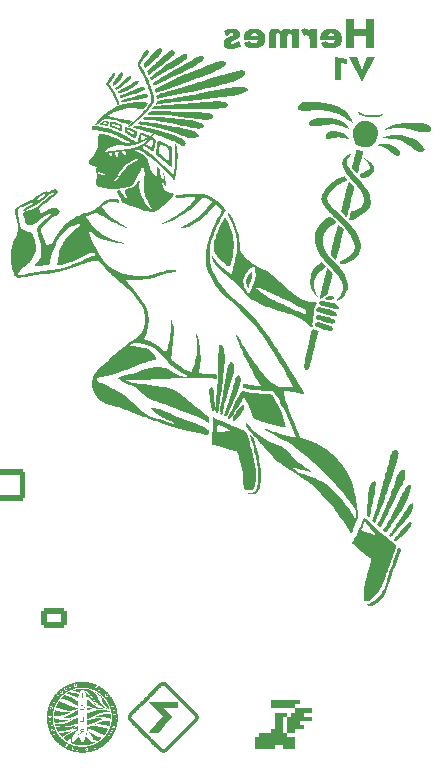
<source format=gbr>
%TF.GenerationSoftware,KiCad,Pcbnew,9.0.1*%
%TF.CreationDate,2025-04-26T23:34:39+03:00*%
%TF.ProjectId,Ricardo-Hermes,52696361-7264-46f2-9d48-65726d65732e,rev?*%
%TF.SameCoordinates,Original*%
%TF.FileFunction,Legend,Bot*%
%TF.FilePolarity,Positive*%
%FSLAX46Y46*%
G04 Gerber Fmt 4.6, Leading zero omitted, Abs format (unit mm)*
G04 Created by KiCad (PCBNEW 9.0.1) date 2025-04-26 23:34:39*
%MOMM*%
%LPD*%
G01*
G04 APERTURE LIST*
G04 Aperture macros list*
%AMRoundRect*
0 Rectangle with rounded corners*
0 $1 Rounding radius*
0 $2 $3 $4 $5 $6 $7 $8 $9 X,Y pos of 4 corners*
0 Add a 4 corners polygon primitive as box body*
4,1,4,$2,$3,$4,$5,$6,$7,$8,$9,$2,$3,0*
0 Add four circle primitives for the rounded corners*
1,1,$1+$1,$2,$3*
1,1,$1+$1,$4,$5*
1,1,$1+$1,$6,$7*
1,1,$1+$1,$8,$9*
0 Add four rect primitives between the rounded corners*
20,1,$1+$1,$2,$3,$4,$5,0*
20,1,$1+$1,$4,$5,$6,$7,0*
20,1,$1+$1,$6,$7,$8,$9,0*
20,1,$1+$1,$8,$9,$2,$3,0*%
G04 Aperture macros list end*
%ADD10C,0.150000*%
%ADD11C,0.000000*%
%ADD12RoundRect,0.250001X1.399999X-1.099999X1.399999X1.099999X-1.399999X1.099999X-1.399999X-1.099999X0*%
%ADD13O,3.300000X2.700000*%
%ADD14R,1.700000X1.700000*%
%ADD15C,0.600000*%
%ADD16O,2.000000X0.900000*%
%ADD17O,1.700000X0.900000*%
%ADD18R,2.420000X5.080000*%
%ADD19C,1.700000*%
%ADD20C,5.600000*%
%ADD21RoundRect,0.250000X0.850000X0.600000X-0.850000X0.600000X-0.850000X-0.600000X0.850000X-0.600000X0*%
%ADD22O,2.200000X1.700000*%
%ADD23O,1.700000X1.700000*%
G04 APERTURE END LIST*
D10*
G36*
X153669124Y-73237091D02*
G01*
X153669124Y-75687000D01*
X152990129Y-75687000D01*
X152990129Y-74710639D01*
X152024148Y-74710639D01*
X152024148Y-75687000D01*
X151345153Y-75687000D01*
X151345153Y-73237091D01*
X152024148Y-73237091D01*
X152024148Y-74105069D01*
X152990129Y-74105069D01*
X152990129Y-73237091D01*
X153669124Y-73237091D01*
G37*
G36*
X150171765Y-74046870D02*
G01*
X150287219Y-74061251D01*
X150391145Y-74083944D01*
X150487512Y-74115084D01*
X150573215Y-74152989D01*
X150651453Y-74198390D01*
X150720219Y-74249578D01*
X150781541Y-74307508D01*
X150834514Y-74371029D01*
X150879897Y-74440762D01*
X150947248Y-74598425D01*
X150982297Y-74782125D01*
X150986727Y-74882067D01*
X150981879Y-74983794D01*
X150967486Y-75079986D01*
X150944490Y-75168172D01*
X150912849Y-75250670D01*
X150873536Y-75325988D01*
X150826273Y-75395406D01*
X150709330Y-75515206D01*
X150561776Y-75609977D01*
X150382151Y-75677986D01*
X150168664Y-75715815D01*
X150027769Y-75722109D01*
X149902092Y-75717214D01*
X149784768Y-75702486D01*
X149682397Y-75679738D01*
X149587087Y-75648270D01*
X149502475Y-75609994D01*
X149424094Y-75563660D01*
X149287934Y-75449090D01*
X149173513Y-75301284D01*
X149131703Y-75228586D01*
X149677738Y-75120051D01*
X149712003Y-75170239D01*
X149753161Y-75212624D01*
X149852279Y-75272126D01*
X149980902Y-75302240D01*
X150048682Y-75305523D01*
X150111281Y-75300689D01*
X150167737Y-75286393D01*
X150215726Y-75264216D01*
X150257846Y-75233975D01*
X150323784Y-75150635D01*
X150366000Y-75032663D01*
X150370624Y-75008157D01*
X149152769Y-75008157D01*
X149145747Y-74854131D01*
X149150612Y-74745800D01*
X149157679Y-74696595D01*
X149793143Y-74696595D01*
X150363755Y-74696595D01*
X150343229Y-74623494D01*
X150315109Y-74562145D01*
X150283811Y-74517579D01*
X150246386Y-74482017D01*
X150158224Y-74438976D01*
X150062726Y-74427164D01*
X150006614Y-74431979D01*
X149955781Y-74446139D01*
X149912137Y-74468343D01*
X149874461Y-74498521D01*
X149819399Y-74580389D01*
X149793489Y-74691549D01*
X149793143Y-74696595D01*
X149157679Y-74696595D01*
X149165133Y-74644689D01*
X149187813Y-74555289D01*
X149219035Y-74472659D01*
X149257117Y-74399533D01*
X149302951Y-74332902D01*
X149415389Y-74221176D01*
X149557909Y-74135219D01*
X149734461Y-74075429D01*
X149950345Y-74044904D01*
X150048682Y-74042024D01*
X150171765Y-74046870D01*
G37*
G36*
X147786382Y-74696595D02*
G01*
X147534354Y-74175136D01*
X147603316Y-74106798D01*
X147712710Y-74052567D01*
X147821340Y-74035155D01*
X147946368Y-74053912D01*
X148069551Y-74110804D01*
X148183094Y-74205655D01*
X148244948Y-74283519D01*
X148244948Y-74077134D01*
X148836321Y-74077134D01*
X148836321Y-75687000D01*
X148244948Y-75687000D01*
X148244948Y-74948623D01*
X148240216Y-74871253D01*
X148226628Y-74803641D01*
X148205747Y-74747158D01*
X148178176Y-74699940D01*
X148145450Y-74662629D01*
X148107900Y-74634233D01*
X148021256Y-74604157D01*
X147989409Y-74602103D01*
X147936681Y-74606806D01*
X147890322Y-74620186D01*
X147811530Y-74670683D01*
X147786382Y-74696595D01*
G37*
G36*
X144794102Y-74644083D02*
G01*
X144799251Y-74513952D01*
X144815756Y-74398314D01*
X144837779Y-74317826D01*
X144868600Y-74246946D01*
X144902876Y-74193697D01*
X144944782Y-74147989D01*
X144991298Y-74112236D01*
X145045324Y-74083371D01*
X145178706Y-74046709D01*
X145298006Y-74038666D01*
X145381167Y-74043468D01*
X145459906Y-74057543D01*
X145604235Y-74112059D01*
X145730124Y-74200148D01*
X145816106Y-74294052D01*
X145843963Y-74233830D01*
X145879797Y-74181523D01*
X145920083Y-74140582D01*
X145967849Y-74106439D01*
X146086308Y-74059058D01*
X146248387Y-74038980D01*
X146274519Y-74038666D01*
X146355004Y-74043467D01*
X146429185Y-74057539D01*
X146496058Y-74079965D01*
X146556817Y-74110415D01*
X146660723Y-74194271D01*
X146742097Y-74309260D01*
X146746976Y-74318629D01*
X146746976Y-74077134D01*
X147324458Y-74077134D01*
X147324458Y-75687000D01*
X146746976Y-75687000D01*
X146746976Y-74707128D01*
X146742222Y-74636615D01*
X146728481Y-74577412D01*
X146708343Y-74532372D01*
X146681749Y-74496791D01*
X146650805Y-74471441D01*
X146615067Y-74454502D01*
X146550972Y-74444567D01*
X146505290Y-74449404D01*
X146467184Y-74463728D01*
X146415575Y-74513948D01*
X146384693Y-74600141D01*
X146376033Y-74707128D01*
X146376033Y-75687000D01*
X145770616Y-75687000D01*
X145770616Y-74707128D01*
X145765862Y-74636677D01*
X145752128Y-74577513D01*
X145731988Y-74532462D01*
X145705397Y-74496865D01*
X145674448Y-74471486D01*
X145638717Y-74454526D01*
X145574611Y-74444567D01*
X145528876Y-74449404D01*
X145490731Y-74463728D01*
X145439089Y-74513934D01*
X145408193Y-74600078D01*
X145399519Y-74707128D01*
X145399519Y-75687000D01*
X144794102Y-75687000D01*
X144794102Y-74644083D01*
G37*
G36*
X143682233Y-74046870D02*
G01*
X143797687Y-74061251D01*
X143901612Y-74083944D01*
X143997980Y-74115084D01*
X144083683Y-74152989D01*
X144161921Y-74198390D01*
X144230687Y-74249578D01*
X144292009Y-74307508D01*
X144344982Y-74371029D01*
X144390364Y-74440762D01*
X144457716Y-74598425D01*
X144492765Y-74782125D01*
X144497195Y-74882067D01*
X144492347Y-74983794D01*
X144477953Y-75079986D01*
X144454957Y-75168172D01*
X144423316Y-75250670D01*
X144384004Y-75325988D01*
X144336740Y-75395406D01*
X144219798Y-75515206D01*
X144072243Y-75609977D01*
X143892618Y-75677986D01*
X143679131Y-75715815D01*
X143538236Y-75722109D01*
X143412560Y-75717214D01*
X143295235Y-75702486D01*
X143192864Y-75679738D01*
X143097554Y-75648270D01*
X143012943Y-75609994D01*
X142934562Y-75563660D01*
X142798402Y-75449090D01*
X142683981Y-75301284D01*
X142642170Y-75228586D01*
X143188206Y-75120051D01*
X143222471Y-75170239D01*
X143263628Y-75212624D01*
X143362747Y-75272126D01*
X143491370Y-75302240D01*
X143559149Y-75305523D01*
X143621748Y-75300689D01*
X143678205Y-75286393D01*
X143726194Y-75264216D01*
X143768314Y-75233975D01*
X143834252Y-75150635D01*
X143876468Y-75032663D01*
X143881092Y-75008157D01*
X142663236Y-75008157D01*
X142656214Y-74854131D01*
X142661080Y-74745800D01*
X142668146Y-74696595D01*
X143303610Y-74696595D01*
X143874223Y-74696595D01*
X143853697Y-74623494D01*
X143825577Y-74562145D01*
X143794279Y-74517579D01*
X143756853Y-74482017D01*
X143668692Y-74438976D01*
X143573193Y-74427164D01*
X143517082Y-74431979D01*
X143466249Y-74446139D01*
X143422605Y-74468343D01*
X143384929Y-74498521D01*
X143329866Y-74580389D01*
X143303956Y-74691549D01*
X143303610Y-74696595D01*
X142668146Y-74696595D01*
X142675600Y-74644689D01*
X142698281Y-74555289D01*
X142729503Y-74472659D01*
X142767584Y-74399533D01*
X142813419Y-74332902D01*
X142925857Y-74221176D01*
X143068377Y-74135219D01*
X143244929Y-74075429D01*
X143460813Y-74044904D01*
X143559149Y-74042024D01*
X143682233Y-74046870D01*
G37*
G36*
X142255808Y-75074561D02*
G01*
X142476390Y-75487636D01*
X142340621Y-75568620D01*
X142199431Y-75638129D01*
X142081313Y-75684111D01*
X141957172Y-75720596D01*
X141838411Y-75744662D01*
X141712907Y-75759396D01*
X141587346Y-75764089D01*
X141475760Y-75759188D01*
X141374414Y-75744422D01*
X141291560Y-75722411D01*
X141217560Y-75692132D01*
X141157354Y-75656827D01*
X141105003Y-75614378D01*
X141062540Y-75567186D01*
X141027504Y-75513395D01*
X140980354Y-75386238D01*
X140964374Y-75232097D01*
X140969131Y-75158781D01*
X140982884Y-75093588D01*
X141033613Y-74985689D01*
X141115782Y-74896857D01*
X141237904Y-74818296D01*
X141422940Y-74738574D01*
X141558216Y-74691130D01*
X141666941Y-74652633D01*
X141743767Y-74617384D01*
X141789367Y-74577479D01*
X141804417Y-74525014D01*
X141799444Y-74498153D01*
X141784169Y-74474701D01*
X141760238Y-74457375D01*
X141726499Y-74445731D01*
X141678327Y-74441056D01*
X141555599Y-74459592D01*
X141390623Y-74523985D01*
X141302503Y-74573910D01*
X141219458Y-74632697D01*
X141184804Y-74661637D01*
X141006354Y-74259095D01*
X141155855Y-74180116D01*
X141312773Y-74114717D01*
X141426072Y-74080259D01*
X141545251Y-74055981D01*
X141730839Y-74042024D01*
X141836922Y-74046872D01*
X141935480Y-74061269D01*
X142021539Y-74083630D01*
X142099374Y-74114246D01*
X142164316Y-74150310D01*
X142220841Y-74193316D01*
X142265819Y-74239964D01*
X142302374Y-74292483D01*
X142329131Y-74348374D01*
X142347250Y-74409453D01*
X142357322Y-74507612D01*
X142352568Y-74584640D01*
X142338831Y-74653688D01*
X142287907Y-74769469D01*
X142206532Y-74863875D01*
X142090306Y-74942814D01*
X141928354Y-75010186D01*
X141902420Y-75018537D01*
X141711600Y-75086606D01*
X141608858Y-75142069D01*
X141583268Y-75168783D01*
X141570085Y-75197359D01*
X141566433Y-75228586D01*
X141571345Y-75263225D01*
X141586187Y-75292002D01*
X141608071Y-75312034D01*
X141638183Y-75325892D01*
X141695882Y-75333611D01*
X141766245Y-75327176D01*
X141864210Y-75301672D01*
X141954509Y-75265095D01*
X142060097Y-75209253D01*
X142255808Y-75074561D01*
G37*
G36*
X152684895Y-77520526D02*
G01*
X153113297Y-76453673D01*
X153751626Y-76453673D01*
X152684895Y-78545246D01*
X151615234Y-76453673D01*
X152253684Y-76453673D01*
X152684895Y-77520526D01*
G37*
G36*
X151445973Y-77072462D02*
G01*
X150944787Y-76954859D01*
X150944787Y-78413600D01*
X150424061Y-78413600D01*
X150424061Y-76414472D01*
X151445973Y-76610477D01*
X151445973Y-77072462D01*
G37*
D11*
%TO.C,G\u002A\u002A\u002A*%
G36*
X147398294Y-131089646D02*
G01*
X147398294Y-131261733D01*
X147226207Y-131261733D01*
X147054120Y-131261733D01*
X147054120Y-131433820D01*
X147054120Y-131605906D01*
X146021600Y-131605906D01*
X144989080Y-131605906D01*
X144989080Y-131261733D01*
X144989080Y-130917559D01*
X146193687Y-130917559D01*
X147398294Y-130917559D01*
X147398294Y-131089646D01*
G37*
G36*
X148430814Y-131777993D02*
G01*
X148430814Y-131950080D01*
X148086641Y-131950080D01*
X147742467Y-131950080D01*
X147742467Y-132122166D01*
X147742467Y-132294253D01*
X148086641Y-132294253D01*
X148430814Y-132294253D01*
X148430814Y-132466340D01*
X148430814Y-132638427D01*
X147914554Y-132638427D01*
X147398294Y-132638427D01*
X147398294Y-132810513D01*
X147398294Y-132982600D01*
X147570381Y-132982600D01*
X147742467Y-132982600D01*
X147742467Y-133154687D01*
X147742467Y-133326773D01*
X147398294Y-133326773D01*
X147054120Y-133326773D01*
X147054120Y-133498860D01*
X147054120Y-133670947D01*
X146709947Y-133670947D01*
X146365773Y-133670947D01*
X146365773Y-133843034D01*
X146365773Y-134015120D01*
X146709947Y-134015120D01*
X147054120Y-134015120D01*
X147054120Y-134531381D01*
X147054120Y-135047641D01*
X146537860Y-135047641D01*
X146021600Y-135047641D01*
X146021600Y-134875554D01*
X146021600Y-134703467D01*
X145677427Y-134703467D01*
X145333253Y-134703467D01*
X145333253Y-134875554D01*
X145333253Y-135047641D01*
X144472820Y-135047641D01*
X143612386Y-135047641D01*
X143612386Y-134531381D01*
X143612386Y-134015120D01*
X143784473Y-134015120D01*
X143956559Y-134015120D01*
X143956559Y-133843034D01*
X143956559Y-133670947D01*
X144472820Y-133670947D01*
X144989080Y-133670947D01*
X146021600Y-133670947D01*
X146193687Y-133670947D01*
X146365773Y-133670947D01*
X146365773Y-132982600D01*
X146365773Y-132294253D01*
X146193687Y-132294253D01*
X146021600Y-132294253D01*
X146021600Y-132982600D01*
X146021600Y-133670947D01*
X144989080Y-133670947D01*
X144989080Y-133498860D01*
X144989080Y-133326773D01*
X145161166Y-133326773D01*
X145333253Y-133326773D01*
X145333253Y-132982600D01*
X145333253Y-132638427D01*
X145333253Y-131950080D01*
X145849513Y-131950080D01*
X146365773Y-131950080D01*
X146365773Y-132122166D01*
X146365773Y-132294253D01*
X146537860Y-132294253D01*
X146709947Y-132294253D01*
X146709947Y-132122166D01*
X146709947Y-131950080D01*
X146882034Y-131950080D01*
X147054120Y-131950080D01*
X147054120Y-131777993D01*
X147054120Y-131605906D01*
X147742467Y-131605906D01*
X148430814Y-131605906D01*
X148430814Y-131777993D01*
G37*
G36*
X145954587Y-107797284D02*
G01*
X145937699Y-107814173D01*
X145920810Y-107797284D01*
X145937699Y-107780396D01*
X145954587Y-107797284D01*
G37*
G36*
X146055917Y-107831061D02*
G01*
X146039028Y-107847949D01*
X146022140Y-107831061D01*
X146039028Y-107814173D01*
X146055917Y-107831061D01*
G37*
G36*
X146191023Y-107864838D02*
G01*
X146174135Y-107881726D01*
X146157247Y-107864838D01*
X146174135Y-107847949D01*
X146191023Y-107864838D01*
G37*
G36*
X147947406Y-111782923D02*
G01*
X147930518Y-111799811D01*
X147913630Y-111782923D01*
X147930518Y-111766034D01*
X147947406Y-111782923D01*
G37*
G36*
X150172109Y-96652001D02*
G01*
X150228523Y-96682463D01*
X150291935Y-96744866D01*
X150311232Y-96827442D01*
X150271877Y-96904670D01*
X150176661Y-96961535D01*
X150176558Y-96961570D01*
X150022883Y-96996677D01*
X149866220Y-97003862D01*
X149728471Y-96984061D01*
X149631534Y-96938212D01*
X149551794Y-96870762D01*
X149640057Y-96791814D01*
X149683434Y-96761229D01*
X149797488Y-96708857D01*
X149934760Y-96669056D01*
X150027373Y-96650756D01*
X150112636Y-96641778D01*
X150172109Y-96652001D01*
G37*
G36*
X132384225Y-77746001D02*
G01*
X132428230Y-77804884D01*
X132443949Y-77920800D01*
X132427829Y-78015961D01*
X132358590Y-78166530D01*
X132239728Y-78336892D01*
X132076635Y-78519596D01*
X131874705Y-78707191D01*
X131862934Y-78717212D01*
X131770424Y-78793374D01*
X131699729Y-78847215D01*
X131665340Y-78867630D01*
X131636745Y-78851655D01*
X131585142Y-78802836D01*
X131564360Y-78777676D01*
X131552289Y-78743818D01*
X131565962Y-78699747D01*
X131610842Y-78631266D01*
X131692394Y-78524179D01*
X131789445Y-78393067D01*
X131894311Y-78241176D01*
X131979599Y-78107575D01*
X132019923Y-78042777D01*
X132129784Y-77892541D01*
X132230273Y-77791732D01*
X132316663Y-77742252D01*
X132384225Y-77746001D01*
G37*
G36*
X142706708Y-105920717D02*
G01*
X142737116Y-105981221D01*
X142724219Y-106082376D01*
X142668663Y-106230307D01*
X142622332Y-106320917D01*
X142529086Y-106473734D01*
X142410887Y-106647571D01*
X142279544Y-106825928D01*
X142146865Y-106992304D01*
X142024660Y-107130197D01*
X141939741Y-107213877D01*
X141872052Y-107261855D01*
X141820855Y-107266513D01*
X141773044Y-107233215D01*
X141746891Y-107199295D01*
X141729222Y-107132103D01*
X141743957Y-107042784D01*
X141793750Y-106923849D01*
X141881255Y-106767808D01*
X142009127Y-106567173D01*
X142046037Y-106511549D01*
X142194122Y-106294990D01*
X142315531Y-106131036D01*
X142415204Y-106014365D01*
X142498080Y-105939656D01*
X142569099Y-105901586D01*
X142633201Y-105894834D01*
X142706708Y-105920717D01*
G37*
G36*
X149261555Y-97677259D02*
G01*
X149458318Y-97713517D01*
X149669832Y-97762750D01*
X149882484Y-97821267D01*
X150082661Y-97885379D01*
X150256749Y-97951393D01*
X150391135Y-98015619D01*
X150472207Y-98074367D01*
X150488604Y-98093028D01*
X150539991Y-98179176D01*
X150530515Y-98256023D01*
X150459335Y-98340983D01*
X150384015Y-98393631D01*
X150298896Y-98407200D01*
X150225909Y-98390632D01*
X149845936Y-98300172D01*
X149529711Y-98216750D01*
X149274422Y-98139353D01*
X149077258Y-98066967D01*
X148935406Y-97998582D01*
X148846055Y-97933184D01*
X148806393Y-97869760D01*
X148803678Y-97858443D01*
X148798646Y-97758552D01*
X148844393Y-97696452D01*
X148948349Y-97661227D01*
X148966733Y-97658432D01*
X149093155Y-97657668D01*
X149261555Y-97677259D01*
G37*
G36*
X143385343Y-94574317D02*
G01*
X143391958Y-94612546D01*
X143391039Y-94698813D01*
X143383849Y-94816394D01*
X143371652Y-94948563D01*
X143355713Y-95078595D01*
X143337295Y-95189766D01*
X143328315Y-95231483D01*
X143283653Y-95402304D01*
X143220438Y-95609141D01*
X143144689Y-95831925D01*
X143109997Y-95921048D01*
X143073635Y-95996956D01*
X143049779Y-96026141D01*
X143029354Y-96012309D01*
X142992496Y-95943693D01*
X142952817Y-95828362D01*
X142914994Y-95678387D01*
X142899767Y-95544701D01*
X142907336Y-95357276D01*
X142940138Y-95172644D01*
X142994397Y-95022006D01*
X142999227Y-95013129D01*
X143048104Y-94940196D01*
X143120121Y-94847521D01*
X143202491Y-94749821D01*
X143282427Y-94661814D01*
X143347142Y-94598217D01*
X143383850Y-94573747D01*
X143385343Y-94574317D01*
G37*
G36*
X154706213Y-83784767D02*
G01*
X155007758Y-83839430D01*
X155296817Y-83944645D01*
X155559562Y-84096518D01*
X155782164Y-84291154D01*
X155850332Y-84368092D01*
X155896360Y-84435988D01*
X155910906Y-84496175D01*
X155903321Y-84570192D01*
X155901293Y-84580565D01*
X155864932Y-84680026D01*
X155811897Y-84753202D01*
X155796645Y-84765552D01*
X155711885Y-84810116D01*
X155619783Y-84812788D01*
X155511987Y-84770573D01*
X155380141Y-84680475D01*
X155215893Y-84539499D01*
X154944579Y-84321397D01*
X154621400Y-84128153D01*
X154289278Y-83995678D01*
X154251492Y-83984093D01*
X154137419Y-83945690D01*
X154057630Y-83913486D01*
X154027510Y-83893486D01*
X154030029Y-83887960D01*
X154073475Y-83861602D01*
X154153856Y-83832518D01*
X154406011Y-83784553D01*
X154706213Y-83784767D01*
G37*
G36*
X152386040Y-81113258D02*
G01*
X152463296Y-81146384D01*
X152564818Y-81199975D01*
X152572592Y-81204331D01*
X152766354Y-81285441D01*
X153007276Y-81345908D01*
X153278479Y-81384102D01*
X153563081Y-81398391D01*
X153844204Y-81387146D01*
X154104967Y-81348737D01*
X154113029Y-81347008D01*
X154240922Y-81319620D01*
X154347457Y-81296871D01*
X154410289Y-81283533D01*
X154443521Y-81277741D01*
X154452904Y-81288418D01*
X154414597Y-81334457D01*
X154373070Y-81370298D01*
X154252919Y-81435356D01*
X154092078Y-81492127D01*
X153908020Y-81533737D01*
X153695454Y-81559534D01*
X153386687Y-81565920D01*
X153086882Y-81538311D01*
X152813506Y-81478619D01*
X152584024Y-81388757D01*
X152532784Y-81355521D01*
X152457771Y-81288559D01*
X152392941Y-81213692D01*
X152352344Y-81147793D01*
X152350030Y-81107737D01*
X152386040Y-81113258D01*
G37*
G36*
X133084050Y-78039579D02*
G01*
X133094394Y-78043210D01*
X133141849Y-78081926D01*
X133143660Y-78147957D01*
X133098434Y-78247403D01*
X133004776Y-78386365D01*
X132892976Y-78521314D01*
X132715425Y-78690174D01*
X132489752Y-78863369D01*
X132207513Y-79047907D01*
X132156623Y-79078949D01*
X132048980Y-79142940D01*
X131970037Y-79187515D01*
X131934091Y-79204485D01*
X131900464Y-79185105D01*
X131853339Y-79137822D01*
X131814554Y-79086829D01*
X131805215Y-79056385D01*
X131806847Y-79054934D01*
X131845632Y-79024788D01*
X131922132Y-78967260D01*
X132021741Y-78893350D01*
X132122545Y-78813206D01*
X132256620Y-78697816D01*
X132403410Y-78564930D01*
X132545278Y-78430153D01*
X132601795Y-78375055D01*
X132746261Y-78236701D01*
X132854368Y-78139098D01*
X132934157Y-78076414D01*
X132993672Y-78042820D01*
X133040955Y-78032485D01*
X133084050Y-78039579D01*
G37*
G36*
X149048154Y-98309459D02*
G01*
X149162931Y-98330948D01*
X149322738Y-98367279D01*
X149537613Y-98420046D01*
X149639853Y-98445763D01*
X149869724Y-98505224D01*
X150044854Y-98554223D01*
X150173351Y-98595968D01*
X150263322Y-98633667D01*
X150322874Y-98670526D01*
X150360115Y-98709753D01*
X150383151Y-98754555D01*
X150400333Y-98837479D01*
X150368896Y-98920482D01*
X150274676Y-98991360D01*
X150258855Y-98999230D01*
X150206445Y-99015785D01*
X150139837Y-99020069D01*
X150048931Y-99010652D01*
X149923625Y-98986104D01*
X149753818Y-98944996D01*
X149529411Y-98885899D01*
X149330322Y-98829461D01*
X149105266Y-98756128D01*
X148933661Y-98687529D01*
X148819948Y-98625498D01*
X148768568Y-98571868D01*
X148763418Y-98476688D01*
X148804665Y-98380706D01*
X148879102Y-98315510D01*
X148913553Y-98304638D01*
X148968374Y-98301220D01*
X149048154Y-98309459D01*
G37*
G36*
X156856679Y-115843621D02*
G01*
X156887633Y-115898855D01*
X156872887Y-115993764D01*
X156812601Y-116133532D01*
X156798573Y-116160377D01*
X156707599Y-116307176D01*
X156582911Y-116470109D01*
X156420242Y-116653781D01*
X156215326Y-116862795D01*
X155963895Y-117101756D01*
X155661682Y-117375268D01*
X155564028Y-117462027D01*
X155471143Y-117394248D01*
X155461860Y-117387420D01*
X155402519Y-117340603D01*
X155378257Y-117315581D01*
X155393484Y-117290810D01*
X155444041Y-117223535D01*
X155521251Y-117125594D01*
X155616021Y-117008233D01*
X155719256Y-116882701D01*
X155821862Y-116760243D01*
X155914745Y-116652107D01*
X155916332Y-116650290D01*
X156025527Y-116521656D01*
X156137323Y-116384216D01*
X156227760Y-116267421D01*
X156258149Y-116228236D01*
X156370827Y-116103804D01*
X156495068Y-115990958D01*
X156617460Y-115900011D01*
X156724590Y-115841277D01*
X156803045Y-115825068D01*
X156856679Y-115843621D01*
G37*
G36*
X149113123Y-98929469D02*
G01*
X149235256Y-98948502D01*
X149321731Y-98976035D01*
X149340731Y-98985087D01*
X149433159Y-99022379D01*
X149561413Y-99068489D01*
X149703789Y-99115496D01*
X149824337Y-99154246D01*
X149991889Y-99213045D01*
X150108021Y-99263483D01*
X150181773Y-99310631D01*
X150222186Y-99359562D01*
X150238302Y-99415346D01*
X150234989Y-99482166D01*
X150187637Y-99579480D01*
X150165347Y-99601787D01*
X150116964Y-99628772D01*
X150045191Y-99635959D01*
X149928469Y-99627329D01*
X149925240Y-99626986D01*
X149764631Y-99596446D01*
X149544841Y-99533367D01*
X149265888Y-99437754D01*
X148927787Y-99309613D01*
X148909299Y-99301944D01*
X148797047Y-99235864D01*
X148725352Y-99158857D01*
X148696779Y-99100645D01*
X148698965Y-99051407D01*
X148747140Y-98994374D01*
X148758573Y-98983438D01*
X148817331Y-98945244D01*
X148898158Y-98927388D01*
X149023501Y-98924169D01*
X149113123Y-98929469D01*
G37*
G36*
X150330959Y-82721905D02*
G01*
X150489368Y-82740410D01*
X150665635Y-82770567D01*
X150838465Y-82808074D01*
X150986562Y-82848632D01*
X151088630Y-82887941D01*
X151127692Y-82911716D01*
X151231169Y-82992724D01*
X151349980Y-83102419D01*
X151466579Y-83224060D01*
X151563418Y-83340909D01*
X151585776Y-83372153D01*
X151590498Y-83394078D01*
X151544614Y-83380218D01*
X151508246Y-83366845D01*
X151259007Y-83302257D01*
X150976800Y-83266784D01*
X150686529Y-83262390D01*
X150413098Y-83291036D01*
X150374294Y-83297955D01*
X150136674Y-83339415D01*
X149956416Y-83367376D01*
X149825604Y-83380903D01*
X149736326Y-83379061D01*
X149680664Y-83360918D01*
X149650705Y-83325538D01*
X149638534Y-83271986D01*
X149636236Y-83199330D01*
X149636244Y-83196850D01*
X149668840Y-83047435D01*
X149757220Y-82916267D01*
X149890462Y-82811937D01*
X150057644Y-82743038D01*
X150247844Y-82718162D01*
X150330959Y-82721905D01*
G37*
G36*
X153155784Y-81876034D02*
G01*
X153329629Y-81917191D01*
X153547958Y-81997739D01*
X153715863Y-82107412D01*
X153842828Y-82255372D01*
X153938339Y-82450776D01*
X154011879Y-82702784D01*
X154034477Y-82828364D01*
X154036395Y-83073460D01*
X153977932Y-83315825D01*
X153857037Y-83566895D01*
X153786698Y-83674089D01*
X153618180Y-83854407D01*
X153419860Y-83974924D01*
X153189470Y-84037238D01*
X153008513Y-84052264D01*
X152740517Y-84032574D01*
X152464354Y-83958010D01*
X152377205Y-83924838D01*
X152281908Y-83874303D01*
X152208192Y-83805415D01*
X152129472Y-83697494D01*
X152119082Y-83681689D01*
X152001231Y-83445066D01*
X151925826Y-83175035D01*
X151899268Y-82893943D01*
X151902692Y-82823822D01*
X151955515Y-82598863D01*
X152069897Y-82365733D01*
X152242908Y-82130935D01*
X152333891Y-82036569D01*
X152498370Y-81919780D01*
X152683479Y-81855965D01*
X152899268Y-81842319D01*
X153155784Y-81876034D01*
G37*
G36*
X140059694Y-104469321D02*
G01*
X140080007Y-104494938D01*
X140109343Y-104550123D01*
X140132931Y-104626593D01*
X140151712Y-104732057D01*
X140166628Y-104874229D01*
X140178623Y-105060819D01*
X140188638Y-105299540D01*
X140197615Y-105598101D01*
X140200836Y-105725022D01*
X140205458Y-105953626D01*
X140206689Y-106125745D01*
X140204301Y-106248899D01*
X140198062Y-106330609D01*
X140187742Y-106378395D01*
X140173113Y-106399778D01*
X140124045Y-106424342D01*
X140061176Y-106424044D01*
X140012526Y-106371603D01*
X139974291Y-106261903D01*
X139942666Y-106089825D01*
X139920456Y-105949751D01*
X139888360Y-105771896D01*
X139856925Y-105618694D01*
X139837876Y-105528284D01*
X139805476Y-105350176D01*
X139775995Y-105160797D01*
X139752121Y-104979503D01*
X139736542Y-104825651D01*
X139731946Y-104718598D01*
X139732705Y-104699642D01*
X139759269Y-104565554D01*
X139815210Y-104467903D01*
X139890568Y-104414263D01*
X139975383Y-104412211D01*
X140059694Y-104469321D01*
G37*
G36*
X149313187Y-97128867D02*
G01*
X149472565Y-97139996D01*
X149646450Y-97160068D01*
X149818907Y-97187682D01*
X149974002Y-97221436D01*
X150083006Y-97249538D01*
X150226222Y-97286502D01*
X150339837Y-97315871D01*
X150462310Y-97366725D01*
X150601313Y-97475246D01*
X150628366Y-97504732D01*
X150697942Y-97601906D01*
X150712494Y-97678606D01*
X150674866Y-97745281D01*
X150668269Y-97750949D01*
X150594233Y-97772814D01*
X150471366Y-97773818D01*
X150312449Y-97755344D01*
X150130263Y-97718775D01*
X149937589Y-97665493D01*
X149897897Y-97653157D01*
X149768775Y-97615797D01*
X149664624Y-97589687D01*
X149605009Y-97579864D01*
X149563837Y-97573627D01*
X149463812Y-97541449D01*
X149341823Y-97490396D01*
X149220167Y-97430127D01*
X149121143Y-97370298D01*
X149099327Y-97353525D01*
X149039935Y-97276601D01*
X149036294Y-97201737D01*
X149090401Y-97143663D01*
X149101687Y-97139052D01*
X149184249Y-97128085D01*
X149313187Y-97128867D01*
G37*
G36*
X152311381Y-84311558D02*
G01*
X152413254Y-84331899D01*
X152529082Y-84357891D01*
X152640007Y-84385246D01*
X152727170Y-84409677D01*
X152771713Y-84426896D01*
X152771004Y-84438561D01*
X152758081Y-84505292D01*
X152732092Y-84623009D01*
X152695162Y-84782442D01*
X152649416Y-84974319D01*
X152596978Y-85189367D01*
X152572945Y-85287047D01*
X152517951Y-85511526D01*
X152467330Y-85719424D01*
X152424048Y-85898494D01*
X152391071Y-86036486D01*
X152371363Y-86121154D01*
X152352869Y-86191227D01*
X152323176Y-86268457D01*
X152297516Y-86298481D01*
X152285546Y-86293793D01*
X152230330Y-86253598D01*
X152146151Y-86181155D01*
X152045876Y-86087264D01*
X151828345Y-85876047D01*
X151943597Y-85420176D01*
X151993716Y-85220579D01*
X152047067Y-85005769D01*
X152096460Y-84804781D01*
X152135514Y-84643428D01*
X152156346Y-84557217D01*
X152187564Y-84431969D01*
X152211262Y-84341877D01*
X152223492Y-84302247D01*
X152242321Y-84301157D01*
X152311381Y-84311558D01*
G37*
G36*
X135692030Y-75706484D02*
G01*
X135760677Y-75764771D01*
X135785670Y-75858506D01*
X135764874Y-75976707D01*
X135696156Y-76108389D01*
X135664255Y-76148139D01*
X135581372Y-76238067D01*
X135464152Y-76357469D01*
X135322222Y-76497216D01*
X135165207Y-76648177D01*
X135002735Y-76801221D01*
X134844433Y-76947217D01*
X134699927Y-77077036D01*
X134578843Y-77181547D01*
X134490809Y-77251618D01*
X134446651Y-77282992D01*
X134375702Y-77329316D01*
X134338814Y-77347423D01*
X134328553Y-77340456D01*
X134290456Y-77291125D01*
X134240263Y-77210092D01*
X134221924Y-77179744D01*
X134199092Y-77142497D01*
X134186101Y-77109679D01*
X134187307Y-77074405D01*
X134207067Y-77029788D01*
X134249736Y-76968943D01*
X134319673Y-76884986D01*
X134421232Y-76771029D01*
X134558772Y-76620189D01*
X134736649Y-76425579D01*
X134909981Y-76237810D01*
X135088763Y-76051747D01*
X135235586Y-75909997D01*
X135356055Y-75807886D01*
X135455778Y-75740738D01*
X135540358Y-75703878D01*
X135615402Y-75692630D01*
X135692030Y-75706484D01*
G37*
G36*
X151799849Y-87243863D02*
G01*
X152032019Y-87493206D01*
X151971384Y-87731814D01*
X151965690Y-87754336D01*
X151937763Y-87866032D01*
X151897169Y-88029546D01*
X151846508Y-88234354D01*
X151788381Y-88469934D01*
X151725387Y-88725764D01*
X151660129Y-88991320D01*
X151629905Y-89113920D01*
X151569538Y-89355598D01*
X151514675Y-89571070D01*
X151467388Y-89752443D01*
X151429750Y-89891827D01*
X151403834Y-89981330D01*
X151391713Y-90013062D01*
X151379113Y-90005266D01*
X151326719Y-89959607D01*
X151244983Y-89882149D01*
X151145111Y-89783332D01*
X150916303Y-89552757D01*
X151000291Y-89234462D01*
X151008897Y-89201742D01*
X151060351Y-89002858D01*
X151117586Y-88777181D01*
X151176813Y-88540077D01*
X151234242Y-88306907D01*
X151286085Y-88093037D01*
X151328553Y-87913831D01*
X151357855Y-87784652D01*
X151372592Y-87719623D01*
X151409038Y-87573133D01*
X151444162Y-87446886D01*
X151452369Y-87419492D01*
X151492799Y-87278510D01*
X151528951Y-87144705D01*
X151567679Y-86994519D01*
X151799849Y-87243863D01*
G37*
G36*
X133709600Y-78454802D02*
G01*
X133763695Y-78518032D01*
X133765276Y-78522681D01*
X133759391Y-78612101D01*
X133695307Y-78716790D01*
X133578332Y-78830255D01*
X133413776Y-78946002D01*
X133358942Y-78978736D01*
X133226783Y-79052837D01*
X133074514Y-79133700D01*
X132915360Y-79214785D01*
X132762545Y-79289554D01*
X132629293Y-79351466D01*
X132528828Y-79393981D01*
X132474373Y-79410561D01*
X132458850Y-79413041D01*
X132385807Y-79436353D01*
X132291954Y-79475609D01*
X132184314Y-79521810D01*
X132117985Y-79535524D01*
X132077218Y-79515007D01*
X132044957Y-79459120D01*
X132025768Y-79403699D01*
X132042087Y-79363286D01*
X132109423Y-79321939D01*
X132123119Y-79314853D01*
X132359652Y-79191044D01*
X132549621Y-79088083D01*
X132706729Y-78998140D01*
X132844679Y-78913382D01*
X132977173Y-78825978D01*
X133031116Y-78789556D01*
X133153702Y-78708576D01*
X133256707Y-78642864D01*
X133322140Y-78603996D01*
X133392331Y-78559993D01*
X133479061Y-78491261D01*
X133529648Y-78456081D01*
X133623898Y-78433428D01*
X133709600Y-78454802D01*
G37*
G36*
X149439171Y-93989055D02*
G01*
X149609371Y-94159256D01*
X149444016Y-94313926D01*
X149359753Y-94391282D01*
X149261047Y-94478691D01*
X149187458Y-94540337D01*
X149117096Y-94604686D01*
X149001314Y-94737275D01*
X148884360Y-94896198D01*
X148781477Y-95060228D01*
X148707908Y-95208138D01*
X148649479Y-95381007D01*
X148606913Y-95640965D01*
X148618458Y-95911228D01*
X148684799Y-96200872D01*
X148806619Y-96518977D01*
X148925935Y-96786114D01*
X148757057Y-96600343D01*
X148609031Y-96412943D01*
X148477934Y-96180351D01*
X148369423Y-95900884D01*
X148360062Y-95870464D01*
X148337596Y-95770415D01*
X148324897Y-95651580D01*
X148320756Y-95497798D01*
X148323965Y-95292905D01*
X148327038Y-95190575D01*
X148334281Y-95034415D01*
X148345690Y-94920078D01*
X148364220Y-94830582D01*
X148392829Y-94748946D01*
X148434474Y-94658189D01*
X148442294Y-94642723D01*
X148533368Y-94501172D01*
X148663821Y-94340560D01*
X148818524Y-94177019D01*
X148982350Y-94026680D01*
X149140170Y-93905676D01*
X149268970Y-93818855D01*
X149439171Y-93989055D01*
G37*
G36*
X150673146Y-90610857D02*
G01*
X150726040Y-90647910D01*
X150808810Y-90718382D01*
X150910901Y-90813683D01*
X151152541Y-91047774D01*
X151017897Y-91586359D01*
X151000310Y-91656542D01*
X150943193Y-91882671D01*
X150884266Y-92113699D01*
X150829542Y-92326135D01*
X150785030Y-92496487D01*
X150751369Y-92625193D01*
X150713113Y-92775008D01*
X150683303Y-92895760D01*
X150666473Y-92969359D01*
X150664450Y-92979122D01*
X150643610Y-93069037D01*
X150612050Y-93195894D01*
X150575761Y-93335507D01*
X150505381Y-93600326D01*
X150273370Y-93370092D01*
X150266641Y-93363412D01*
X150161789Y-93257311D01*
X150097154Y-93183586D01*
X150064538Y-93128653D01*
X150055743Y-93078929D01*
X150062570Y-93020832D01*
X150073627Y-92970732D01*
X150098916Y-92863821D01*
X150136009Y-92710096D01*
X150182584Y-92518927D01*
X150236324Y-92299685D01*
X150294908Y-92061739D01*
X150356016Y-91814458D01*
X150417329Y-91567213D01*
X150476528Y-91329372D01*
X150531292Y-91110306D01*
X150579302Y-90919384D01*
X150618239Y-90765977D01*
X150645783Y-90659453D01*
X150659613Y-90609183D01*
X150673146Y-90610857D01*
G37*
G36*
X134154976Y-78987570D02*
G01*
X134221706Y-79010911D01*
X134287282Y-79068939D01*
X134288852Y-79144565D01*
X134224784Y-79232067D01*
X134220565Y-79235763D01*
X134150942Y-79277997D01*
X134030379Y-79335315D01*
X133870940Y-79402956D01*
X133684688Y-79476161D01*
X133483689Y-79550169D01*
X133280006Y-79620218D01*
X133085704Y-79681549D01*
X133064554Y-79687912D01*
X132916358Y-79734167D01*
X132743465Y-79790158D01*
X132579055Y-79845170D01*
X132517475Y-79866131D01*
X132398240Y-79906201D01*
X132311934Y-79934485D01*
X132274027Y-79945877D01*
X132264860Y-79941644D01*
X132237642Y-79896443D01*
X132210533Y-79823936D01*
X132192793Y-79751646D01*
X132193683Y-79707095D01*
X132202756Y-79697022D01*
X132256424Y-79678269D01*
X132263802Y-79677113D01*
X132325243Y-79657848D01*
X132435387Y-79618081D01*
X132583727Y-79562002D01*
X132759757Y-79493800D01*
X132952971Y-79417666D01*
X133152862Y-79337789D01*
X133348925Y-79258359D01*
X133530652Y-79183566D01*
X133687539Y-79117599D01*
X133809078Y-79064649D01*
X133884763Y-79028905D01*
X133972466Y-78988611D01*
X134057965Y-78972755D01*
X134154976Y-78987570D01*
G37*
G36*
X134453876Y-79550496D02*
G01*
X134520577Y-79576414D01*
X134562497Y-79634071D01*
X134560272Y-79724899D01*
X134495877Y-79829675D01*
X134444734Y-79875509D01*
X134371400Y-79912509D01*
X134261188Y-79945983D01*
X134099002Y-79981714D01*
X134053086Y-79990654D01*
X133852719Y-80025491D01*
X133635282Y-80058294D01*
X133440358Y-80082979D01*
X133388918Y-80089073D01*
X133187811Y-80119294D01*
X132978429Y-80158560D01*
X132798603Y-80199977D01*
X132680202Y-80230471D01*
X132522972Y-80266381D01*
X132416048Y-80281651D01*
X132350604Y-80276363D01*
X132317811Y-80250595D01*
X132308842Y-80204429D01*
X132308842Y-80204288D01*
X132314594Y-80165613D01*
X132339453Y-80134085D01*
X132394896Y-80103331D01*
X132492401Y-80066979D01*
X132643444Y-80018657D01*
X132744346Y-79987964D01*
X132875655Y-79950165D01*
X132974586Y-79924295D01*
X133025165Y-79914705D01*
X133048595Y-79910450D01*
X133130226Y-79888487D01*
X133256315Y-79851003D01*
X133414917Y-79801586D01*
X133594088Y-79743822D01*
X133709454Y-79706640D01*
X133975210Y-79627184D01*
X134185197Y-79575157D01*
X134343417Y-79549835D01*
X134453876Y-79550496D01*
G37*
G36*
X136788463Y-75911838D02*
G01*
X136792220Y-75914349D01*
X136856600Y-75991588D01*
X136857834Y-76091837D01*
X136795897Y-76214077D01*
X136765004Y-76252050D01*
X136670722Y-76347576D01*
X136531685Y-76474108D01*
X136354320Y-76626193D01*
X136145052Y-76798374D01*
X135910307Y-76985198D01*
X135656513Y-77181210D01*
X135621030Y-77208232D01*
X135441573Y-77345271D01*
X135256166Y-77487371D01*
X135084734Y-77619238D01*
X134947204Y-77725581D01*
X134848026Y-77802363D01*
X134746864Y-77880078D01*
X134676608Y-77933327D01*
X134648441Y-77953573D01*
X134637635Y-77939522D01*
X134603658Y-77879937D01*
X134556203Y-77789182D01*
X134471841Y-77622701D01*
X134850961Y-77290977D01*
X134909201Y-77239961D01*
X135042014Y-77123188D01*
X135155506Y-77022813D01*
X135239147Y-76948168D01*
X135282405Y-76908588D01*
X135317976Y-76875015D01*
X135419611Y-76782776D01*
X135553440Y-76664218D01*
X135706530Y-76530595D01*
X135865949Y-76393160D01*
X136018762Y-76263167D01*
X136152039Y-76151869D01*
X136267656Y-76060690D01*
X136436751Y-75948103D01*
X136576058Y-75887220D01*
X136691365Y-75875860D01*
X136788463Y-75911838D01*
G37*
G36*
X153771766Y-112390139D02*
G01*
X153825355Y-112460614D01*
X153829585Y-112474711D01*
X153838356Y-112571731D01*
X153833490Y-112722928D01*
X153816123Y-112918873D01*
X153787393Y-113150134D01*
X153748437Y-113407281D01*
X153700391Y-113680884D01*
X153644393Y-113961513D01*
X153593637Y-114200927D01*
X153535417Y-114475915D01*
X153488294Y-114699032D01*
X153450549Y-114878466D01*
X153420460Y-115022409D01*
X153396304Y-115139050D01*
X153376361Y-115236580D01*
X153360938Y-115306711D01*
X153340015Y-115383900D01*
X153325893Y-115413907D01*
X153324339Y-115413704D01*
X153283675Y-115395240D01*
X153213322Y-115355959D01*
X153174347Y-115327599D01*
X153114570Y-115230336D01*
X153112343Y-115098122D01*
X153114693Y-115070259D01*
X153120527Y-114982242D01*
X153129069Y-114843795D01*
X153139754Y-114664324D01*
X153152013Y-114453234D01*
X153165280Y-114219930D01*
X153170118Y-114136733D01*
X153196897Y-113760475D01*
X153229085Y-113442285D01*
X153267993Y-113174354D01*
X153314933Y-112948873D01*
X153371214Y-112758033D01*
X153438146Y-112594026D01*
X153440953Y-112588200D01*
X153515983Y-112475353D01*
X153604510Y-112401839D01*
X153693960Y-112371991D01*
X153771766Y-112390139D01*
G37*
G36*
X149551794Y-81613896D02*
G01*
X149660881Y-81619599D01*
X150044741Y-81656621D01*
X150402611Y-81717370D01*
X150721265Y-81799214D01*
X150987474Y-81899521D01*
X151067641Y-81943810D01*
X151206173Y-82044045D01*
X151344314Y-82166586D01*
X151462345Y-82293364D01*
X151540548Y-82406311D01*
X151555909Y-82437634D01*
X151572631Y-82494165D01*
X151549524Y-82513167D01*
X151480343Y-82495929D01*
X151358842Y-82443735D01*
X151236575Y-82390073D01*
X150924490Y-82279375D01*
X150577236Y-82193657D01*
X150574223Y-82193043D01*
X150443330Y-82168969D01*
X150328593Y-82155759D01*
X150209228Y-82152897D01*
X150064453Y-82159866D01*
X149873482Y-82176148D01*
X149715311Y-82192394D01*
X149514407Y-82216210D01*
X149328981Y-82241309D01*
X149184965Y-82264371D01*
X149176523Y-82265886D01*
X149003702Y-82289601D01*
X148806772Y-82306439D01*
X148626722Y-82312843D01*
X148469662Y-82308512D01*
X148331362Y-82289096D01*
X148243516Y-82250079D01*
X148197288Y-82187135D01*
X148183842Y-82095935D01*
X148206406Y-81976846D01*
X148290182Y-81856072D01*
X148433462Y-81758241D01*
X148633756Y-81684229D01*
X148888571Y-81634916D01*
X149195414Y-81611178D01*
X149551794Y-81613896D01*
G37*
G36*
X152914815Y-85021493D02*
G01*
X153019179Y-85063153D01*
X153144762Y-85134025D01*
X153273271Y-85223236D01*
X153386414Y-85319911D01*
X153425307Y-85358388D01*
X153553226Y-85500004D01*
X153634308Y-85625066D01*
X153676889Y-85749206D01*
X153689301Y-85888058D01*
X153688101Y-85940275D01*
X153662719Y-86103017D01*
X153599039Y-86243178D01*
X153490045Y-86369549D01*
X153328716Y-86490920D01*
X153108034Y-86616083D01*
X153084850Y-86627873D01*
X152967297Y-86683579D01*
X152871280Y-86722767D01*
X152815712Y-86737577D01*
X152788403Y-86728015D01*
X152720804Y-86681142D01*
X152638345Y-86609714D01*
X152558192Y-86530081D01*
X152497512Y-86458594D01*
X152473470Y-86411603D01*
X152478183Y-86403469D01*
X152526930Y-86366633D01*
X152617284Y-86313150D01*
X152735239Y-86251581D01*
X152869530Y-86181787D01*
X153044755Y-86078817D01*
X153187333Y-85980407D01*
X153287328Y-85893619D01*
X153334804Y-85825513D01*
X153338545Y-85812899D01*
X153347644Y-85695291D01*
X153308490Y-85569196D01*
X153217383Y-85426690D01*
X153070622Y-85259851D01*
X152999799Y-85184685D01*
X152923177Y-85097036D01*
X152878389Y-85037146D01*
X152873449Y-85014971D01*
X152914815Y-85021493D01*
G37*
G36*
X155776591Y-83055236D02*
G01*
X156034942Y-83082183D01*
X156284720Y-83132874D01*
X156547366Y-83212109D01*
X156844323Y-83324689D01*
X156895151Y-83345526D01*
X157100085Y-83434042D01*
X157262119Y-83514845D01*
X157398945Y-83598507D01*
X157528257Y-83695599D01*
X157667746Y-83816692D01*
X157746678Y-83891011D01*
X157878243Y-84035774D01*
X157954469Y-84158674D01*
X157979055Y-84265040D01*
X157979054Y-84265391D01*
X157952503Y-84346862D01*
X157888621Y-84429374D01*
X157810172Y-84483480D01*
X157707821Y-84503778D01*
X157546853Y-84489493D01*
X157369387Y-84434062D01*
X157191394Y-84342846D01*
X157028848Y-84221207D01*
X156966659Y-84166946D01*
X156784625Y-84021583D01*
X156578032Y-83870723D01*
X156371311Y-83731792D01*
X156188895Y-83622213D01*
X156147864Y-83600360D01*
X155823576Y-83468698D01*
X155460549Y-83386939D01*
X155066719Y-83356958D01*
X154980338Y-83355628D01*
X154811076Y-83350060D01*
X154659575Y-83341578D01*
X154550731Y-83331414D01*
X154381848Y-83308829D01*
X154584507Y-83233336D01*
X154766829Y-83168521D01*
X154980497Y-83105413D01*
X155176432Y-83067250D01*
X155378568Y-83049722D01*
X155610839Y-83048517D01*
X155776591Y-83055236D01*
G37*
G36*
X131220897Y-82116379D02*
G01*
X131206702Y-82203069D01*
X131192972Y-82238040D01*
X131159403Y-82267230D01*
X131097205Y-82277094D01*
X130993977Y-82269019D01*
X130837320Y-82244391D01*
X130812077Y-82240014D01*
X130663133Y-82213150D01*
X130567630Y-82192463D01*
X130513882Y-82174137D01*
X130490202Y-82154354D01*
X130484906Y-82129299D01*
X130497931Y-82095419D01*
X130530032Y-82055881D01*
X130722003Y-82055881D01*
X130724973Y-82089411D01*
X130750862Y-82100368D01*
X130824454Y-82115027D01*
X130915232Y-82125233D01*
X130995366Y-82128167D01*
X131037022Y-82121010D01*
X131048307Y-82100973D01*
X131059108Y-82037001D01*
X131053583Y-82006978D01*
X131015895Y-81981742D01*
X130928138Y-81975077D01*
X130924656Y-81975101D01*
X130840335Y-81988320D01*
X130766620Y-82018715D01*
X130722003Y-82055881D01*
X130530032Y-82055881D01*
X130552283Y-82028474D01*
X130632735Y-81952666D01*
X130721558Y-81882849D01*
X130801022Y-81833875D01*
X130853400Y-81820595D01*
X130875791Y-81826052D01*
X130960388Y-81842040D01*
X131067552Y-81858770D01*
X131143657Y-81870615D01*
X131202241Y-81890719D01*
X131224326Y-81929922D01*
X131227530Y-82004245D01*
X131227487Y-82010053D01*
X131225817Y-82037001D01*
X131220897Y-82116379D01*
G37*
G36*
X149761627Y-94280681D02*
G01*
X149811149Y-94316818D01*
X149890867Y-94386195D01*
X149989344Y-94479147D01*
X150052967Y-94541592D01*
X150137779Y-94632846D01*
X150183641Y-94708839D01*
X150195951Y-94789707D01*
X150180109Y-94895589D01*
X150141517Y-95046620D01*
X150133781Y-95076686D01*
X150108833Y-95178183D01*
X150073964Y-95323389D01*
X150032687Y-95497631D01*
X149988509Y-95686233D01*
X149966573Y-95779161D01*
X149920804Y-95965774D01*
X149877749Y-96132491D01*
X149841429Y-96263972D01*
X149815864Y-96344877D01*
X149784075Y-96409327D01*
X149691279Y-96535732D01*
X149565560Y-96665980D01*
X149424195Y-96783009D01*
X149284459Y-96869754D01*
X149243985Y-96889265D01*
X149164355Y-96924222D01*
X149121143Y-96938082D01*
X149116564Y-96937663D01*
X149101624Y-96922042D01*
X149099383Y-96878487D01*
X149111219Y-96799656D01*
X149138509Y-96678204D01*
X149182632Y-96506788D01*
X149244964Y-96278064D01*
X149260675Y-96220913D01*
X149324358Y-95983241D01*
X149390141Y-95729766D01*
X149451117Y-95487400D01*
X149500376Y-95283056D01*
X149548328Y-95077839D01*
X149609532Y-94818328D01*
X149658090Y-94616183D01*
X149695287Y-94466253D01*
X149722413Y-94363386D01*
X149740754Y-94302433D01*
X149751600Y-94278242D01*
X149761627Y-94280681D01*
G37*
G36*
X141183981Y-90135416D02*
G01*
X141243010Y-90234608D01*
X141326782Y-90402760D01*
X141417815Y-90608218D01*
X141510187Y-90835696D01*
X141597978Y-91069910D01*
X141675265Y-91295573D01*
X141736128Y-91497402D01*
X141774645Y-91660110D01*
X141782903Y-91711568D01*
X141801391Y-91899028D01*
X141811944Y-92129261D01*
X141814793Y-92384215D01*
X141810170Y-92645841D01*
X141798305Y-92896087D01*
X141779431Y-93116902D01*
X141753777Y-93290237D01*
X141740878Y-93352350D01*
X141681720Y-93599029D01*
X141618118Y-93809882D01*
X141553546Y-93974421D01*
X141491479Y-94082159D01*
X141488295Y-94086169D01*
X141433792Y-94144401D01*
X141395401Y-94168428D01*
X141365754Y-94156109D01*
X141291342Y-94107191D01*
X141187719Y-94029894D01*
X141066825Y-93933773D01*
X140940604Y-93828381D01*
X140820996Y-93723273D01*
X140719942Y-93628003D01*
X140592185Y-93496824D01*
X140390899Y-93260956D01*
X140246688Y-93038311D01*
X140157136Y-92818137D01*
X140119825Y-92589684D01*
X140132340Y-92342199D01*
X140192263Y-92064933D01*
X140297179Y-91747134D01*
X140367146Y-91558979D01*
X140486927Y-91241186D01*
X140589269Y-90977003D01*
X140677143Y-90759665D01*
X140753521Y-90582404D01*
X140821374Y-90438455D01*
X140883675Y-90321051D01*
X140943395Y-90223425D01*
X141003506Y-90138811D01*
X141100170Y-90012078D01*
X141183981Y-90135416D01*
G37*
G36*
X156983641Y-114244322D02*
G01*
X156992190Y-114248028D01*
X157019682Y-114276450D01*
X157027048Y-114335533D01*
X157017286Y-114442978D01*
X157009102Y-114504073D01*
X156985038Y-114642883D01*
X156951788Y-114770547D01*
X156904734Y-114894625D01*
X156839256Y-115022678D01*
X156750734Y-115162267D01*
X156634550Y-115320954D01*
X156486082Y-115506298D01*
X156300714Y-115725861D01*
X156073824Y-115987204D01*
X156027229Y-116040628D01*
X155898090Y-116190425D01*
X155779037Y-116330847D01*
X155681641Y-116448164D01*
X155617472Y-116528649D01*
X155616321Y-116530161D01*
X155532426Y-116633187D01*
X155424119Y-116756860D01*
X155314540Y-116874745D01*
X155289340Y-116900672D01*
X155203479Y-116986190D01*
X155139283Y-117045798D01*
X155109102Y-117067886D01*
X155083400Y-117056297D01*
X155026694Y-117018027D01*
X155016436Y-117010115D01*
X154989973Y-116981494D01*
X154990378Y-116946029D01*
X155022028Y-116887856D01*
X155089300Y-116791109D01*
X155118234Y-116749901D01*
X155192309Y-116642325D01*
X155292550Y-116495191D01*
X155411898Y-116318910D01*
X155543292Y-116123894D01*
X155679670Y-115920556D01*
X155817073Y-115715220D01*
X155981939Y-115468913D01*
X156123223Y-115257946D01*
X156249051Y-115070196D01*
X156367550Y-114893541D01*
X156486843Y-114715857D01*
X156615057Y-114525023D01*
X156703413Y-114403198D01*
X156808354Y-114292298D01*
X156900382Y-114240391D01*
X156983641Y-114244322D01*
G37*
G36*
X132376395Y-82409563D02*
G01*
X132371419Y-82526397D01*
X132357633Y-82623870D01*
X132338127Y-82675367D01*
X132307233Y-82690575D01*
X132239350Y-82683485D01*
X132127023Y-82644410D01*
X132107207Y-82636566D01*
X131981400Y-82588953D01*
X131826497Y-82532768D01*
X131671477Y-82478562D01*
X131618085Y-82459971D01*
X131492979Y-82413575D01*
X131397377Y-82374134D01*
X131348640Y-82348637D01*
X131328950Y-82313500D01*
X131325883Y-82238123D01*
X131326950Y-82229857D01*
X131501934Y-82229857D01*
X131540969Y-82276702D01*
X131641755Y-82313368D01*
X131685322Y-82324829D01*
X131820824Y-82362295D01*
X131954188Y-82401127D01*
X132016239Y-82420129D01*
X132109716Y-82450061D01*
X132164046Y-82469253D01*
X132174057Y-82471425D01*
X132208367Y-82446241D01*
X132229956Y-82387808D01*
X132232350Y-82323336D01*
X132209073Y-82280031D01*
X132192002Y-82272387D01*
X132116517Y-82247738D01*
X132000805Y-82215119D01*
X131862030Y-82179502D01*
X131829854Y-82171669D01*
X131691641Y-82140533D01*
X131603501Y-82127213D01*
X131553021Y-82130599D01*
X131527793Y-82149579D01*
X131518873Y-82164530D01*
X131501934Y-82229857D01*
X131326950Y-82229857D01*
X131342236Y-82111429D01*
X131347697Y-82078611D01*
X131364222Y-81998394D01*
X131388271Y-81945027D01*
X131429310Y-81917478D01*
X131496806Y-81914711D01*
X131600224Y-81935694D01*
X131749030Y-81979394D01*
X131952690Y-82044775D01*
X132376395Y-82182027D01*
X132376395Y-82323336D01*
X132376395Y-82409563D01*
G37*
G36*
X131759061Y-77796724D02*
G01*
X131766650Y-77804853D01*
X131785773Y-77844765D01*
X131780390Y-77906027D01*
X131749591Y-78009069D01*
X131710842Y-78108303D01*
X131638065Y-78241440D01*
X131533235Y-78384814D01*
X131385833Y-78554192D01*
X131255016Y-78696738D01*
X131332664Y-78824405D01*
X131351120Y-78854250D01*
X131428031Y-78972966D01*
X131506087Y-79087178D01*
X131593218Y-79211934D01*
X131689090Y-79353938D01*
X131766109Y-79473349D01*
X131817389Y-79559433D01*
X131836042Y-79601457D01*
X131847005Y-79634347D01*
X131882245Y-79711842D01*
X131933339Y-79813375D01*
X131972630Y-79896091D01*
X132041405Y-80084846D01*
X132088633Y-80276807D01*
X132106183Y-80442381D01*
X132095456Y-80509934D01*
X132065302Y-80524225D01*
X132021805Y-80486484D01*
X131971070Y-80402125D01*
X131919201Y-80276561D01*
X131874370Y-80159350D01*
X131799601Y-79987976D01*
X131724768Y-79837465D01*
X131582856Y-79579067D01*
X131452122Y-79346036D01*
X131350008Y-79170503D01*
X131275627Y-79050947D01*
X131228093Y-78985848D01*
X131216324Y-78972268D01*
X131152424Y-78886688D01*
X131090638Y-78788835D01*
X131043978Y-78700656D01*
X131025458Y-78644100D01*
X131033461Y-78623283D01*
X131074977Y-78555481D01*
X131143935Y-78456649D01*
X131231312Y-78340111D01*
X131277742Y-78279301D01*
X131376353Y-78145370D01*
X131461892Y-78023239D01*
X131519821Y-77933403D01*
X131537649Y-77904151D01*
X131619167Y-77802116D01*
X131692696Y-77766464D01*
X131759061Y-77796724D01*
G37*
G36*
X134992480Y-81506185D02*
G01*
X135391019Y-81520044D01*
X135809155Y-81543462D01*
X136238176Y-81575405D01*
X136669365Y-81614839D01*
X137094007Y-81660729D01*
X137503390Y-81712042D01*
X137888796Y-81767744D01*
X138241513Y-81826801D01*
X138552826Y-81888179D01*
X138814018Y-81950844D01*
X139016377Y-82013761D01*
X139151506Y-82075064D01*
X139265121Y-82158126D01*
X139322624Y-82244745D01*
X139322167Y-82328267D01*
X139261907Y-82402038D01*
X139139997Y-82459404D01*
X139093036Y-82472709D01*
X138971413Y-82499641D01*
X138873303Y-82511986D01*
X138831679Y-82511635D01*
X138690790Y-82499093D01*
X138498849Y-82471607D01*
X138265817Y-82431083D01*
X138001655Y-82379430D01*
X137716325Y-82318553D01*
X137419789Y-82250359D01*
X137122007Y-82176756D01*
X137084331Y-82167376D01*
X136924581Y-82131128D01*
X136740462Y-82093242D01*
X136564693Y-82060540D01*
X136498318Y-82048965D01*
X136298987Y-82013624D01*
X136083848Y-81974848D01*
X135889161Y-81939153D01*
X135790325Y-81921488D01*
X135466542Y-81870595D01*
X135111019Y-81823324D01*
X134750427Y-81783034D01*
X134411435Y-81753082D01*
X134335746Y-81746782D01*
X134214109Y-81733234D01*
X134130251Y-81719183D01*
X134099002Y-81706827D01*
X134100635Y-81700993D01*
X134132990Y-81656572D01*
X134193736Y-81592965D01*
X134233784Y-81556838D01*
X134275579Y-81530775D01*
X134330333Y-81514720D01*
X134411694Y-81506280D01*
X134533310Y-81503065D01*
X134708829Y-81502682D01*
X134992480Y-81506185D01*
G37*
G36*
X157151097Y-82012989D02*
G01*
X157537508Y-82035150D01*
X157861429Y-82079686D01*
X158123785Y-82146803D01*
X158325499Y-82236707D01*
X158467495Y-82349606D01*
X158512537Y-82401343D01*
X158566080Y-82469812D01*
X158586908Y-82507156D01*
X158586065Y-82512465D01*
X158563685Y-82564189D01*
X158520402Y-82641258D01*
X158489012Y-82688659D01*
X158447227Y-82730563D01*
X158387198Y-82760911D01*
X158292808Y-82787328D01*
X158147938Y-82817438D01*
X158107637Y-82824450D01*
X158002428Y-82835138D01*
X157928390Y-82832221D01*
X157881188Y-82822654D01*
X157779748Y-82803810D01*
X157659246Y-82782606D01*
X157541856Y-82759457D01*
X157376215Y-82720997D01*
X157220150Y-82679557D01*
X156992713Y-82616018D01*
X156765237Y-82559865D01*
X156561606Y-82520957D01*
X156360409Y-82496028D01*
X156140231Y-82481810D01*
X155879657Y-82475036D01*
X155763467Y-82473675D01*
X155562465Y-82474030D01*
X155401906Y-82479858D01*
X155263529Y-82492563D01*
X155129073Y-82513552D01*
X154980277Y-82544229D01*
X154872932Y-82566938D01*
X154735745Y-82592432D01*
X154630850Y-82607702D01*
X154574958Y-82610033D01*
X154568384Y-82594955D01*
X154610199Y-82557698D01*
X154694777Y-82504282D01*
X154811720Y-82440110D01*
X154950628Y-82370584D01*
X155101101Y-82301107D01*
X155252740Y-82237083D01*
X155395145Y-82183915D01*
X155503352Y-82150278D01*
X155783317Y-82087651D01*
X156114399Y-82043789D01*
X156501337Y-82018164D01*
X156948869Y-82010245D01*
X157151097Y-82012989D01*
G37*
G36*
X148592263Y-99510705D02*
G01*
X148705510Y-99526595D01*
X148828777Y-99556758D01*
X149019066Y-99614373D01*
X148986334Y-99753967D01*
X148979558Y-99782255D01*
X148953486Y-99887724D01*
X148916129Y-100036271D01*
X148871420Y-100212299D01*
X148823296Y-100400210D01*
X148791633Y-100524118D01*
X148737452Y-100738225D01*
X148674046Y-100990538D01*
X148605370Y-101265269D01*
X148535378Y-101546629D01*
X148468023Y-101818827D01*
X148424262Y-101995529D01*
X148358237Y-102257573D01*
X148303839Y-102464783D01*
X148258733Y-102624144D01*
X148220589Y-102742639D01*
X148187072Y-102827253D01*
X148155849Y-102884967D01*
X148124589Y-102922768D01*
X148090957Y-102947637D01*
X148040868Y-102972331D01*
X147970627Y-102976596D01*
X147888717Y-102932484D01*
X147877659Y-102924153D01*
X147820712Y-102848413D01*
X147793566Y-102733084D01*
X147795412Y-102570777D01*
X147825441Y-102354101D01*
X147858338Y-102169698D01*
X147900987Y-101932517D01*
X147934744Y-101747965D01*
X147961218Y-101607562D01*
X147982020Y-101502831D01*
X147998761Y-101425294D01*
X148013051Y-101366475D01*
X148019500Y-101341299D01*
X148049443Y-101218601D01*
X148078505Y-101092630D01*
X148083778Y-101068919D01*
X148119437Y-100909525D01*
X148162420Y-100718623D01*
X148209566Y-100510132D01*
X148257711Y-100297967D01*
X148303694Y-100096045D01*
X148344351Y-99918282D01*
X148376520Y-99778595D01*
X148397039Y-99690902D01*
X148410329Y-99638127D01*
X148438467Y-99561160D01*
X148476302Y-99524666D01*
X148537949Y-99510581D01*
X148592263Y-99510705D01*
G37*
G36*
X156724021Y-112657201D02*
G01*
X156781907Y-112701637D01*
X156797744Y-112719811D01*
X156821053Y-112771962D01*
X156827806Y-112853343D01*
X156820573Y-112982628D01*
X156787786Y-113199770D01*
X156706032Y-113500544D01*
X156583339Y-113824400D01*
X156424574Y-114158806D01*
X156234604Y-114491229D01*
X156155887Y-114614940D01*
X156047844Y-114780394D01*
X155921703Y-114970503D01*
X155784366Y-115175129D01*
X155642738Y-115384136D01*
X155503718Y-115587387D01*
X155374212Y-115774746D01*
X155261120Y-115936076D01*
X155171347Y-116061241D01*
X155111793Y-116140104D01*
X155053380Y-116213876D01*
X154944829Y-116355146D01*
X154847704Y-116485914D01*
X154781905Y-116570968D01*
X154721640Y-116637241D01*
X154685837Y-116662490D01*
X154638922Y-116644305D01*
X154570366Y-116599338D01*
X154488671Y-116536538D01*
X154788226Y-116034331D01*
X154802455Y-116010380D01*
X154897959Y-115845706D01*
X155003927Y-115657431D01*
X155115526Y-115454723D01*
X155227924Y-115246754D01*
X155336289Y-115042692D01*
X155435787Y-114851709D01*
X155521587Y-114682975D01*
X155588856Y-114545658D01*
X155632761Y-114448930D01*
X155648470Y-114401960D01*
X155654329Y-114384154D01*
X155685481Y-114312064D01*
X155739823Y-114193840D01*
X155813221Y-114038302D01*
X155901542Y-113854269D01*
X156000651Y-113650561D01*
X156076246Y-113497359D01*
X156192320Y-113268771D01*
X156288117Y-113090809D01*
X156367820Y-112956183D01*
X156435612Y-112857602D01*
X156495674Y-112787777D01*
X156501062Y-112782374D01*
X156597664Y-112693337D01*
X156667295Y-112653023D01*
X156724021Y-112657201D01*
G37*
G36*
X135477384Y-81047056D02*
G01*
X135738076Y-81049118D01*
X136035009Y-81053016D01*
X136360148Y-81058586D01*
X136705456Y-81065662D01*
X137062897Y-81074076D01*
X137424435Y-81083664D01*
X137782033Y-81094259D01*
X138127655Y-81105695D01*
X138453265Y-81117806D01*
X138750827Y-81130425D01*
X139009472Y-81143442D01*
X139312340Y-81163514D01*
X139557090Y-81187324D01*
X139749189Y-81216316D01*
X139894103Y-81251932D01*
X139997298Y-81295616D01*
X140064241Y-81348809D01*
X140100398Y-81412954D01*
X140111236Y-81489496D01*
X140084101Y-81553440D01*
X140004247Y-81624747D01*
X139885988Y-81689605D01*
X139743777Y-81738233D01*
X139683893Y-81749541D01*
X139525966Y-81760556D01*
X139312852Y-81756667D01*
X139042809Y-81737708D01*
X138714090Y-81703509D01*
X138324953Y-81653903D01*
X137873652Y-81588720D01*
X137358443Y-81507792D01*
X137254210Y-81491082D01*
X136991329Y-81451482D01*
X136754016Y-81420735D01*
X136526754Y-81397652D01*
X136294027Y-81381042D01*
X136040318Y-81369714D01*
X135750110Y-81362479D01*
X135407888Y-81358145D01*
X135405595Y-81358125D01*
X135166661Y-81355589D01*
X134951560Y-81352480D01*
X134769036Y-81348991D01*
X134627833Y-81345317D01*
X134536694Y-81341649D01*
X134504364Y-81338182D01*
X134509827Y-81327351D01*
X134545841Y-81276032D01*
X134604414Y-81199777D01*
X134608304Y-81194869D01*
X134657948Y-81135939D01*
X134704422Y-81098811D01*
X134765373Y-81076956D01*
X134858446Y-81063845D01*
X135001289Y-81052951D01*
X135096871Y-81049109D01*
X135260970Y-81046998D01*
X135477384Y-81047056D01*
G37*
G36*
X133624732Y-82904658D02*
G01*
X133604827Y-83024879D01*
X133581481Y-83144358D01*
X133558924Y-83241035D01*
X133541386Y-83292853D01*
X133530457Y-83307718D01*
X133501481Y-83321886D01*
X133454072Y-83309750D01*
X133376111Y-83266907D01*
X133255480Y-83188951D01*
X133142577Y-83118699D01*
X132981452Y-83028420D01*
X132834850Y-82955707D01*
X132832266Y-82954546D01*
X132723139Y-82902679D01*
X132640881Y-82858373D01*
X132603123Y-82831109D01*
X132596773Y-82785455D01*
X132597047Y-82692606D01*
X132601948Y-82607230D01*
X132786106Y-82607230D01*
X132793379Y-82674532D01*
X132865452Y-82752451D01*
X133001263Y-82839579D01*
X133117846Y-82900966D01*
X133242030Y-82956533D01*
X133325028Y-82976320D01*
X133375255Y-82961909D01*
X133401124Y-82914886D01*
X133406168Y-82861596D01*
X133386880Y-82824471D01*
X133377043Y-82820480D01*
X133315000Y-82791541D01*
X133214917Y-82742642D01*
X133093099Y-82681706D01*
X133051722Y-82661306D01*
X132934002Y-82609524D01*
X132846986Y-82580852D01*
X132804782Y-82580254D01*
X132786106Y-82607230D01*
X132601948Y-82607230D01*
X132603924Y-82572808D01*
X132613588Y-82470351D01*
X132627319Y-82394101D01*
X132646932Y-82363478D01*
X132676708Y-82366335D01*
X132686987Y-82370446D01*
X132755687Y-82395738D01*
X132870722Y-82436742D01*
X133018901Y-82488784D01*
X133187034Y-82547189D01*
X133196922Y-82550607D01*
X133373647Y-82612563D01*
X133496292Y-82658703D01*
X133574468Y-82694145D01*
X133617787Y-82724006D01*
X133635860Y-82753405D01*
X133638301Y-82787458D01*
X133636966Y-82805753D01*
X133630059Y-82861596D01*
X133624732Y-82904658D01*
G37*
G36*
X137800795Y-76180190D02*
G01*
X137866501Y-76212762D01*
X137910712Y-76287132D01*
X137910162Y-76386862D01*
X137867674Y-76500411D01*
X137786066Y-76616242D01*
X137668159Y-76722816D01*
X137565618Y-76796945D01*
X137375831Y-76931886D01*
X137232455Y-77030274D01*
X137137835Y-77090521D01*
X137094316Y-77111041D01*
X137073101Y-77118565D01*
X137007246Y-77155405D01*
X136919348Y-77212577D01*
X136861916Y-77251059D01*
X136788963Y-77296280D01*
X136752152Y-77313907D01*
X136739963Y-77317811D01*
X136682596Y-77347729D01*
X136599844Y-77397481D01*
X136528365Y-77440107D01*
X136406818Y-77508852D01*
X136258875Y-77590074D01*
X136102310Y-77673898D01*
X135992588Y-77732788D01*
X135786877Y-77846629D01*
X135578270Y-77965523D01*
X135398326Y-78071640D01*
X135275125Y-78145856D01*
X135139076Y-78227156D01*
X135028383Y-78292596D01*
X134959230Y-78332561D01*
X134949535Y-78337973D01*
X134882803Y-78374893D01*
X134851399Y-78391670D01*
X134850919Y-78391699D01*
X134830564Y-78364223D01*
X134794603Y-78299579D01*
X134790292Y-78291190D01*
X134765106Y-78227458D01*
X134778016Y-78180603D01*
X134835956Y-78120607D01*
X134941076Y-78028306D01*
X135116555Y-77885298D01*
X135333190Y-77717582D01*
X135582345Y-77531816D01*
X135855385Y-77334659D01*
X135857642Y-77333053D01*
X136218090Y-77077752D01*
X136528765Y-76860272D01*
X136794007Y-76678038D01*
X137018152Y-76528478D01*
X137205538Y-76409016D01*
X137360502Y-76317080D01*
X137487381Y-76250095D01*
X137590512Y-76205488D01*
X137674233Y-76180683D01*
X137742882Y-76173109D01*
X137800795Y-76180190D01*
G37*
G36*
X133965771Y-81899736D02*
G01*
X134055343Y-81915013D01*
X134184574Y-81934142D01*
X134339112Y-81954880D01*
X134504883Y-81976929D01*
X134834068Y-82024138D01*
X135203584Y-82080598D01*
X135598101Y-82143738D01*
X136002287Y-82210988D01*
X136400811Y-82279777D01*
X136778344Y-82347533D01*
X137119553Y-82411687D01*
X137409108Y-82469667D01*
X137662128Y-82522759D01*
X137897983Y-82573232D01*
X138084095Y-82614930D01*
X138229260Y-82650340D01*
X138342274Y-82681948D01*
X138431932Y-82712240D01*
X138507030Y-82743704D01*
X138576363Y-82778825D01*
X138648728Y-82820089D01*
X138730247Y-82876185D01*
X138828570Y-82990596D01*
X138861502Y-83119941D01*
X138860843Y-83127299D01*
X138819153Y-83183314D01*
X138716301Y-83243368D01*
X138557513Y-83304294D01*
X138471074Y-83320717D01*
X138297134Y-83316290D01*
X138067742Y-83277257D01*
X137781710Y-83203464D01*
X137768522Y-83199631D01*
X137599923Y-83148791D01*
X137447651Y-83099764D01*
X137327962Y-83057961D01*
X137257114Y-83028796D01*
X137145638Y-82977311D01*
X136948321Y-82900044D01*
X136704951Y-82815727D01*
X136427016Y-82727953D01*
X136126008Y-82640313D01*
X135813416Y-82556399D01*
X135500731Y-82479803D01*
X135487228Y-82476662D01*
X135308181Y-82434255D01*
X135140012Y-82393152D01*
X135001054Y-82357906D01*
X134909640Y-82333065D01*
X134868932Y-82322699D01*
X134752404Y-82298651D01*
X134593143Y-82269906D01*
X134406692Y-82239207D01*
X134208595Y-82209299D01*
X133659544Y-82130291D01*
X133783432Y-82003418D01*
X133832644Y-81955976D01*
X133896213Y-81904890D01*
X133930837Y-81891080D01*
X133965771Y-81899736D01*
G37*
G36*
X148599513Y-80230208D02*
G01*
X148765197Y-80248238D01*
X148789600Y-80252360D01*
X148936915Y-80274438D01*
X149111834Y-80297404D01*
X149281582Y-80316901D01*
X149534197Y-80349919D01*
X149948210Y-80433715D01*
X150338153Y-80549488D01*
X150697884Y-80693840D01*
X151021264Y-80863377D01*
X151302152Y-81054703D01*
X151534409Y-81264421D01*
X151711893Y-81489137D01*
X151828464Y-81725453D01*
X151831347Y-81733715D01*
X151873491Y-81854196D01*
X151907801Y-81951754D01*
X151927089Y-82005950D01*
X151931389Y-82020822D01*
X151922701Y-82035146D01*
X151881844Y-82014970D01*
X151802843Y-81956689D01*
X151679720Y-81856696D01*
X151536958Y-81745545D01*
X151366353Y-81624705D01*
X151191265Y-81510240D01*
X151030498Y-81414426D01*
X150902858Y-81349540D01*
X150710766Y-81269512D01*
X150423089Y-81164794D01*
X150151691Y-81087949D01*
X149872672Y-81031603D01*
X149803575Y-81020140D01*
X149576144Y-80984399D01*
X149385678Y-80959644D01*
X149214822Y-80945267D01*
X149046225Y-80940662D01*
X148862533Y-80945222D01*
X148646393Y-80958339D01*
X148380454Y-80979407D01*
X148252074Y-80990097D01*
X148049734Y-81006200D01*
X147897896Y-81016283D01*
X147785499Y-81020278D01*
X147701482Y-81018116D01*
X147634784Y-81009728D01*
X147574347Y-80995046D01*
X147509108Y-80974001D01*
X147497546Y-80970002D01*
X147354475Y-80902832D01*
X147275922Y-80824332D01*
X147245360Y-80707838D01*
X147274276Y-80587447D01*
X147356573Y-80473095D01*
X147485684Y-80373879D01*
X147655044Y-80298900D01*
X147782236Y-80269426D01*
X147967461Y-80244850D01*
X148179508Y-80229479D01*
X148397238Y-80224276D01*
X148599513Y-80230208D01*
G37*
G36*
X156212026Y-111413376D02*
G01*
X156340890Y-111445251D01*
X156338131Y-111766082D01*
X156338068Y-111773452D01*
X156336338Y-111888327D01*
X156330928Y-111983223D01*
X156318162Y-112069679D01*
X156294362Y-112159239D01*
X156255850Y-112263443D01*
X156198948Y-112393832D01*
X156119980Y-112561948D01*
X156015267Y-112779332D01*
X155998563Y-112813876D01*
X155836263Y-113147411D01*
X155667252Y-113491272D01*
X155495143Y-113838345D01*
X155323554Y-114181519D01*
X155156100Y-114513680D01*
X154996394Y-114827716D01*
X154848054Y-115116515D01*
X154714695Y-115372963D01*
X154599930Y-115589950D01*
X154507377Y-115760362D01*
X154440651Y-115877086D01*
X154423433Y-115905647D01*
X154339397Y-116042688D01*
X154268848Y-116153955D01*
X154218753Y-116228658D01*
X154196076Y-116256005D01*
X154192585Y-116255144D01*
X154151302Y-116227940D01*
X154086244Y-116174383D01*
X153993300Y-116092579D01*
X154282017Y-115474586D01*
X154374087Y-115275220D01*
X154471651Y-115059418D01*
X154561497Y-114856319D01*
X154636509Y-114682016D01*
X154689575Y-114552604D01*
X154711031Y-114497908D01*
X154775523Y-114335261D01*
X154837490Y-114181163D01*
X154886011Y-114062843D01*
X154941873Y-113927446D01*
X155019707Y-113734502D01*
X155100019Y-113531438D01*
X155178847Y-113328653D01*
X155252228Y-113136540D01*
X155316199Y-112965497D01*
X155366799Y-112825919D01*
X155400065Y-112728203D01*
X155412034Y-112682743D01*
X155417202Y-112652718D01*
X155445536Y-112584659D01*
X155450024Y-112575734D01*
X155476610Y-112503689D01*
X155510995Y-112390944D01*
X155546906Y-112257725D01*
X155596176Y-112095479D01*
X155666982Y-111907343D01*
X155741396Y-111743417D01*
X155783652Y-111665252D01*
X155881403Y-111520865D01*
X155979754Y-111434704D01*
X156087147Y-111400848D01*
X156212026Y-111413376D01*
G37*
G36*
X140517851Y-80209269D02*
G01*
X140693688Y-80212423D01*
X140824797Y-80219839D01*
X140925951Y-80233092D01*
X141011925Y-80253762D01*
X141097493Y-80283424D01*
X141221898Y-80341346D01*
X141299298Y-80408930D01*
X141316253Y-80485827D01*
X141276481Y-80578162D01*
X141250137Y-80612976D01*
X141173721Y-80677133D01*
X141063922Y-80727835D01*
X140912217Y-80767620D01*
X140710085Y-80799025D01*
X140449002Y-80824590D01*
X140429537Y-80826134D01*
X140217405Y-80841426D01*
X139998341Y-80854865D01*
X139797081Y-80865047D01*
X139638364Y-80870570D01*
X139604229Y-80871191D01*
X139455479Y-80872761D01*
X139259351Y-80873655D01*
X139031237Y-80873852D01*
X138786531Y-80873330D01*
X138540624Y-80872070D01*
X138525485Y-80871968D01*
X138307909Y-80870602D01*
X138036885Y-80869046D01*
X137725445Y-80867365D01*
X137386619Y-80865629D01*
X137033439Y-80863902D01*
X136678937Y-80862253D01*
X136336143Y-80860747D01*
X134908524Y-80854692D01*
X135010470Y-80725975D01*
X135055956Y-80670842D01*
X135104152Y-80627857D01*
X135163582Y-80602461D01*
X135252964Y-80587213D01*
X135391015Y-80574670D01*
X135563041Y-80559541D01*
X135762889Y-80540061D01*
X135939826Y-80521079D01*
X135952549Y-80519640D01*
X136105803Y-80504869D01*
X136252340Y-80494697D01*
X136362034Y-80491253D01*
X136370862Y-80491288D01*
X136491888Y-80488585D01*
X136663410Y-80481038D01*
X136870178Y-80469649D01*
X137096939Y-80455422D01*
X137328441Y-80439360D01*
X137549431Y-80422465D01*
X137744658Y-80405740D01*
X137898869Y-80390190D01*
X138032585Y-80375792D01*
X138227885Y-80356294D01*
X138440055Y-80336336D01*
X138641954Y-80318534D01*
X138799532Y-80305104D01*
X139039367Y-80284343D01*
X139279599Y-80263247D01*
X139486369Y-80244772D01*
X139499845Y-80243577D01*
X139697029Y-80229813D01*
X139931292Y-80218684D01*
X140174454Y-80211303D01*
X140398337Y-80208781D01*
X140517851Y-80209269D01*
G37*
G36*
X140787564Y-100818188D02*
G01*
X140876359Y-100877561D01*
X140945441Y-100982641D01*
X140977431Y-101082739D01*
X141011369Y-101251072D01*
X141039084Y-101456142D01*
X141059140Y-101681188D01*
X141070102Y-101909450D01*
X141070534Y-102124170D01*
X141059001Y-102308588D01*
X141050494Y-102387296D01*
X141029671Y-102587322D01*
X141007989Y-102803483D01*
X140988965Y-103001008D01*
X140973301Y-103162075D01*
X140950688Y-103383061D01*
X140926010Y-103615156D01*
X140902388Y-103828534D01*
X140902367Y-103828713D01*
X140879920Y-104026339D01*
X140857100Y-104227392D01*
X140836576Y-104408356D01*
X140821017Y-104545714D01*
X140818118Y-104570554D01*
X140800577Y-104697033D01*
X140782504Y-104795309D01*
X140767389Y-104845862D01*
X140752094Y-104892953D01*
X140732776Y-104988047D01*
X140714625Y-105108203D01*
X140699779Y-105223473D01*
X140676556Y-105403015D01*
X140655115Y-105568029D01*
X140648765Y-105617364D01*
X140628625Y-105778584D01*
X140606104Y-105963882D01*
X140584993Y-106142231D01*
X140573034Y-106232984D01*
X140548292Y-106376598D01*
X140521463Y-106490537D01*
X140496568Y-106555995D01*
X140451154Y-106612496D01*
X140398176Y-106626025D01*
X140333196Y-106578914D01*
X140321037Y-106564000D01*
X140301104Y-106515547D01*
X140288733Y-106435195D01*
X140282545Y-106311090D01*
X140281162Y-106131375D01*
X140282907Y-106005414D01*
X140290041Y-105809546D01*
X140301321Y-105626481D01*
X140315304Y-105483588D01*
X140351158Y-105202690D01*
X140387752Y-104895390D01*
X140418778Y-104604583D01*
X140444775Y-104320929D01*
X140466285Y-104035091D01*
X140483848Y-103737731D01*
X140498005Y-103419511D01*
X140509296Y-103071093D01*
X140518263Y-102683140D01*
X140525445Y-102246313D01*
X140531383Y-101751274D01*
X140532939Y-101631258D01*
X140537334Y-101415326D01*
X140543243Y-101225245D01*
X140550238Y-101071441D01*
X140557889Y-100964339D01*
X140565769Y-100914365D01*
X140611900Y-100847549D01*
X140694322Y-100807269D01*
X140787564Y-100818188D01*
G37*
G36*
X140958562Y-76820424D02*
G01*
X141076839Y-76847350D01*
X141146119Y-76892411D01*
X141148775Y-76896127D01*
X141178022Y-76983343D01*
X141147892Y-77078870D01*
X141056803Y-77184562D01*
X140903179Y-77302276D01*
X140685438Y-77433870D01*
X140398033Y-77588694D01*
X140115670Y-77729360D01*
X139827306Y-77860155D01*
X139518026Y-77987515D01*
X139172916Y-78117880D01*
X138777060Y-78257688D01*
X138755749Y-78265037D01*
X138560353Y-78333304D01*
X138331784Y-78414369D01*
X138096755Y-78498708D01*
X137881981Y-78576796D01*
X137848628Y-78588995D01*
X137634120Y-78666202D01*
X137407986Y-78745828D01*
X137195186Y-78819159D01*
X137020677Y-78877481D01*
X136922564Y-78909856D01*
X136711089Y-78981516D01*
X136496021Y-79056376D01*
X136311369Y-79122678D01*
X136246193Y-79146514D01*
X136045226Y-79219033D01*
X135835376Y-79293635D01*
X135652725Y-79357460D01*
X135634183Y-79363850D01*
X135468116Y-79419864D01*
X135353382Y-79453456D01*
X135278751Y-79464907D01*
X135232990Y-79454501D01*
X135204869Y-79422517D01*
X135183157Y-79369239D01*
X135168044Y-79324908D01*
X135152121Y-79261811D01*
X135154952Y-79209549D01*
X135183525Y-79161366D01*
X135244824Y-79110504D01*
X135345836Y-79050207D01*
X135493548Y-78973719D01*
X135694946Y-78874283D01*
X135699317Y-78872138D01*
X136136011Y-78658448D01*
X136516419Y-78473689D01*
X136844371Y-78316064D01*
X137123695Y-78183776D01*
X137358222Y-78075029D01*
X137551781Y-77988025D01*
X137708203Y-77920970D01*
X137831316Y-77872065D01*
X137995501Y-77809284D01*
X138200093Y-77729194D01*
X138428329Y-77638507D01*
X138665769Y-77543056D01*
X138897976Y-77448680D01*
X139110511Y-77361214D01*
X139288937Y-77286494D01*
X139418816Y-77230356D01*
X139489631Y-77199840D01*
X139681997Y-77123298D01*
X139901451Y-77042425D01*
X140125726Y-76965019D01*
X140332554Y-76898879D01*
X140499667Y-76851805D01*
X140640431Y-76825090D01*
X140807642Y-76812662D01*
X140958562Y-76820424D01*
G37*
G36*
X143294478Y-108437115D02*
G01*
X143381020Y-108516050D01*
X143440168Y-108582935D01*
X143507735Y-108678043D01*
X143542278Y-108752486D01*
X143547983Y-108776984D01*
X143571565Y-108871910D01*
X143605161Y-109002589D01*
X143643484Y-109148348D01*
X143654123Y-109188393D01*
X143767457Y-109620507D01*
X143862652Y-109997004D01*
X143940959Y-110326230D01*
X144003626Y-110616530D01*
X144051903Y-110876247D01*
X144087040Y-111113728D01*
X144110285Y-111337316D01*
X144122890Y-111555357D01*
X144126102Y-111776195D01*
X144121172Y-112008175D01*
X144109349Y-112259642D01*
X144101589Y-112394054D01*
X144089248Y-112581230D01*
X144076671Y-112720237D01*
X144061899Y-112823340D01*
X144042976Y-112902801D01*
X144017945Y-112970885D01*
X143984849Y-113039854D01*
X143907008Y-113175567D01*
X143799257Y-113320832D01*
X143693012Y-113420364D01*
X143596999Y-113464609D01*
X143505788Y-113474705D01*
X143375508Y-113481755D01*
X143244175Y-113483113D01*
X143134564Y-113478625D01*
X143069451Y-113468139D01*
X143027183Y-113445821D01*
X143019850Y-113416718D01*
X143069346Y-113395513D01*
X143169363Y-113387311D01*
X143204911Y-113386430D01*
X143395148Y-113345955D01*
X143556194Y-113244778D01*
X143688922Y-113082386D01*
X143701343Y-113061847D01*
X143772348Y-112924384D01*
X143825669Y-112775133D01*
X143864514Y-112600196D01*
X143892091Y-112385676D01*
X143911609Y-112117674D01*
X143913409Y-112084696D01*
X143919536Y-111955254D01*
X143922206Y-111840057D01*
X143920425Y-111729002D01*
X143913198Y-111611984D01*
X143899528Y-111478901D01*
X143878422Y-111319650D01*
X143848884Y-111124127D01*
X143809919Y-110882229D01*
X143760531Y-110583854D01*
X143736395Y-110455049D01*
X143694153Y-110257471D01*
X143640414Y-110023890D01*
X143578847Y-109768884D01*
X143513122Y-109507031D01*
X143446908Y-109252912D01*
X143383874Y-109021103D01*
X143327691Y-108826183D01*
X143282027Y-108682732D01*
X143237463Y-108538858D01*
X143223259Y-108447576D01*
X143242078Y-108413976D01*
X143294478Y-108437115D01*
G37*
G36*
X139158231Y-76369760D02*
G01*
X139249095Y-76385121D01*
X139288412Y-76418903D01*
X139297439Y-76455216D01*
X139278827Y-76566908D01*
X139199182Y-76696212D01*
X139060798Y-76840581D01*
X138865967Y-76997469D01*
X138616982Y-77164331D01*
X138526998Y-77219722D01*
X138417103Y-77285782D01*
X138338673Y-77330951D01*
X138304561Y-77347683D01*
X138300496Y-77348904D01*
X138250421Y-77370698D01*
X138151503Y-77416439D01*
X138012972Y-77481782D01*
X137844061Y-77562381D01*
X137654000Y-77653893D01*
X137416326Y-77768788D01*
X137208056Y-77869353D01*
X137031335Y-77954444D01*
X136874565Y-78029558D01*
X136726148Y-78100195D01*
X136574483Y-78171853D01*
X136407974Y-78250031D01*
X136215021Y-78340228D01*
X135984026Y-78447944D01*
X135703390Y-78578676D01*
X135598283Y-78627667D01*
X135447569Y-78698027D01*
X135318356Y-78758475D01*
X135230518Y-78799719D01*
X135222009Y-78803721D01*
X135115475Y-78849034D01*
X135050581Y-78858733D01*
X135011023Y-78830311D01*
X134980498Y-78761260D01*
X134977567Y-78752823D01*
X134953353Y-78680113D01*
X134943417Y-78644660D01*
X134969915Y-78623799D01*
X135039706Y-78578718D01*
X135137632Y-78519225D01*
X135237023Y-78459244D01*
X135379583Y-78371666D01*
X135541494Y-78271099D01*
X135703390Y-78169513D01*
X135881374Y-78060751D01*
X136094096Y-77936304D01*
X136313888Y-77812129D01*
X136514028Y-77703584D01*
X136514184Y-77703503D01*
X136769061Y-77569021D01*
X136972323Y-77461322D01*
X137132213Y-77375880D01*
X137256971Y-77308174D01*
X137354838Y-77253677D01*
X137434056Y-77207868D01*
X137502866Y-77166221D01*
X137569510Y-77124214D01*
X137569672Y-77124110D01*
X137692248Y-77050239D01*
X137843113Y-76965605D01*
X137989644Y-76888510D01*
X138075565Y-76844148D01*
X138234794Y-76758852D01*
X138410548Y-76662011D01*
X138577990Y-76567189D01*
X138720620Y-76486745D01*
X138839869Y-76425843D01*
X138931778Y-76389789D01*
X139012006Y-76372566D01*
X139096216Y-76368162D01*
X139158231Y-76369760D01*
G37*
G36*
X155756108Y-117948916D02*
G01*
X155822502Y-117980978D01*
X155898227Y-118038604D01*
X155960424Y-118102452D01*
X155986236Y-118153181D01*
X155983099Y-118175623D01*
X155959716Y-118258647D01*
X155918480Y-118377197D01*
X155865346Y-118513524D01*
X155855467Y-118537802D01*
X155782986Y-118723572D01*
X155707685Y-118927072D01*
X155644374Y-119108433D01*
X155623894Y-119168759D01*
X155572919Y-119311206D01*
X155526416Y-119431578D01*
X155492412Y-119508732D01*
X155453880Y-119596099D01*
X155395645Y-119748018D01*
X155318696Y-119962174D01*
X155223457Y-120237345D01*
X155110352Y-120572306D01*
X154979803Y-120965835D01*
X154832234Y-121416708D01*
X154826834Y-121433232D01*
X154726244Y-121713490D01*
X154623000Y-121941444D01*
X154508610Y-122131297D01*
X154374583Y-122297256D01*
X154212426Y-122453526D01*
X154091041Y-122558422D01*
X153943656Y-122680973D01*
X153827505Y-122769056D01*
X153731980Y-122829919D01*
X153646475Y-122870808D01*
X153560382Y-122898970D01*
X153507519Y-122913070D01*
X153425258Y-122934358D01*
X153385438Y-122943682D01*
X153367415Y-122939816D01*
X153307987Y-122909503D01*
X153235719Y-122862749D01*
X153174695Y-122815748D01*
X153149002Y-122784696D01*
X153170084Y-122765170D01*
X153240027Y-122730623D01*
X153341986Y-122691820D01*
X153482308Y-122632439D01*
X153710152Y-122492540D01*
X153938151Y-122303970D01*
X154154892Y-122076608D01*
X154348961Y-121820332D01*
X154359589Y-121804372D01*
X154493207Y-121585943D01*
X154599349Y-121369929D01*
X154688140Y-121133028D01*
X154769705Y-120851939D01*
X154803327Y-120729846D01*
X154885470Y-120461466D01*
X154984563Y-120166232D01*
X155092902Y-119866673D01*
X155202784Y-119585316D01*
X155219109Y-119544607D01*
X155278338Y-119388676D01*
X155346569Y-119199597D01*
X155419182Y-118991162D01*
X155491560Y-118777162D01*
X155559084Y-118571391D01*
X155617134Y-118387640D01*
X155661091Y-118239701D01*
X155686338Y-118141367D01*
X155705896Y-118055400D01*
X155727956Y-117977274D01*
X155742744Y-117947152D01*
X155756108Y-117948916D01*
G37*
G36*
X141728438Y-102346935D02*
G01*
X141816176Y-102451472D01*
X141828387Y-102473396D01*
X141852224Y-102534252D01*
X141863794Y-102610729D01*
X141864722Y-102720001D01*
X141856630Y-102879245D01*
X141853974Y-102918760D01*
X141840789Y-103063169D01*
X141820821Y-103200212D01*
X141790980Y-103341551D01*
X141748172Y-103498854D01*
X141689307Y-103683784D01*
X141611294Y-103908007D01*
X141511039Y-104183189D01*
X141479817Y-104273376D01*
X141431519Y-104431589D01*
X141395510Y-104571620D01*
X141381451Y-104634138D01*
X141344853Y-104788261D01*
X141309900Y-104926274D01*
X141296861Y-104975588D01*
X141261180Y-105112376D01*
X141231009Y-105230263D01*
X141205633Y-105325525D01*
X141167488Y-105461189D01*
X141126408Y-105601806D01*
X141037765Y-105910298D01*
X140973859Y-106159586D01*
X140935436Y-106347266D01*
X140922393Y-106473774D01*
X140922139Y-106487891D01*
X140910462Y-106590845D01*
X140886909Y-106667989D01*
X140857679Y-106705444D01*
X140796227Y-106727684D01*
X140737343Y-106704579D01*
X140699789Y-106646656D01*
X140702326Y-106564439D01*
X140707886Y-106514363D01*
X140684763Y-106445408D01*
X140671698Y-106423811D01*
X140658676Y-106361038D01*
X140662136Y-106263740D01*
X140683031Y-106124441D01*
X140722312Y-105935663D01*
X140780931Y-105689929D01*
X140816970Y-105534785D01*
X140860724Y-105321466D01*
X140897344Y-105115929D01*
X140921410Y-104946843D01*
X140927431Y-104895715D01*
X140951878Y-104712912D01*
X140979738Y-104532077D01*
X141006084Y-104385848D01*
X141031838Y-104250656D01*
X141063853Y-104065660D01*
X141090220Y-103896088D01*
X141112111Y-103751414D01*
X141138877Y-103589163D01*
X141162884Y-103456992D01*
X141174214Y-103396988D01*
X141202148Y-103234430D01*
X141225121Y-103082981D01*
X141237529Y-103007409D01*
X141262963Y-102896768D01*
X141289030Y-102823433D01*
X141311546Y-102769900D01*
X141327193Y-102693015D01*
X141333080Y-102649198D01*
X141368254Y-102549858D01*
X141423735Y-102444600D01*
X141486272Y-102356961D01*
X141542609Y-102310477D01*
X141627736Y-102301098D01*
X141728438Y-102346935D01*
G37*
G36*
X142294714Y-103381227D02*
G01*
X142344507Y-103441892D01*
X142392097Y-103540004D01*
X142427771Y-103652333D01*
X142441821Y-103755648D01*
X142440568Y-103781514D01*
X142424374Y-103885766D01*
X142395457Y-103999845D01*
X142373131Y-104072771D01*
X142331088Y-104212678D01*
X142289925Y-104352072D01*
X142262711Y-104437765D01*
X142206649Y-104590630D01*
X142150518Y-104721492D01*
X142120280Y-104788382D01*
X142084307Y-104882947D01*
X142070278Y-104942852D01*
X142064253Y-104975990D01*
X142035003Y-105061016D01*
X141989642Y-105164522D01*
X141914848Y-105322440D01*
X141842902Y-105480512D01*
X141785053Y-105614180D01*
X141746517Y-105711361D01*
X141732513Y-105759974D01*
X141732126Y-105764128D01*
X141713410Y-105821743D01*
X141671051Y-105924372D01*
X141611248Y-106058993D01*
X141540197Y-106212584D01*
X141464095Y-106372124D01*
X141389140Y-106524589D01*
X141321530Y-106656958D01*
X141267460Y-106756209D01*
X141233129Y-106809319D01*
X141188508Y-106843816D01*
X141104687Y-106868428D01*
X141060794Y-106861083D01*
X141011323Y-106812571D01*
X141006911Y-106729126D01*
X141050281Y-106623036D01*
X141064652Y-106596351D01*
X141109171Y-106494365D01*
X141160034Y-106358195D01*
X141208825Y-106209784D01*
X141225975Y-106153736D01*
X141273575Y-105999255D01*
X141316864Y-105860154D01*
X141348192Y-105761064D01*
X141360384Y-105721748D01*
X141385047Y-105630791D01*
X141394955Y-105575293D01*
X141408057Y-105522233D01*
X141442184Y-105444128D01*
X141451112Y-105425365D01*
X141486855Y-105322907D01*
X141513577Y-105207691D01*
X141517415Y-105186955D01*
X141553443Y-105055387D01*
X141601454Y-104936064D01*
X141613436Y-104911311D01*
X141650167Y-104817716D01*
X141664959Y-104749061D01*
X141667713Y-104726821D01*
X141687704Y-104643681D01*
X141722812Y-104523673D01*
X141767997Y-104384617D01*
X141787002Y-104327647D01*
X141835567Y-104172228D01*
X141875677Y-104030496D01*
X141900124Y-103927390D01*
X141916318Y-103853674D01*
X141971258Y-103686040D01*
X142042389Y-103544098D01*
X142122663Y-103438045D01*
X142205031Y-103378077D01*
X142282443Y-103374391D01*
X142294714Y-103381227D01*
G37*
G36*
X155579528Y-109742217D02*
G01*
X155694127Y-109783717D01*
X155699406Y-109787235D01*
X155765142Y-109856297D01*
X155783576Y-109955062D01*
X155782663Y-109991613D01*
X155763204Y-110161749D01*
X155718164Y-110387140D01*
X155647196Y-110669091D01*
X155549953Y-111008908D01*
X155426088Y-111407897D01*
X155275253Y-111867364D01*
X155210072Y-112061656D01*
X155125554Y-112313599D01*
X155048683Y-112542750D01*
X154982230Y-112740861D01*
X154928960Y-112899678D01*
X154891642Y-113010953D01*
X154873043Y-113066433D01*
X154863964Y-113093652D01*
X154832616Y-113188032D01*
X154787035Y-113325537D01*
X154731820Y-113492290D01*
X154671569Y-113674412D01*
X154636316Y-113779612D01*
X154511827Y-114133158D01*
X154376886Y-114492898D01*
X154238524Y-114840984D01*
X154103773Y-115159565D01*
X153979662Y-115430795D01*
X153941277Y-115511354D01*
X153880589Y-115642696D01*
X153834120Y-115748321D01*
X153809677Y-115810782D01*
X153796455Y-115850030D01*
X153773215Y-115880337D01*
X153734546Y-115865050D01*
X153664036Y-115803330D01*
X153574039Y-115719880D01*
X153630306Y-115558449D01*
X153658462Y-115472218D01*
X153702123Y-115324928D01*
X153741253Y-115179497D01*
X153771104Y-115072411D01*
X153814849Y-114940333D01*
X153855211Y-114841731D01*
X153881534Y-114778902D01*
X153922561Y-114652449D01*
X153955688Y-114518827D01*
X153957384Y-114510583D01*
X153989502Y-114371930D01*
X154032720Y-114205661D01*
X154078183Y-114045955D01*
X154139141Y-113838370D01*
X154223316Y-113537618D01*
X154304546Y-113232769D01*
X154376802Y-112946588D01*
X154434059Y-112701839D01*
X154434457Y-112700035D01*
X154467624Y-112555881D01*
X154504606Y-112408824D01*
X154548858Y-112246612D01*
X154603836Y-112056988D01*
X154672993Y-111827698D01*
X154759786Y-111546487D01*
X154775026Y-111496951D01*
X154831778Y-111305473D01*
X154891978Y-111093497D01*
X154951018Y-110878051D01*
X155004290Y-110676165D01*
X155047186Y-110504870D01*
X155075097Y-110381194D01*
X155098751Y-110274549D01*
X155146539Y-110102333D01*
X155199248Y-109953904D01*
X155251533Y-109843543D01*
X155298048Y-109785532D01*
X155319813Y-109773118D01*
X155443367Y-109738737D01*
X155579528Y-109742217D01*
G37*
G36*
X151807002Y-84627929D02*
G01*
X151774023Y-84674521D01*
X151689539Y-84760792D01*
X151631560Y-84820841D01*
X151505665Y-84987971D01*
X151436451Y-85156485D01*
X151417476Y-85340103D01*
X151420147Y-85401146D01*
X151431697Y-85490913D01*
X151455958Y-85579803D01*
X151497141Y-85674066D01*
X151559454Y-85779950D01*
X151647107Y-85903701D01*
X151764310Y-86051568D01*
X151915273Y-86229799D01*
X152104204Y-86444642D01*
X152335315Y-86702344D01*
X152430458Y-86808563D01*
X152682215Y-87099008D01*
X152888905Y-87354721D01*
X153055079Y-87582746D01*
X153185289Y-87790127D01*
X153284087Y-87983909D01*
X153356023Y-88171137D01*
X153405650Y-88358854D01*
X153440620Y-88628432D01*
X153422662Y-88891532D01*
X153346623Y-89139942D01*
X153313909Y-89203120D01*
X153200964Y-89354032D01*
X153039504Y-89516556D01*
X152839870Y-89683037D01*
X152612407Y-89845820D01*
X152367456Y-89997249D01*
X152115362Y-90129671D01*
X151866466Y-90235429D01*
X151734866Y-90274363D01*
X151650284Y-90274874D01*
X151608568Y-90236255D01*
X151607238Y-90218240D01*
X151614074Y-90144841D01*
X151630174Y-90033855D01*
X151652362Y-89902687D01*
X151677463Y-89768741D01*
X151702300Y-89649421D01*
X151723699Y-89562133D01*
X151738483Y-89524280D01*
X151772993Y-89513042D01*
X151855026Y-89489526D01*
X151966821Y-89458824D01*
X152139380Y-89407104D01*
X152370683Y-89312707D01*
X152551497Y-89198988D01*
X152692082Y-89058909D01*
X152802696Y-88885431D01*
X152859959Y-88748813D01*
X152891079Y-88563423D01*
X152866656Y-88368429D01*
X152786380Y-88149863D01*
X152773151Y-88121390D01*
X152715488Y-88004355D01*
X152654563Y-87895942D01*
X152583299Y-87786429D01*
X152494616Y-87666090D01*
X152381436Y-87525204D01*
X152236680Y-87354047D01*
X152053268Y-87142896D01*
X151853072Y-86908093D01*
X151577792Y-86559034D01*
X151357621Y-86242603D01*
X151193080Y-85959633D01*
X151084684Y-85710960D01*
X151032953Y-85497419D01*
X151028653Y-85456574D01*
X151027834Y-85351226D01*
X151050976Y-85253974D01*
X151104425Y-85132399D01*
X151194189Y-84989586D01*
X151334115Y-84838261D01*
X151494514Y-84717598D01*
X151655962Y-84644769D01*
X151711499Y-84629783D01*
X151786740Y-84615016D01*
X151807002Y-84627929D01*
G37*
G36*
X150019891Y-89983746D02*
G01*
X150080879Y-90019703D01*
X150170736Y-90087484D01*
X150274715Y-90176285D01*
X150362019Y-90256083D01*
X150431313Y-90326105D01*
X150464787Y-90376274D01*
X150470859Y-90420146D01*
X150457949Y-90471274D01*
X150423672Y-90533851D01*
X150342651Y-90610232D01*
X150207901Y-90697759D01*
X150099797Y-90764904D01*
X149842016Y-90970035D01*
X149644226Y-91205345D01*
X149504975Y-91473376D01*
X149422807Y-91776674D01*
X149396270Y-92117780D01*
X149396643Y-92163772D01*
X149406492Y-92338625D01*
X149434884Y-92487073D01*
X149488787Y-92636197D01*
X149575169Y-92813079D01*
X149669495Y-92976641D01*
X149815025Y-93185771D01*
X149999250Y-93410428D01*
X150230795Y-93661779D01*
X150234988Y-93666141D01*
X150558283Y-94014359D01*
X150828143Y-94331602D01*
X151047998Y-94623235D01*
X151221278Y-94894624D01*
X151351413Y-95151133D01*
X151441831Y-95398128D01*
X151495963Y-95640974D01*
X151500461Y-95670732D01*
X151517726Y-95807483D01*
X151520174Y-95908677D01*
X151506706Y-96000351D01*
X151476222Y-96108542D01*
X151455703Y-96168296D01*
X151359182Y-96377479D01*
X151230910Y-96581456D01*
X151081214Y-96768358D01*
X150920421Y-96926312D01*
X150758858Y-97043448D01*
X150606853Y-97107895D01*
X150581188Y-97113896D01*
X150484049Y-97131749D01*
X150446820Y-97122320D01*
X150465630Y-97079509D01*
X150536608Y-96997218D01*
X150700285Y-96810998D01*
X150876533Y-96577846D01*
X150998745Y-96363409D01*
X151069609Y-96159145D01*
X151091814Y-95956516D01*
X151068048Y-95746980D01*
X151001000Y-95521996D01*
X150964524Y-95435121D01*
X150856843Y-95239887D01*
X150703401Y-95020614D01*
X150501564Y-94773978D01*
X150248698Y-94496654D01*
X149942169Y-94185316D01*
X149761461Y-93999948D01*
X149433043Y-93616270D01*
X149164059Y-93231885D01*
X148955371Y-92849267D01*
X148807845Y-92470889D01*
X148722344Y-92099222D01*
X148699732Y-91736742D01*
X148740873Y-91385919D01*
X148846630Y-91049229D01*
X148906258Y-90931156D01*
X149035414Y-90738701D01*
X149198819Y-90541980D01*
X149381201Y-90357359D01*
X149567288Y-90201207D01*
X149741806Y-90089891D01*
X149746895Y-90087304D01*
X149860312Y-90033282D01*
X149953877Y-89995027D01*
X150007778Y-89980673D01*
X150019891Y-89983746D01*
G37*
G36*
X136611780Y-84797995D02*
G01*
X136612423Y-85005183D01*
X136611471Y-85205820D01*
X136608893Y-85387711D01*
X136604658Y-85538660D01*
X136598733Y-85646470D01*
X136591086Y-85698947D01*
X136587933Y-85706546D01*
X136566626Y-85744753D01*
X136538348Y-85749497D01*
X136489084Y-85716434D01*
X136404823Y-85641223D01*
X136336637Y-85579868D01*
X136150957Y-85420674D01*
X135925110Y-85235558D01*
X135669614Y-85033218D01*
X135637600Y-85008185D01*
X135513175Y-84909781D01*
X135399868Y-84818636D01*
X135318864Y-84751749D01*
X135204550Y-84654646D01*
X135220017Y-84566935D01*
X135500473Y-84566935D01*
X135507608Y-84605823D01*
X135508166Y-84606215D01*
X135547192Y-84635311D01*
X135627876Y-84696427D01*
X135738747Y-84780849D01*
X135868336Y-84879864D01*
X135868434Y-84879939D01*
X136001647Y-84981687D01*
X136119703Y-85071494D01*
X136209786Y-85139638D01*
X136259083Y-85176392D01*
X136277621Y-85188765D01*
X136306883Y-85193396D01*
X136324924Y-85155180D01*
X136340420Y-85061903D01*
X136356693Y-84887966D01*
X136360720Y-84676453D01*
X136349592Y-84478044D01*
X136323898Y-84319232D01*
X136316175Y-84289383D01*
X136296099Y-84229432D01*
X136265944Y-84181094D01*
X136215431Y-84136445D01*
X136134280Y-84087561D01*
X136012214Y-84026518D01*
X135838953Y-83945391D01*
X135815098Y-83934431D01*
X135690449Y-83882620D01*
X135615242Y-83863971D01*
X135582427Y-83876594D01*
X135575782Y-83893981D01*
X135557985Y-83972556D01*
X135539935Y-84087477D01*
X135523395Y-84221559D01*
X135510130Y-84357619D01*
X135501902Y-84478473D01*
X135500473Y-84566935D01*
X135220017Y-84566935D01*
X135257654Y-84353492D01*
X135263674Y-84318839D01*
X135291392Y-84147530D01*
X135316010Y-83978388D01*
X135332799Y-83843516D01*
X135342639Y-83753134D01*
X135358707Y-83653261D01*
X135384627Y-83588853D01*
X135428967Y-83558745D01*
X135500295Y-83561773D01*
X135607177Y-83596773D01*
X135758181Y-83662581D01*
X135961874Y-83758032D01*
X136093903Y-83819676D01*
X136253851Y-83892460D01*
X136385795Y-83950319D01*
X136478775Y-83988473D01*
X136521829Y-84002144D01*
X136556979Y-84027537D01*
X136586900Y-84094558D01*
X136593903Y-84147668D01*
X136600604Y-84259094D01*
X136605839Y-84412755D01*
X136609575Y-84596454D01*
X136610450Y-84676453D01*
X136611780Y-84797995D01*
G37*
G36*
X142643724Y-77593905D02*
G01*
X142693820Y-77618015D01*
X142741497Y-77663168D01*
X142742286Y-77664018D01*
X142795916Y-77747328D01*
X142797880Y-77833852D01*
X142745594Y-77933232D01*
X142636476Y-78055112D01*
X142624785Y-78066379D01*
X142459539Y-78193288D01*
X142235684Y-78320210D01*
X141961314Y-78443473D01*
X141644526Y-78559403D01*
X141293417Y-78664329D01*
X141172445Y-78696817D01*
X140928996Y-78762167D01*
X140659951Y-78834359D01*
X140390294Y-78906690D01*
X140145013Y-78972454D01*
X139576247Y-79116141D01*
X138949084Y-79258229D01*
X138275193Y-79396143D01*
X137564997Y-79527638D01*
X137543611Y-79531404D01*
X137329722Y-79569393D01*
X137131007Y-79605237D01*
X136960311Y-79636580D01*
X136830480Y-79661065D01*
X136754358Y-79676336D01*
X136744579Y-79678479D01*
X136636498Y-79701842D01*
X136493979Y-79732296D01*
X136345145Y-79763828D01*
X136262007Y-79781875D01*
X136085106Y-79822166D01*
X135889161Y-79868543D01*
X135703390Y-79914161D01*
X135331848Y-80007528D01*
X135296716Y-79851342D01*
X135289149Y-79815368D01*
X135278725Y-79716777D01*
X135296716Y-79670362D01*
X135310275Y-79662865D01*
X135385315Y-79632560D01*
X135509042Y-79589197D01*
X135669700Y-79536493D01*
X135855529Y-79478169D01*
X136054773Y-79417944D01*
X136255674Y-79359536D01*
X136446475Y-79306665D01*
X136602159Y-79264125D01*
X136777177Y-79214807D01*
X136929405Y-79170403D01*
X137037566Y-79137022D01*
X137105479Y-79115905D01*
X137257729Y-79073609D01*
X137393975Y-79041308D01*
X137402802Y-79039422D01*
X137506287Y-79012277D01*
X137652747Y-78968239D01*
X137823966Y-78912977D01*
X138001724Y-78852162D01*
X138182256Y-78790357D01*
X138406850Y-78717119D01*
X138625941Y-78648954D01*
X138810608Y-78595056D01*
X138833431Y-78588687D01*
X139016331Y-78535382D01*
X139233963Y-78468999D01*
X139461006Y-78397375D01*
X139672140Y-78328350D01*
X139719535Y-78312610D01*
X139922992Y-78247053D01*
X140126606Y-78184222D01*
X140309052Y-78130589D01*
X140449002Y-78092624D01*
X140566184Y-78061624D01*
X140750520Y-78009348D01*
X140951138Y-77949550D01*
X141141422Y-77890015D01*
X141176768Y-77878684D01*
X141549668Y-77767161D01*
X141887525Y-77681056D01*
X142182045Y-77622289D01*
X142424933Y-77592782D01*
X142455318Y-77590815D01*
X142570970Y-77586338D01*
X142643724Y-77593905D01*
G37*
G36*
X142343209Y-78957267D02*
G01*
X142543151Y-78981676D01*
X142681802Y-79005313D01*
X142836102Y-79039400D01*
X142939506Y-79076007D01*
X143001875Y-79118965D01*
X143033066Y-79172105D01*
X143035889Y-79182519D01*
X143022730Y-79269691D01*
X142946861Y-79355813D01*
X142812607Y-79439506D01*
X142624294Y-79519390D01*
X142386245Y-79594084D01*
X142102787Y-79662209D01*
X141778244Y-79722384D01*
X141416941Y-79773231D01*
X141023204Y-79813368D01*
X140848771Y-79829485D01*
X140594911Y-79856326D01*
X140337325Y-79886625D01*
X140111236Y-79916402D01*
X139920128Y-79942750D01*
X139698433Y-79971854D01*
X139488351Y-79998107D01*
X139317486Y-80017974D01*
X139191267Y-80031896D01*
X138983808Y-80055157D01*
X138762369Y-80080319D01*
X138557513Y-80103925D01*
X138425654Y-80119049D01*
X138212049Y-80142486D01*
X137994843Y-80164783D01*
X137761281Y-80187147D01*
X137498607Y-80210781D01*
X137194067Y-80236890D01*
X136834906Y-80266681D01*
X136828366Y-80267219D01*
X136616858Y-80286259D01*
X136390511Y-80309365D01*
X136159583Y-80335203D01*
X135934333Y-80362435D01*
X135725018Y-80389726D01*
X135541898Y-80415741D01*
X135395231Y-80439143D01*
X135295274Y-80458597D01*
X135252288Y-80472766D01*
X135242364Y-80481882D01*
X135228626Y-80482121D01*
X135237105Y-80437388D01*
X135268916Y-80338683D01*
X135300011Y-80260915D01*
X135351236Y-80192398D01*
X135427305Y-80154204D01*
X135494848Y-80137391D01*
X135622769Y-80111602D01*
X135796570Y-80079845D01*
X136005286Y-80043957D01*
X136237953Y-80005775D01*
X136483607Y-79967134D01*
X136731281Y-79929871D01*
X136970013Y-79895823D01*
X137096777Y-79877392D01*
X137280991Y-79847840D01*
X137447945Y-79818133D01*
X137572755Y-79792534D01*
X137601617Y-79786049D01*
X137750268Y-79756190D01*
X137925865Y-79724896D01*
X138096292Y-79697967D01*
X138237245Y-79676352D01*
X138489450Y-79633309D01*
X138751122Y-79584144D01*
X139003160Y-79532663D01*
X139226462Y-79482669D01*
X139401927Y-79437965D01*
X139404966Y-79437116D01*
X139553294Y-79401686D01*
X139730315Y-79367795D01*
X139898373Y-79342672D01*
X140068730Y-79317559D01*
X140265526Y-79281381D01*
X140438799Y-79242958D01*
X140457556Y-79238363D01*
X140600889Y-79207147D01*
X140785625Y-79171509D01*
X140989959Y-79135497D01*
X141192087Y-79103156D01*
X141269201Y-79091452D01*
X141434164Y-79065693D01*
X141569074Y-79043627D01*
X141661669Y-79027294D01*
X141699690Y-79018733D01*
X141704486Y-79016979D01*
X141759220Y-79005998D01*
X141859073Y-78990106D01*
X141986791Y-78972105D01*
X142166843Y-78954882D01*
X142343209Y-78957267D01*
G37*
G36*
X134048337Y-80253793D02*
G01*
X134189905Y-80268228D01*
X134353061Y-80289483D01*
X134460669Y-80311424D01*
X134519943Y-80335673D01*
X134538098Y-80363851D01*
X134536344Y-80370467D01*
X134507398Y-80421219D01*
X134451275Y-80504496D01*
X134378879Y-80605597D01*
X134301115Y-80709821D01*
X134228888Y-80802468D01*
X134173103Y-80868836D01*
X134144665Y-80894226D01*
X134143122Y-80894118D01*
X134097937Y-80886593D01*
X134006486Y-80869558D01*
X133886474Y-80846300D01*
X133505789Y-80791507D01*
X133097359Y-80775533D01*
X132714161Y-80805066D01*
X132588716Y-80825445D01*
X132261536Y-80898282D01*
X131949347Y-80994736D01*
X131669582Y-81108929D01*
X131439673Y-81234980D01*
X131395885Y-81263371D01*
X131284702Y-81333664D01*
X131198112Y-81385870D01*
X131151949Y-81410339D01*
X131146106Y-81412544D01*
X131122882Y-81433038D01*
X131154601Y-81456204D01*
X131245312Y-81483799D01*
X131399060Y-81517578D01*
X131425043Y-81522831D01*
X131590311Y-81557297D01*
X131778651Y-81597868D01*
X131954188Y-81636837D01*
X132184378Y-81685571D01*
X132428498Y-81731087D01*
X132662566Y-81769140D01*
X132868095Y-81796729D01*
X133026595Y-81810855D01*
X133080518Y-81815048D01*
X133160608Y-81835769D01*
X133182916Y-81876988D01*
X133148238Y-81944758D01*
X133057369Y-82045136D01*
X132927705Y-82174800D01*
X132592941Y-82060395D01*
X132478210Y-82021353D01*
X132219191Y-81935069D01*
X132006526Y-81867846D01*
X131828027Y-81816292D01*
X131671506Y-81777018D01*
X131524775Y-81746631D01*
X131375644Y-81721742D01*
X131183739Y-81693290D01*
X131041022Y-81677312D01*
X130934149Y-81678002D01*
X130847489Y-81699208D01*
X130765408Y-81744779D01*
X130672276Y-81818564D01*
X130552459Y-81924412D01*
X130493647Y-81975781D01*
X130358473Y-82084743D01*
X130255150Y-82153679D01*
X130190609Y-82177737D01*
X130142117Y-82173474D01*
X130113364Y-82158628D01*
X130117102Y-82137673D01*
X130157594Y-82056551D01*
X130235869Y-81943591D01*
X130343536Y-81808958D01*
X130472204Y-81662815D01*
X130613481Y-81515326D01*
X130758975Y-81376655D01*
X130909680Y-81246211D01*
X131067590Y-81125055D01*
X131238081Y-81012504D01*
X131437945Y-80897528D01*
X131683975Y-80769098D01*
X131796285Y-80712167D01*
X131936548Y-80640590D01*
X132051280Y-80581511D01*
X132123071Y-80543860D01*
X132127270Y-80541623D01*
X132211576Y-80504548D01*
X132275066Y-80489122D01*
X132320449Y-80481661D01*
X132413826Y-80457348D01*
X132528390Y-80422044D01*
X132631909Y-80392257D01*
X132845889Y-80346300D01*
X133095344Y-80306546D01*
X133360294Y-80275207D01*
X133620762Y-80254494D01*
X133856769Y-80246619D01*
X134048337Y-80253793D01*
G37*
G36*
X151258001Y-86563161D02*
G01*
X151286199Y-86593064D01*
X151288496Y-86596092D01*
X151339106Y-86677920D01*
X151382701Y-86771973D01*
X151409895Y-86854953D01*
X151411299Y-86903560D01*
X151375013Y-86927592D01*
X151292417Y-86965998D01*
X151182233Y-87009721D01*
X151077595Y-87051390D01*
X150948707Y-87109786D01*
X150852193Y-87161353D01*
X150807038Y-87188925D01*
X150690441Y-87258050D01*
X150571504Y-87326533D01*
X150517371Y-87361355D01*
X150403967Y-87447902D01*
X150274609Y-87558457D01*
X150148032Y-87677492D01*
X150024060Y-87810328D01*
X149866136Y-88025802D01*
X149770018Y-88231614D01*
X149737566Y-88424382D01*
X149738569Y-88444758D01*
X149772031Y-88569990D01*
X149846456Y-88723516D01*
X149953058Y-88892459D01*
X150083053Y-89063947D01*
X150227655Y-89225103D01*
X150378079Y-89363052D01*
X150429036Y-89405623D01*
X150569948Y-89530674D01*
X150740914Y-89689653D01*
X150930971Y-89871845D01*
X151129154Y-90066538D01*
X151324501Y-90263019D01*
X151506048Y-90450574D01*
X151662832Y-90618490D01*
X151835994Y-90819935D01*
X152063733Y-91124806D01*
X152258147Y-91434816D01*
X152413437Y-91739433D01*
X152523801Y-92028124D01*
X152583440Y-92290355D01*
X152595651Y-92590661D01*
X152547657Y-92867918D01*
X152438202Y-93117291D01*
X152266818Y-93339840D01*
X152033035Y-93536627D01*
X151913855Y-93613009D01*
X151752589Y-93704680D01*
X151578768Y-93794558D01*
X151409814Y-93874077D01*
X151263145Y-93934672D01*
X151156183Y-93967777D01*
X151143088Y-93970420D01*
X151028113Y-93989201D01*
X150954327Y-93983850D01*
X150899521Y-93947776D01*
X150841486Y-93874390D01*
X150818285Y-93839822D01*
X150783141Y-93758258D01*
X150803611Y-93711595D01*
X150880519Y-93696073D01*
X150909597Y-93688575D01*
X150991699Y-93656774D01*
X151108704Y-93605814D01*
X151245690Y-93541992D01*
X151477991Y-93415408D01*
X151684646Y-93260372D01*
X151845222Y-93081408D01*
X151971004Y-92868029D01*
X152010237Y-92778066D01*
X152058813Y-92598549D01*
X152061590Y-92414812D01*
X152020371Y-92202589D01*
X151962770Y-92032650D01*
X151873266Y-91828561D01*
X151765126Y-91620266D01*
X151650252Y-91432524D01*
X151636043Y-91411926D01*
X151534334Y-91277577D01*
X151394673Y-91107813D01*
X151226019Y-90912309D01*
X151037333Y-90700740D01*
X150837573Y-90482781D01*
X150635699Y-90268106D01*
X150440672Y-90066390D01*
X150261451Y-89887309D01*
X150106996Y-89740537D01*
X149986266Y-89635748D01*
X149893791Y-89552476D01*
X149783394Y-89439276D01*
X149679950Y-89321487D01*
X149559162Y-89165158D01*
X149398158Y-88911097D01*
X149294076Y-88674708D01*
X149248353Y-88459612D01*
X149262425Y-88269428D01*
X149295668Y-88154885D01*
X149432698Y-87845047D01*
X149632538Y-87554368D01*
X149893229Y-87284685D01*
X150212813Y-87037835D01*
X150589331Y-86815654D01*
X151020825Y-86619981D01*
X151065602Y-86602319D01*
X151164346Y-86566100D01*
X151222931Y-86553610D01*
X151258001Y-86563161D01*
G37*
G36*
X134584595Y-75844425D02*
G01*
X134645789Y-75912653D01*
X134653136Y-75930125D01*
X134662040Y-75977229D01*
X134648133Y-76031691D01*
X134605557Y-76109111D01*
X134528456Y-76225086D01*
X134496820Y-76270283D01*
X134390524Y-76414704D01*
X134268293Y-76573072D01*
X134150739Y-76718466D01*
X134085304Y-76797282D01*
X134000436Y-76900669D01*
X133938682Y-76977353D01*
X133910202Y-77014817D01*
X133909863Y-77028268D01*
X133931938Y-77091735D01*
X133979181Y-77191058D01*
X134044899Y-77311499D01*
X134077541Y-77368782D01*
X134188573Y-77571816D01*
X134306155Y-77797125D01*
X134422274Y-78028524D01*
X134528915Y-78249829D01*
X134618062Y-78444855D01*
X134681701Y-78597417D01*
X134686948Y-78611134D01*
X134818430Y-78964204D01*
X134921411Y-79264257D01*
X134996839Y-79518789D01*
X135045664Y-79735293D01*
X135068836Y-79921263D01*
X135067304Y-80084195D01*
X135042017Y-80231583D01*
X134993926Y-80370920D01*
X134923979Y-80509702D01*
X134918081Y-80519395D01*
X134857682Y-80599150D01*
X134756959Y-80715639D01*
X134623707Y-80861013D01*
X134465722Y-81027426D01*
X134290800Y-81207030D01*
X134106736Y-81391977D01*
X133921326Y-81574420D01*
X133742365Y-81746511D01*
X133577650Y-81900402D01*
X133434977Y-82028247D01*
X133322140Y-82122196D01*
X133296117Y-82142357D01*
X133135712Y-82257608D01*
X133015042Y-82325170D01*
X132929295Y-82347230D01*
X132873658Y-82325975D01*
X132871920Y-82318076D01*
X132898783Y-82275834D01*
X132960915Y-82216806D01*
X132969296Y-82209889D01*
X133052831Y-82138527D01*
X133164776Y-82040000D01*
X133296374Y-81922325D01*
X133438869Y-81793518D01*
X133583506Y-81661596D01*
X133721527Y-81534576D01*
X133844178Y-81420475D01*
X133942701Y-81327310D01*
X134008341Y-81263096D01*
X134032342Y-81235852D01*
X134040387Y-81222208D01*
X134085472Y-81167213D01*
X134161281Y-81082225D01*
X134257585Y-80978913D01*
X134278419Y-80956925D01*
X134455233Y-80764096D01*
X134588377Y-80604375D01*
X134684833Y-80467997D01*
X134751582Y-80345193D01*
X134795604Y-80226197D01*
X134802116Y-80202556D01*
X134834446Y-79958924D01*
X134813440Y-79697612D01*
X134740476Y-79438303D01*
X134713628Y-79368551D01*
X134660870Y-79228535D01*
X134599520Y-79063324D01*
X134538060Y-78895664D01*
X134491306Y-78768770D01*
X134439835Y-78632904D01*
X134398960Y-78529230D01*
X134374757Y-78473457D01*
X134370837Y-78465754D01*
X134339637Y-78402520D01*
X134285359Y-78291270D01*
X134212886Y-78142051D01*
X134127098Y-77964909D01*
X134032877Y-77769891D01*
X134005952Y-77714123D01*
X133913605Y-77523277D01*
X133831033Y-77353255D01*
X133763115Y-77214069D01*
X133714734Y-77115730D01*
X133690770Y-77068249D01*
X133677757Y-77019368D01*
X133705269Y-76916972D01*
X133794428Y-76790370D01*
X133796072Y-76788431D01*
X133837421Y-76730815D01*
X133903628Y-76629581D01*
X133985913Y-76498451D01*
X134075496Y-76351143D01*
X134080173Y-76343342D01*
X134170935Y-76195326D01*
X134255453Y-76063277D01*
X134324467Y-75961325D01*
X134368719Y-75903603D01*
X134406336Y-75869769D01*
X134499020Y-75829942D01*
X134584595Y-75844425D01*
G37*
G36*
X142618246Y-104673775D02*
G01*
X142665337Y-104701833D01*
X142732114Y-104757391D01*
X142739609Y-104764085D01*
X142827017Y-104819505D01*
X142911181Y-104842748D01*
X142938588Y-104843759D01*
X143035500Y-104850405D01*
X143169429Y-104861805D01*
X143320013Y-104876287D01*
X143324694Y-104876761D01*
X143463138Y-104889629D01*
X143651434Y-104905597D01*
X143872771Y-104923317D01*
X144110338Y-104941443D01*
X144347322Y-104958626D01*
X144411009Y-104963228D01*
X144618036Y-104979927D01*
X144799503Y-104997159D01*
X144944944Y-105013765D01*
X145043890Y-105028586D01*
X145085875Y-105040461D01*
X145086474Y-105041061D01*
X145102699Y-105058706D01*
X145121103Y-105083744D01*
X145146657Y-105124856D01*
X145184331Y-105190726D01*
X145239098Y-105290038D01*
X145315928Y-105431473D01*
X145419792Y-105623716D01*
X145587234Y-105943614D01*
X145755509Y-106294952D01*
X145893449Y-106624242D01*
X146007878Y-106947993D01*
X146105623Y-107282713D01*
X146129341Y-107370881D01*
X146169227Y-107513859D01*
X146203224Y-107629463D01*
X146225834Y-107698676D01*
X146247868Y-107760477D01*
X146258576Y-107799483D01*
X146258558Y-107800389D01*
X146251457Y-107810454D01*
X146223760Y-107811955D01*
X146164149Y-107803279D01*
X146061309Y-107782814D01*
X145903922Y-107748948D01*
X145877818Y-107743267D01*
X145692846Y-107703559D01*
X145497411Y-107662336D01*
X145329720Y-107627670D01*
X145165694Y-107590804D01*
X144974163Y-107541956D01*
X144806183Y-107493752D01*
X144790983Y-107489031D01*
X144654671Y-107448044D01*
X144533287Y-107413655D01*
X144451528Y-107392887D01*
X144436522Y-107389318D01*
X144344901Y-107362566D01*
X144218505Y-107321104D01*
X144079986Y-107272284D01*
X144051145Y-107261837D01*
X143905610Y-107211327D01*
X143771495Y-107167938D01*
X143674667Y-107140104D01*
X143604194Y-107118867D01*
X143551619Y-107084332D01*
X143511472Y-107021200D01*
X143467486Y-106911523D01*
X143367645Y-106654484D01*
X143198498Y-106266217D01*
X142994706Y-105847696D01*
X142994578Y-105847444D01*
X142915167Y-105691003D01*
X142842208Y-105546587D01*
X142783788Y-105430246D01*
X142747991Y-105358025D01*
X142740766Y-105343510D01*
X142701876Y-105276195D01*
X142676005Y-105248251D01*
X142661781Y-105263690D01*
X142621268Y-105327964D01*
X142562891Y-105430749D01*
X142493940Y-105559585D01*
X142459889Y-105623846D01*
X142364024Y-105797248D01*
X142264671Y-105968512D01*
X142178594Y-106108455D01*
X142133592Y-106178197D01*
X141958342Y-106448147D01*
X141815108Y-106665547D01*
X141701077Y-106834412D01*
X141613437Y-106958760D01*
X141549373Y-107042607D01*
X141506074Y-107089969D01*
X141480725Y-107104864D01*
X141436631Y-107101271D01*
X141357153Y-107066839D01*
X141327193Y-107004214D01*
X141327491Y-106996374D01*
X141350019Y-106905491D01*
X141404050Y-106774082D01*
X141483487Y-106615552D01*
X141582236Y-106443305D01*
X141601181Y-106410986D01*
X141662597Y-106298939D01*
X141744443Y-106143114D01*
X141840598Y-105955403D01*
X141944939Y-105747701D01*
X142051344Y-105531902D01*
X142133489Y-105365396D01*
X142253051Y-105132090D01*
X142352240Y-104952895D01*
X142434469Y-104822597D01*
X142503150Y-104735983D01*
X142561696Y-104687839D01*
X142613519Y-104672949D01*
X142618246Y-104673775D01*
G37*
G36*
X142836927Y-108183513D02*
G01*
X142923472Y-108378830D01*
X142993036Y-108548156D01*
X143077730Y-108779061D01*
X143162835Y-109032664D01*
X143241560Y-109287783D01*
X143307114Y-109523237D01*
X143352708Y-109717842D01*
X143355539Y-109731900D01*
X143389503Y-109890273D01*
X143434522Y-110087580D01*
X143485065Y-110300049D01*
X143535601Y-110503909D01*
X143580786Y-110689967D01*
X143621665Y-110887780D01*
X143651588Y-111081242D01*
X143674158Y-111294320D01*
X143692976Y-111550984D01*
X143698302Y-111641460D01*
X143709607Y-112013790D01*
X143699303Y-112327100D01*
X143666636Y-112585722D01*
X143610849Y-112793987D01*
X143531188Y-112956228D01*
X143426897Y-113076776D01*
X143381799Y-113111372D01*
X143321008Y-113137434D01*
X143237238Y-113146509D01*
X143108427Y-113143198D01*
X142992791Y-113134919D01*
X142904132Y-113117379D01*
X142838414Y-113083105D01*
X142771893Y-113023664D01*
X142663833Y-112915604D01*
X142639473Y-112399928D01*
X142632678Y-112260737D01*
X142619737Y-112030941D01*
X142605953Y-111847379D01*
X142589664Y-111695937D01*
X142569209Y-111562497D01*
X142542925Y-111432944D01*
X142509150Y-111293162D01*
X142495269Y-111238487D01*
X142452886Y-111070584D01*
X142405356Y-110881293D01*
X142360585Y-110702072D01*
X142344005Y-110637446D01*
X142290710Y-110445942D01*
X142232327Y-110253877D01*
X142178800Y-110094488D01*
X142145649Y-110004647D01*
X142103833Y-109905092D01*
X142066678Y-109846704D01*
X142024077Y-109815350D01*
X141965919Y-109796899D01*
X141879502Y-109775322D01*
X141750551Y-109741553D01*
X141581048Y-109695870D01*
X141364893Y-109636612D01*
X141095986Y-109562117D01*
X140768226Y-109470724D01*
X140575682Y-109417656D01*
X140399980Y-109370666D01*
X140255517Y-109333524D01*
X140153534Y-109309120D01*
X140105274Y-109300343D01*
X140068410Y-109297526D01*
X140032704Y-109281878D01*
X140007750Y-109245509D01*
X139992684Y-109180650D01*
X139986639Y-109079535D01*
X139988752Y-108934398D01*
X139998156Y-108737470D01*
X140013986Y-108480986D01*
X140028510Y-108234388D01*
X140029236Y-108219492D01*
X140405226Y-108219492D01*
X140570664Y-108216825D01*
X140624974Y-108215144D01*
X140720561Y-108207973D01*
X140776174Y-108197839D01*
X140803064Y-108191284D01*
X140888272Y-108177037D01*
X141013320Y-108159447D01*
X141161951Y-108140913D01*
X141267274Y-108127029D01*
X141393939Y-108105563D01*
X141482653Y-108084530D01*
X141518772Y-108066965D01*
X141495501Y-108037797D01*
X141421447Y-107989587D01*
X141308780Y-107927946D01*
X141169687Y-107858422D01*
X141016360Y-107786563D01*
X140860988Y-107717915D01*
X140715761Y-107658028D01*
X140592870Y-107612449D01*
X140504503Y-107586725D01*
X140462852Y-107586404D01*
X140458378Y-107598169D01*
X140447457Y-107664607D01*
X140435761Y-107774535D01*
X140425159Y-107911828D01*
X140405226Y-108219492D01*
X140029236Y-108219492D01*
X140041119Y-107975789D01*
X140050932Y-107726415D01*
X140057186Y-107505644D01*
X140059121Y-107332856D01*
X140059058Y-107307528D01*
X140059764Y-107149194D01*
X140062184Y-107020420D01*
X140065975Y-106933869D01*
X140070795Y-106902205D01*
X140071662Y-106902301D01*
X140108311Y-106921894D01*
X140173575Y-106965231D01*
X140326195Y-107060791D01*
X140544429Y-107175244D01*
X140794095Y-107288380D01*
X141056981Y-107391412D01*
X141162310Y-107430510D01*
X141333020Y-107497755D01*
X141487595Y-107562907D01*
X141602134Y-107616113D01*
X141694768Y-107660694D01*
X141784413Y-107698365D01*
X141835321Y-107712843D01*
X141854189Y-107717820D01*
X141927839Y-107747363D01*
X142043861Y-107799026D01*
X142190867Y-107867675D01*
X142357468Y-107948178D01*
X142599478Y-108066965D01*
X142836927Y-108183513D01*
G37*
G36*
X154546150Y-116907873D02*
G01*
X154637438Y-116982936D01*
X154787114Y-117106708D01*
X154927037Y-117223155D01*
X155035911Y-117314592D01*
X155139388Y-117401266D01*
X155280734Y-117517669D01*
X155405602Y-117618582D01*
X155424632Y-117633781D01*
X155512104Y-117707760D01*
X155557782Y-117761788D01*
X155572407Y-117813268D01*
X155566721Y-117879598D01*
X155565525Y-117886840D01*
X155543329Y-117982313D01*
X155506018Y-118112397D01*
X155460978Y-118251141D01*
X155405642Y-118414588D01*
X155343471Y-118603254D01*
X155288479Y-118774678D01*
X155283741Y-118789622D01*
X155230621Y-118945703D01*
X155172901Y-119099436D01*
X155122263Y-119219548D01*
X155096088Y-119279445D01*
X155038031Y-119433084D01*
X154993294Y-119577452D01*
X154976081Y-119637128D01*
X154922276Y-119789730D01*
X154863000Y-119926331D01*
X154856731Y-119939331D01*
X154812669Y-120043936D01*
X154756855Y-120192133D01*
X154695804Y-120366084D01*
X154636028Y-120547949D01*
X154614845Y-120614094D01*
X154498643Y-120946850D01*
X154379761Y-121228709D01*
X154250123Y-121473498D01*
X154101655Y-121695045D01*
X153926284Y-121907177D01*
X153715936Y-122123723D01*
X153702266Y-122136896D01*
X153473355Y-122333582D01*
X153261742Y-122467787D01*
X153064560Y-122541347D01*
X152972663Y-122545928D01*
X152895677Y-122500898D01*
X152877536Y-122481828D01*
X152855446Y-122444731D01*
X152841194Y-122389404D01*
X152833181Y-122303518D01*
X152829808Y-122174749D01*
X152829473Y-121990768D01*
X152829805Y-121914974D01*
X152831463Y-121796485D01*
X152835800Y-121690022D01*
X152844350Y-121585846D01*
X152858646Y-121474221D01*
X152880222Y-121345407D01*
X152910611Y-121189667D01*
X152951348Y-120997262D01*
X153003966Y-120758455D01*
X153069998Y-120463508D01*
X153093819Y-120366968D01*
X153138988Y-120203186D01*
X153193635Y-120018903D01*
X153250671Y-119838641D01*
X153293011Y-119703308D01*
X153347187Y-119512233D01*
X153392327Y-119333203D01*
X153421612Y-119192015D01*
X153427216Y-119159039D01*
X153444847Y-119048561D01*
X153447402Y-118970470D01*
X153426988Y-118910315D01*
X153375712Y-118853648D01*
X153285681Y-118786021D01*
X153149002Y-118692984D01*
X153133638Y-118682416D01*
X152994911Y-118579662D01*
X152842392Y-118456865D01*
X152706411Y-118338329D01*
X152686256Y-118319813D01*
X152520530Y-118170549D01*
X152353908Y-118025168D01*
X152196483Y-117892073D01*
X152058347Y-117779665D01*
X151949593Y-117696349D01*
X151880313Y-117650528D01*
X151843110Y-117630391D01*
X151805984Y-117598267D01*
X151812736Y-117556163D01*
X151860739Y-117481356D01*
X151974204Y-117313018D01*
X152112945Y-117093415D01*
X152230578Y-116884864D01*
X152340445Y-116663219D01*
X152439438Y-116441231D01*
X152642095Y-116441231D01*
X152656972Y-116507817D01*
X152701462Y-116550665D01*
X152753295Y-116571193D01*
X152849189Y-116612754D01*
X152963231Y-116664441D01*
X153065030Y-116706292D01*
X153225176Y-116756896D01*
X153377393Y-116789952D01*
X153495566Y-116798866D01*
X153497074Y-116798859D01*
X153545099Y-116813791D01*
X153620551Y-116848728D01*
X153652791Y-116865245D01*
X153717640Y-116893892D01*
X153751294Y-116893017D01*
X153774787Y-116864815D01*
X153774933Y-116821773D01*
X153745162Y-116753136D01*
X153700033Y-116690818D01*
X153656495Y-116663641D01*
X153633455Y-116649168D01*
X153580794Y-116591794D01*
X153516438Y-116505677D01*
X153455184Y-116421427D01*
X153354071Y-116292504D01*
X153253046Y-116172531D01*
X153173305Y-116080656D01*
X153081239Y-115971188D01*
X153012476Y-115885729D01*
X152926616Y-115774108D01*
X152812924Y-116068185D01*
X152785432Y-116137725D01*
X152735215Y-116256701D01*
X152694714Y-116342422D01*
X152670792Y-116379838D01*
X152663085Y-116385739D01*
X152642095Y-116441231D01*
X152439438Y-116441231D01*
X152455890Y-116404337D01*
X152507621Y-116282854D01*
X152574615Y-116121907D01*
X152628021Y-115989197D01*
X152663355Y-115895946D01*
X152676130Y-115853376D01*
X152683203Y-115826265D01*
X152711599Y-115751211D01*
X152753239Y-115651713D01*
X152798916Y-115548930D01*
X152839419Y-115464022D01*
X152865541Y-115418149D01*
X152868024Y-115416885D01*
X152883382Y-115423363D01*
X152915681Y-115447907D01*
X152970204Y-115495320D01*
X153052232Y-115570405D01*
X153167048Y-115677966D01*
X153319935Y-115822804D01*
X153516174Y-116009723D01*
X153550118Y-116042075D01*
X153681047Y-116165952D01*
X153797009Y-116273412D01*
X153909257Y-116374267D01*
X154029043Y-116478328D01*
X154167620Y-116595409D01*
X154336238Y-116735319D01*
X154441409Y-116821773D01*
X154546150Y-116907873D01*
G37*
G36*
X145231911Y-95019841D02*
G01*
X145389449Y-95165086D01*
X145549268Y-95315109D01*
X145571200Y-95335848D01*
X145762531Y-95513125D01*
X145972786Y-95702430D01*
X146193398Y-95896527D01*
X146415805Y-96088178D01*
X146631441Y-96270146D01*
X146831741Y-96435194D01*
X147008142Y-96576084D01*
X147152079Y-96685581D01*
X147254986Y-96756446D01*
X147318926Y-96795090D01*
X147530155Y-96912164D01*
X147738867Y-97013503D01*
X147927701Y-97091094D01*
X148079296Y-97136923D01*
X148090352Y-97139186D01*
X148217450Y-97157086D01*
X148376662Y-97169744D01*
X148536222Y-97174545D01*
X148670138Y-97175279D01*
X148756029Y-97180433D01*
X148802616Y-97194429D01*
X148824261Y-97221690D01*
X148835327Y-97266637D01*
X148838897Y-97304194D01*
X148817645Y-97387027D01*
X148749992Y-97488701D01*
X148686795Y-97588052D01*
X148629733Y-97734526D01*
X148605914Y-97879251D01*
X148621428Y-97998099D01*
X148633306Y-98074781D01*
X148630746Y-98087232D01*
X148604370Y-98215511D01*
X148585308Y-98292122D01*
X148567632Y-98428923D01*
X148563388Y-98569843D01*
X148563632Y-98578937D01*
X148552599Y-98771676D01*
X148506768Y-98926386D01*
X148488447Y-98967784D01*
X148463446Y-99039214D01*
X148467440Y-99084436D01*
X148499555Y-99127881D01*
X148532346Y-99168953D01*
X148552146Y-99234424D01*
X148514853Y-99295715D01*
X148485297Y-99323752D01*
X148457388Y-99331450D01*
X148411352Y-99314599D01*
X148326047Y-99270362D01*
X148288529Y-99247838D01*
X148184058Y-99165784D01*
X148091292Y-99070373D01*
X148005934Y-98975566D01*
X147781849Y-98782694D01*
X147503064Y-98601270D01*
X147178202Y-98436545D01*
X146815890Y-98293772D01*
X146651498Y-98238189D01*
X146464180Y-98176626D01*
X146277040Y-98116630D01*
X146102851Y-98062188D01*
X145954384Y-98017290D01*
X145844411Y-97985923D01*
X145785704Y-97972076D01*
X145779932Y-97971225D01*
X145697218Y-97951766D01*
X145564968Y-97913653D01*
X145395610Y-97861087D01*
X145201573Y-97798267D01*
X144995286Y-97729395D01*
X144789176Y-97658670D01*
X144595673Y-97590294D01*
X144427206Y-97528466D01*
X144296203Y-97477388D01*
X144215092Y-97441260D01*
X144193645Y-97430059D01*
X144087005Y-97374833D01*
X143951021Y-97304871D01*
X143809773Y-97232573D01*
X143774503Y-97214381D01*
X143629273Y-97136151D01*
X143494026Y-97058750D01*
X143394124Y-96996579D01*
X143278815Y-96910752D01*
X143115002Y-96770946D01*
X142946827Y-96612027D01*
X142794320Y-96453092D01*
X142677511Y-96313242D01*
X142653624Y-96281723D01*
X142496494Y-96091974D01*
X142304439Y-95882215D01*
X142093972Y-95669266D01*
X141881603Y-95469946D01*
X141766801Y-95371913D01*
X142645369Y-95371913D01*
X142650713Y-95518688D01*
X142660433Y-95662161D01*
X142680508Y-95792731D01*
X142716395Y-95908702D01*
X142774928Y-96038685D01*
X142840603Y-96162606D01*
X142911598Y-96280897D01*
X142970387Y-96363723D01*
X142986296Y-96381771D01*
X143051770Y-96441242D01*
X143101167Y-96465237D01*
X143105979Y-96464970D01*
X143157677Y-96434579D01*
X143221296Y-96351074D01*
X143299321Y-96210587D01*
X143394237Y-96009253D01*
X143410472Y-95969148D01*
X143690856Y-95969148D01*
X143715913Y-96022634D01*
X143799992Y-96107153D01*
X143820731Y-96124842D01*
X143930625Y-96213093D01*
X144079242Y-96326787D01*
X144253086Y-96455869D01*
X144438664Y-96590284D01*
X144622479Y-96719977D01*
X144624075Y-96721080D01*
X144709706Y-96773194D01*
X144844045Y-96846367D01*
X145019291Y-96936950D01*
X145227641Y-97041293D01*
X145461295Y-97155747D01*
X145712452Y-97276663D01*
X145973309Y-97400391D01*
X146236067Y-97523282D01*
X146492924Y-97641687D01*
X146736077Y-97751956D01*
X146957727Y-97850440D01*
X147150071Y-97933490D01*
X147305309Y-97997455D01*
X147415639Y-98038688D01*
X147473260Y-98053538D01*
X147516370Y-98062159D01*
X147607222Y-98091260D01*
X147718092Y-98133672D01*
X147809620Y-98168366D01*
X147890955Y-98192515D01*
X147929196Y-98194794D01*
X147943952Y-98166553D01*
X147951178Y-98087232D01*
X147940306Y-97987070D01*
X147915875Y-97888165D01*
X147882427Y-97812617D01*
X147844500Y-97782524D01*
X147832785Y-97780084D01*
X147785914Y-97762422D01*
X147703492Y-97726429D01*
X147582412Y-97670615D01*
X147419567Y-97593491D01*
X147211851Y-97493568D01*
X146956158Y-97369357D01*
X146649380Y-97219368D01*
X146288412Y-97042113D01*
X145870145Y-96836102D01*
X145774026Y-96788834D01*
X145538327Y-96674019D01*
X145319693Y-96569008D01*
X145126797Y-96477875D01*
X144968315Y-96404693D01*
X144852923Y-96353538D01*
X144789294Y-96328482D01*
X144768484Y-96321847D01*
X144641172Y-96274007D01*
X144519082Y-96219078D01*
X144493858Y-96206852D01*
X144362526Y-96152089D01*
X144231981Y-96108145D01*
X144181306Y-96093054D01*
X144042636Y-96047029D01*
X143908985Y-95997619D01*
X143809978Y-95963147D01*
X143722864Y-95948663D01*
X143690856Y-95969148D01*
X143410472Y-95969148D01*
X143491307Y-95769456D01*
X143615601Y-95334961D01*
X143672977Y-94902151D01*
X143663191Y-94472417D01*
X143660293Y-94444264D01*
X143646520Y-94337353D01*
X143628369Y-94278662D01*
X143597754Y-94252218D01*
X143546589Y-94242045D01*
X143445856Y-94251064D01*
X143306338Y-94312855D01*
X143159221Y-94422988D01*
X143013492Y-94573227D01*
X142878137Y-94755335D01*
X142762141Y-94961077D01*
X142707668Y-95077104D01*
X142668672Y-95177014D01*
X142649630Y-95266653D01*
X142645369Y-95371913D01*
X141766801Y-95371913D01*
X141683844Y-95301073D01*
X141575312Y-95213475D01*
X141452486Y-95112588D01*
X141353233Y-95029149D01*
X141292257Y-94975387D01*
X141285424Y-94969024D01*
X141219970Y-94910636D01*
X141117680Y-94821680D01*
X140991197Y-94713086D01*
X140853161Y-94595783D01*
X140705001Y-94464759D01*
X140545737Y-94313365D01*
X140401294Y-94166168D01*
X140290784Y-94041985D01*
X140217311Y-93950731D01*
X140142452Y-93847841D01*
X140095241Y-93760850D01*
X140065357Y-93669446D01*
X140042479Y-93553316D01*
X140041340Y-93546498D01*
X140024980Y-93428960D01*
X140018521Y-93340315D01*
X140023371Y-93299290D01*
X140032204Y-93294856D01*
X140043683Y-93322910D01*
X140059823Y-93369879D01*
X140115535Y-93460820D01*
X140202538Y-93580036D01*
X140311980Y-93716891D01*
X140435007Y-93860749D01*
X140562768Y-94000975D01*
X140686409Y-94126935D01*
X140797077Y-94227993D01*
X140911205Y-94321421D01*
X141061875Y-94438980D01*
X141213771Y-94552271D01*
X141356132Y-94653665D01*
X141478197Y-94735534D01*
X141569203Y-94790250D01*
X141618390Y-94810183D01*
X141631421Y-94807276D01*
X141656422Y-94767963D01*
X141664576Y-94720541D01*
X141689485Y-94612963D01*
X141728441Y-94458931D01*
X141778806Y-94268399D01*
X141837941Y-94051320D01*
X141903209Y-93817648D01*
X141971971Y-93577338D01*
X142118773Y-93070689D01*
X142119858Y-92496487D01*
X142119880Y-92482478D01*
X142117747Y-92236448D01*
X142108815Y-92028591D01*
X142090232Y-91842015D01*
X142059148Y-91659828D01*
X142012711Y-91465136D01*
X141948073Y-91241047D01*
X141862381Y-90970669D01*
X141836316Y-90891287D01*
X141769824Y-90700249D01*
X141703978Y-90533821D01*
X141629645Y-90371542D01*
X141537687Y-90192954D01*
X141418972Y-89977597D01*
X141404839Y-89952337D01*
X141347936Y-89845014D01*
X141321320Y-89776279D01*
X141320683Y-89730125D01*
X141341719Y-89690549D01*
X141376059Y-89652610D01*
X141404656Y-89642417D01*
X141428173Y-89672170D01*
X141486489Y-89756046D01*
X141562550Y-89871819D01*
X141646266Y-90003536D01*
X141727548Y-90135239D01*
X141796307Y-90250974D01*
X141842454Y-90334784D01*
X141883609Y-90423306D01*
X141958831Y-90610291D01*
X142038435Y-90833396D01*
X142116242Y-91074063D01*
X142186073Y-91313734D01*
X142241747Y-91533854D01*
X142272682Y-91692942D01*
X142310276Y-91986582D01*
X142331377Y-92310715D01*
X142337906Y-92474304D01*
X142346592Y-92616045D01*
X142359048Y-92718472D01*
X142378060Y-92796809D01*
X142406414Y-92866283D01*
X142446895Y-92942118D01*
X142469662Y-92979716D01*
X142572859Y-93118947D01*
X142713472Y-93278389D01*
X142881327Y-93449108D01*
X143066247Y-93622167D01*
X143258057Y-93788633D01*
X143446581Y-93939570D01*
X143621644Y-94066044D01*
X143773069Y-94159119D01*
X143890681Y-94209861D01*
X143930285Y-94221924D01*
X144077023Y-94278540D01*
X144255109Y-94359412D01*
X144445860Y-94454923D01*
X144630591Y-94555456D01*
X144790619Y-94651394D01*
X144907260Y-94733119D01*
X144972571Y-94788011D01*
X145088877Y-94890456D01*
X145101806Y-94902151D01*
X145231911Y-95019841D01*
G37*
G36*
X138826518Y-88046555D02*
G01*
X138827207Y-88046577D01*
X139030248Y-88054991D01*
X139186286Y-88067456D01*
X139315806Y-88087071D01*
X139439292Y-88116935D01*
X139577227Y-88160147D01*
X139584163Y-88162481D01*
X139880477Y-88282401D01*
X140160312Y-88438856D01*
X140433105Y-88638743D01*
X140708292Y-88888956D01*
X140995309Y-89196391D01*
X141005770Y-89208390D01*
X141083018Y-89300046D01*
X141137613Y-89370135D01*
X141158310Y-89404314D01*
X141146571Y-89433335D01*
X141107440Y-89491944D01*
X141096675Y-89506308D01*
X141044202Y-89581797D01*
X140978548Y-89681522D01*
X140909844Y-89789395D01*
X140848224Y-89889329D01*
X140803821Y-89965238D01*
X140786768Y-90001033D01*
X140781624Y-90015446D01*
X140752117Y-90081698D01*
X140700821Y-90191387D01*
X140632786Y-90333769D01*
X140553064Y-90498098D01*
X140512438Y-90581723D01*
X140429801Y-90754585D01*
X140357143Y-90910126D01*
X140301143Y-91033946D01*
X140268478Y-91111646D01*
X140125646Y-91502544D01*
X140010213Y-91847785D01*
X139921559Y-92154135D01*
X139857609Y-92432233D01*
X139816288Y-92692714D01*
X139795520Y-92946216D01*
X139793230Y-93203375D01*
X139807341Y-93474828D01*
X139807978Y-93483049D01*
X139827205Y-93682913D01*
X139852023Y-93873995D01*
X139879554Y-94036726D01*
X139906917Y-94151540D01*
X139935628Y-94246316D01*
X139970144Y-94367726D01*
X139992496Y-94455529D01*
X140014135Y-94516267D01*
X140065444Y-94627959D01*
X140138422Y-94772772D01*
X140225969Y-94937642D01*
X140320985Y-95109502D01*
X140416370Y-95275289D01*
X140505025Y-95421937D01*
X140579850Y-95536380D01*
X140800279Y-95840211D01*
X141130716Y-96247614D01*
X141470544Y-96606870D01*
X141830738Y-96929272D01*
X142222273Y-97226112D01*
X142237050Y-97236676D01*
X142362036Y-97336652D01*
X142520774Y-97477418D01*
X142704260Y-97649878D01*
X142903488Y-97844935D01*
X143109455Y-98053491D01*
X143313154Y-98266449D01*
X143505582Y-98474714D01*
X143677733Y-98669188D01*
X143820603Y-98840774D01*
X143950468Y-99002423D01*
X144087817Y-99171249D01*
X144216099Y-99327021D01*
X144318943Y-99449736D01*
X144334466Y-99468228D01*
X144444722Y-99608916D01*
X144576871Y-99789666D01*
X144720249Y-99994959D01*
X144864193Y-100209271D01*
X144998041Y-100417082D01*
X145111128Y-100602870D01*
X145126589Y-100628642D01*
X145202341Y-100743909D01*
X145276806Y-100844215D01*
X145312305Y-100891010D01*
X145384724Y-100994226D01*
X145472518Y-101125163D01*
X145563858Y-101266422D01*
X145610995Y-101340606D01*
X145726462Y-101521453D01*
X145844564Y-101705470D01*
X145945968Y-101862501D01*
X145984226Y-101922089D01*
X146074306Y-102066682D01*
X146154516Y-102200807D01*
X146211053Y-102301596D01*
X146258520Y-102385775D01*
X146341719Y-102519669D01*
X146427604Y-102646354D01*
X146493619Y-102742401D01*
X146566271Y-102857081D01*
X146615587Y-102945366D01*
X146624296Y-102962165D01*
X146673456Y-103046008D01*
X146749507Y-103167483D01*
X146843817Y-103312984D01*
X146947753Y-103468903D01*
X147111973Y-103717519D01*
X147299898Y-104018103D01*
X147463200Y-104298123D01*
X147597436Y-104549571D01*
X147698165Y-104764438D01*
X147760942Y-104934718D01*
X147761806Y-104937776D01*
X147760594Y-104991920D01*
X147714695Y-105010593D01*
X147619775Y-104993906D01*
X147471499Y-104941966D01*
X147451681Y-104934784D01*
X147339055Y-104903594D01*
X147182046Y-104869431D01*
X146998699Y-104835963D01*
X146807055Y-104806859D01*
X146731077Y-104796704D01*
X146482675Y-104766120D01*
X146294558Y-104748023D01*
X146161942Y-104742158D01*
X146080044Y-104748271D01*
X146044081Y-104766105D01*
X146042187Y-104772023D01*
X146046690Y-104832724D01*
X146068558Y-104943223D01*
X146104478Y-105092052D01*
X146151136Y-105267739D01*
X146205217Y-105458815D01*
X146263407Y-105653809D01*
X146322392Y-105841251D01*
X146378857Y-106009671D01*
X146429489Y-106147597D01*
X146470973Y-106243561D01*
X146497010Y-106300251D01*
X146547094Y-106421867D01*
X146605160Y-106572992D01*
X146663236Y-106733322D01*
X146699386Y-106833046D01*
X146769002Y-107011844D01*
X146839257Y-107178724D01*
X146899390Y-107307524D01*
X146923765Y-107356486D01*
X147003546Y-107530454D01*
X147094986Y-107749350D01*
X147200761Y-108019740D01*
X147323545Y-108348187D01*
X147356121Y-108435411D01*
X147411061Y-108563624D01*
X147467746Y-108649253D01*
X147541425Y-108706499D01*
X147647342Y-108749562D01*
X147800744Y-108792641D01*
X147869494Y-108811019D01*
X148108393Y-108881324D01*
X148335642Y-108960314D01*
X148564774Y-109053806D01*
X148809320Y-109167616D01*
X149082813Y-109307560D01*
X149398784Y-109479453D01*
X149508959Y-109542304D01*
X149680526Y-109649711D01*
X149839707Y-109764897D01*
X150000327Y-109898961D01*
X150176211Y-110063001D01*
X150381183Y-110268115D01*
X150469580Y-110358892D01*
X150666050Y-110564161D01*
X150826180Y-110738326D01*
X150959204Y-110892331D01*
X151074360Y-111037124D01*
X151180881Y-111183649D01*
X151288006Y-111342854D01*
X151312055Y-111380161D01*
X151537106Y-111779889D01*
X151738216Y-112230398D01*
X151910816Y-112718911D01*
X152050336Y-113232655D01*
X152152207Y-113758854D01*
X152168325Y-113860635D01*
X152195191Y-114020703D01*
X152219867Y-114157248D01*
X152238534Y-114248614D01*
X152245041Y-114281315D01*
X152261739Y-114394961D01*
X152280100Y-114550281D01*
X152298472Y-114729487D01*
X152315200Y-114914795D01*
X152328632Y-115088418D01*
X152337115Y-115232570D01*
X152338995Y-115329465D01*
X152336611Y-115360901D01*
X152312060Y-115490826D01*
X152265300Y-115662151D01*
X152201314Y-115860096D01*
X152125085Y-116069882D01*
X152041597Y-116276729D01*
X151955832Y-116465858D01*
X151955134Y-116467295D01*
X151885950Y-116604652D01*
X151826401Y-116713828D01*
X151782817Y-116783819D01*
X151761526Y-116803624D01*
X151751071Y-116788384D01*
X151710051Y-116722794D01*
X151644832Y-116615769D01*
X151561720Y-116477689D01*
X151467022Y-116318931D01*
X151429050Y-116255879D01*
X151296369Y-116044310D01*
X151144120Y-115811426D01*
X150988271Y-115581370D01*
X150844791Y-115378279D01*
X150770643Y-115276194D01*
X150639315Y-115095055D01*
X150513628Y-114921326D01*
X150404958Y-114770739D01*
X150324681Y-114659026D01*
X150302108Y-114628259D01*
X150195126Y-114492991D01*
X150050528Y-114321227D01*
X149876266Y-114121674D01*
X149680289Y-113903038D01*
X149470548Y-113674026D01*
X149254994Y-113443345D01*
X149041578Y-113219702D01*
X148838250Y-113011803D01*
X148652962Y-112828354D01*
X148544070Y-112723703D01*
X148394757Y-112585642D01*
X148268210Y-112478608D01*
X148149832Y-112391332D01*
X148025025Y-112312545D01*
X147879194Y-112230978D01*
X147771558Y-112171369D01*
X147584823Y-112061976D01*
X147403478Y-111949553D01*
X147254986Y-111850823D01*
X147252850Y-111849323D01*
X147147795Y-111776034D01*
X147037389Y-111700090D01*
X146913103Y-111615766D01*
X146766408Y-111517342D01*
X146588775Y-111399093D01*
X146371676Y-111255297D01*
X146106582Y-111080231D01*
X145903425Y-110945972D01*
X145720341Y-110823402D01*
X145576707Y-110723636D01*
X145463542Y-110639078D01*
X145371863Y-110562132D01*
X145292687Y-110485200D01*
X145217032Y-110400688D01*
X145135917Y-110300998D01*
X145040358Y-110178534D01*
X145009063Y-110139234D01*
X144908387Y-110019364D01*
X144779796Y-109872310D01*
X144636554Y-109713107D01*
X144491923Y-109556792D01*
X144416236Y-109475615D01*
X144285328Y-109332032D01*
X144170351Y-109202035D01*
X144081588Y-109097341D01*
X144029321Y-109029666D01*
X144028964Y-109029140D01*
X143978642Y-108964875D01*
X143890464Y-108862274D01*
X143773439Y-108731415D01*
X143636580Y-108582375D01*
X143488895Y-108425232D01*
X143369023Y-108297945D01*
X143190332Y-108100911D01*
X143054576Y-107938598D01*
X142957079Y-107804282D01*
X142893169Y-107691236D01*
X142858172Y-107592734D01*
X142847416Y-107502052D01*
X142847140Y-107375703D01*
X143260903Y-107800308D01*
X143325749Y-107866348D01*
X143637246Y-108167544D01*
X143926039Y-108417629D01*
X144200354Y-108623355D01*
X144468417Y-108791475D01*
X144509943Y-108815026D01*
X144627533Y-108882127D01*
X144720771Y-108935920D01*
X144772406Y-108966475D01*
X144885321Y-109028271D01*
X145074099Y-109108634D01*
X145256511Y-109163969D01*
X145362302Y-109194290D01*
X145569116Y-109278990D01*
X145809135Y-109403117D01*
X146072805Y-109562010D01*
X146148112Y-109615116D01*
X146301596Y-109740998D01*
X146490395Y-109912640D01*
X146710108Y-110125843D01*
X146956328Y-110376409D01*
X147224653Y-110660139D01*
X147263016Y-110699625D01*
X147355520Y-110784562D01*
X147433941Y-110844464D01*
X147469279Y-110867801D01*
X147555638Y-110927048D01*
X147674810Y-111010075D01*
X147815771Y-111109074D01*
X147967500Y-111216234D01*
X148118972Y-111323745D01*
X148259166Y-111423798D01*
X148377058Y-111508582D01*
X148461626Y-111570287D01*
X148501847Y-111601104D01*
X148505250Y-111607162D01*
X148474433Y-111608264D01*
X148400517Y-111591343D01*
X148398426Y-111590756D01*
X148296826Y-111563980D01*
X148159289Y-111529868D01*
X148014959Y-111495652D01*
X147920431Y-111473247D01*
X147749293Y-111431170D01*
X147558069Y-111382877D01*
X147373204Y-111334988D01*
X147231621Y-111298724D01*
X147067088Y-111258871D01*
X146927425Y-111227446D01*
X146832778Y-111209138D01*
X146811722Y-111205907D01*
X146761415Y-111200136D01*
X146741092Y-111205378D01*
X146756011Y-111226908D01*
X146811426Y-111270002D01*
X146912593Y-111339934D01*
X147064767Y-111441979D01*
X147102637Y-111467126D01*
X147243324Y-111557862D01*
X147363528Y-111631325D01*
X147451512Y-111680528D01*
X147495542Y-111698481D01*
X147495597Y-111698481D01*
X147541417Y-111708801D01*
X147640291Y-111737366D01*
X147781313Y-111780815D01*
X147953575Y-111835790D01*
X148146169Y-111898929D01*
X148171280Y-111907321D01*
X148444087Y-112005164D01*
X148720359Y-112115290D01*
X148990431Y-112232938D01*
X149244638Y-112353347D01*
X149473313Y-112471759D01*
X149666791Y-112583411D01*
X149815407Y-112683545D01*
X149909495Y-112767398D01*
X149934476Y-112794451D01*
X150005422Y-112866649D01*
X150103506Y-112963602D01*
X150215398Y-113072035D01*
X150217529Y-113074082D01*
X150558928Y-113427519D01*
X150900726Y-113830197D01*
X151228817Y-114265503D01*
X151241006Y-114282570D01*
X151325579Y-114395806D01*
X151402947Y-114491612D01*
X151457703Y-114550786D01*
X151484002Y-114579678D01*
X151548680Y-114667849D01*
X151631384Y-114793365D01*
X151723532Y-114942212D01*
X151816540Y-115100372D01*
X151901823Y-115253832D01*
X151970799Y-115388574D01*
X152002006Y-115449812D01*
X152044873Y-115521197D01*
X152071512Y-115549013D01*
X152083556Y-115536939D01*
X152108333Y-115472034D01*
X152136388Y-115363825D01*
X152164116Y-115226948D01*
X152187917Y-115076042D01*
X152193459Y-115027751D01*
X152193036Y-114968030D01*
X152177449Y-114907796D01*
X152140900Y-114833275D01*
X152077590Y-114730695D01*
X151981720Y-114586281D01*
X151896796Y-114461106D01*
X151799861Y-114321146D01*
X151716537Y-114203838D01*
X151658650Y-114126030D01*
X151629198Y-114087707D01*
X151556190Y-113990354D01*
X151458527Y-113858452D01*
X151345330Y-113704343D01*
X151225721Y-113540365D01*
X151151761Y-113441579D01*
X150965022Y-113208791D01*
X150738716Y-112943977D01*
X150480501Y-112655449D01*
X150198040Y-112351522D01*
X149898991Y-112040510D01*
X149591016Y-111730727D01*
X149281773Y-111430486D01*
X149103901Y-111261133D01*
X148915602Y-111082097D01*
X148763672Y-110938090D01*
X148641121Y-110822598D01*
X148540961Y-110729104D01*
X148456201Y-110651092D01*
X148379851Y-110582045D01*
X148304922Y-110515447D01*
X148224424Y-110444783D01*
X148160999Y-110389688D01*
X148076405Y-110317736D01*
X147986312Y-110243346D01*
X147882654Y-110160138D01*
X147757365Y-110061728D01*
X147602379Y-109941737D01*
X147409628Y-109793784D01*
X147171046Y-109611487D01*
X146901896Y-109413589D01*
X146385960Y-109072463D01*
X145870145Y-108779213D01*
X145678012Y-108678360D01*
X145409900Y-108533454D01*
X145190815Y-108408760D01*
X145012905Y-108299756D01*
X144868318Y-108201914D01*
X144809417Y-108161212D01*
X144682279Y-108080485D01*
X144569500Y-108016706D01*
X144523713Y-107992311D01*
X144460006Y-107953118D01*
X144440394Y-107932266D01*
X144465077Y-107933324D01*
X144545159Y-107952619D01*
X144670073Y-107988816D01*
X144829374Y-108038497D01*
X145012615Y-108098241D01*
X145209350Y-108164629D01*
X145409133Y-108234242D01*
X145601518Y-108303661D01*
X145776058Y-108369466D01*
X146114665Y-108484749D01*
X146456288Y-108563163D01*
X146824334Y-108607966D01*
X146842455Y-108609382D01*
X146975073Y-108617760D01*
X147057755Y-108612030D01*
X147094202Y-108583054D01*
X147088115Y-108521695D01*
X147043196Y-108418815D01*
X146963146Y-108265276D01*
X146916964Y-108174322D01*
X146835138Y-108001472D01*
X146750051Y-107810643D01*
X146674087Y-107629093D01*
X146558880Y-107344215D01*
X146432677Y-107040277D01*
X146322173Y-106785298D01*
X146223582Y-106571108D01*
X146133117Y-106389536D01*
X146046991Y-106232412D01*
X145961416Y-106091566D01*
X145931289Y-106041809D01*
X145856869Y-105905434D01*
X145776191Y-105743935D01*
X145702098Y-105582525D01*
X145626170Y-105424135D01*
X145494288Y-105192457D01*
X145354402Y-104987177D01*
X145147287Y-104715100D01*
X144343424Y-104691049D01*
X144045579Y-104679861D01*
X143683469Y-104657950D01*
X143378953Y-104628047D01*
X143126420Y-104589416D01*
X142920263Y-104541324D01*
X142754873Y-104483036D01*
X142728689Y-104471446D01*
X142650512Y-104426632D01*
X142611371Y-104369959D01*
X142590682Y-104275396D01*
X142585288Y-104235551D01*
X142578664Y-104154396D01*
X142582392Y-104115800D01*
X142588772Y-104113511D01*
X142642963Y-104116142D01*
X142730012Y-104131469D01*
X142893939Y-104166079D01*
X143167622Y-104218938D01*
X143427233Y-104263336D01*
X143655671Y-104296429D01*
X143835831Y-104315373D01*
X144098324Y-104334444D01*
X143872457Y-103904162D01*
X143863359Y-103886859D01*
X143765175Y-103703089D01*
X143663275Y-103516887D01*
X143569185Y-103349096D01*
X143494428Y-103220556D01*
X143452849Y-103149776D01*
X143347404Y-102961377D01*
X143225062Y-102733691D01*
X143093518Y-102481739D01*
X142960469Y-102220544D01*
X142833611Y-101965129D01*
X142720639Y-101730515D01*
X142629249Y-101531726D01*
X142579215Y-101419709D01*
X142501772Y-101248680D01*
X142429885Y-101092393D01*
X142374333Y-100974412D01*
X142329155Y-100873789D01*
X142274541Y-100734560D01*
X142237779Y-100619758D01*
X142225684Y-100575386D01*
X142196393Y-100485291D01*
X142172775Y-100433987D01*
X142171911Y-100432843D01*
X142139038Y-100367489D01*
X142102537Y-100265351D01*
X142069609Y-100151295D01*
X142047457Y-100050189D01*
X142043284Y-99986900D01*
X142050893Y-99981379D01*
X142088101Y-100012485D01*
X142151146Y-100090800D01*
X142235041Y-100208915D01*
X142334795Y-100359424D01*
X142445419Y-100534918D01*
X142561924Y-100727990D01*
X142679320Y-100931232D01*
X142749557Y-101049881D01*
X142861243Y-101227557D01*
X142993544Y-101430189D01*
X143135772Y-101641903D01*
X143277240Y-101846822D01*
X143407258Y-102029069D01*
X143515139Y-102172768D01*
X143566530Y-102241465D01*
X143647486Y-102353897D01*
X143744390Y-102491234D01*
X143845884Y-102637516D01*
X143979415Y-102825774D01*
X144193933Y-103107175D01*
X144415587Y-103375451D01*
X144637332Y-103623171D01*
X144852123Y-103842907D01*
X145052916Y-104027230D01*
X145232667Y-104168712D01*
X145384331Y-104259923D01*
X145464285Y-104295586D01*
X145564376Y-104331050D01*
X145671677Y-104354672D01*
X145806301Y-104370540D01*
X145988364Y-104382745D01*
X146111436Y-104389869D01*
X146299940Y-104401811D01*
X146473073Y-104413870D01*
X146604786Y-104424291D01*
X146704750Y-104430746D01*
X146800299Y-104427416D01*
X146832778Y-104409055D01*
X146831255Y-104397449D01*
X146806377Y-104324336D01*
X146754756Y-104204593D01*
X146681245Y-104047615D01*
X146590697Y-103862797D01*
X146487964Y-103659535D01*
X146377900Y-103447225D01*
X146265357Y-103235263D01*
X146155188Y-103033043D01*
X146052246Y-102849963D01*
X145961384Y-102695417D01*
X145887455Y-102578800D01*
X145873382Y-102557663D01*
X145791988Y-102428068D01*
X145700512Y-102273452D01*
X145616206Y-102122816D01*
X145602862Y-102098300D01*
X145512213Y-101939525D01*
X145414199Y-101778012D01*
X145327823Y-101645232D01*
X145252325Y-101531678D01*
X145150311Y-101370047D01*
X145062660Y-101223025D01*
X144992993Y-101105251D01*
X144910938Y-100974569D01*
X144842266Y-100873082D01*
X144810232Y-100827435D01*
X144735022Y-100715425D01*
X144645209Y-100577611D01*
X144553922Y-100433987D01*
X144501995Y-100351306D01*
X144391844Y-100178004D01*
X144303767Y-100043795D01*
X144228585Y-99935264D01*
X144157119Y-99838993D01*
X144080190Y-99741566D01*
X144076221Y-99736645D01*
X143991309Y-99630091D01*
X143888008Y-99498797D01*
X143787773Y-99370024D01*
X143779591Y-99359564D01*
X143697499Y-99260840D01*
X143580152Y-99126734D01*
X143437870Y-98968729D01*
X143280973Y-98798304D01*
X143119782Y-98626939D01*
X143108892Y-98615494D01*
X142941084Y-98438626D01*
X142771996Y-98259556D01*
X142613620Y-98091041D01*
X142477945Y-97945839D01*
X142376965Y-97836704D01*
X142359669Y-97817899D01*
X142191445Y-97641241D01*
X142013768Y-97466946D01*
X141815296Y-97284556D01*
X141584684Y-97083616D01*
X141310589Y-96853667D01*
X141273777Y-96823170D01*
X141059969Y-96643870D01*
X140889268Y-96495290D01*
X140752677Y-96368256D01*
X140641200Y-96253598D01*
X140545841Y-96142143D01*
X140457603Y-96024718D01*
X140367490Y-95892153D01*
X140196492Y-95625691D01*
X139982477Y-95266661D01*
X139810765Y-94939638D01*
X139677938Y-94635394D01*
X139580578Y-94344703D01*
X139515266Y-94058336D01*
X139478584Y-93767068D01*
X139467114Y-93461670D01*
X139467852Y-93304553D01*
X139472982Y-93106288D01*
X139485144Y-92940673D01*
X139506819Y-92786628D01*
X139540486Y-92623074D01*
X139588625Y-92428933D01*
X139599735Y-92385629D01*
X139641153Y-92216476D01*
X139678860Y-92051932D01*
X139705848Y-91922284D01*
X139726251Y-91832837D01*
X139783602Y-91640824D01*
X139865659Y-91408949D01*
X139967922Y-91149611D01*
X140085890Y-90875210D01*
X140143966Y-90751202D01*
X140227539Y-90582090D01*
X140325540Y-90390110D01*
X140430604Y-90189180D01*
X140535367Y-89993219D01*
X140632463Y-89816147D01*
X140714529Y-89671882D01*
X140774199Y-89574342D01*
X140866245Y-89435252D01*
X140595390Y-89164397D01*
X140324535Y-88893543D01*
X140147554Y-89107515D01*
X140029747Y-89244626D01*
X139853410Y-89437135D01*
X139658932Y-89638557D01*
X139458630Y-89836764D01*
X139264820Y-90019627D01*
X139089818Y-90175016D01*
X138945943Y-90290803D01*
X138878616Y-90338165D01*
X138741168Y-90425987D01*
X138583162Y-90519145D01*
X138417566Y-90610770D01*
X138257343Y-90693992D01*
X138115460Y-90761942D01*
X138004881Y-90807749D01*
X137938574Y-90824545D01*
X137897682Y-90831594D01*
X137807969Y-90856099D01*
X137696209Y-90892098D01*
X137695429Y-90892367D01*
X137544599Y-90935205D01*
X137411713Y-90956519D01*
X137311664Y-90955035D01*
X137259340Y-90929478D01*
X137269856Y-90903102D01*
X137326868Y-90877676D01*
X137357591Y-90867180D01*
X137448824Y-90826869D01*
X137571084Y-90766338D01*
X137706622Y-90694164D01*
X137785705Y-90650870D01*
X137907140Y-90585680D01*
X138000712Y-90537067D01*
X138050864Y-90513208D01*
X138071036Y-90504840D01*
X138183719Y-90442933D01*
X138331815Y-90344697D01*
X138504487Y-90218539D01*
X138690897Y-90072868D01*
X138880207Y-89916092D01*
X139061581Y-89756620D01*
X139224181Y-89602861D01*
X139237046Y-89590081D01*
X139388868Y-89433104D01*
X139537572Y-89269165D01*
X139675781Y-89107450D01*
X139796118Y-88957143D01*
X139891207Y-88827432D01*
X139953669Y-88727501D01*
X139976130Y-88666537D01*
X139969102Y-88657064D01*
X139915363Y-88621285D01*
X139820212Y-88570013D01*
X139697473Y-88510964D01*
X139670635Y-88498624D01*
X139517702Y-88427100D01*
X139403718Y-88377947D01*
X139316004Y-88354491D01*
X139241882Y-88360054D01*
X139168672Y-88397962D01*
X139083695Y-88471538D01*
X138974273Y-88584106D01*
X138827726Y-88738990D01*
X138756444Y-88812529D01*
X138527057Y-89035633D01*
X138309267Y-89227504D01*
X138116579Y-89376044D01*
X137975585Y-89474101D01*
X137609441Y-89722328D01*
X137285457Y-89931037D01*
X136997152Y-90103811D01*
X136738044Y-90244236D01*
X136501651Y-90355896D01*
X136281493Y-90442375D01*
X136071088Y-90507257D01*
X135944827Y-90539405D01*
X135811103Y-90568276D01*
X135733362Y-90577488D01*
X135713822Y-90567233D01*
X135754701Y-90537698D01*
X135858217Y-90489075D01*
X136033563Y-90408215D01*
X136317507Y-90259166D01*
X136621975Y-90081650D01*
X136933184Y-89884815D01*
X137237352Y-89677810D01*
X137520698Y-89469786D01*
X137769439Y-89269891D01*
X137969793Y-89087275D01*
X138015903Y-89040888D01*
X138179720Y-88868223D01*
X138321371Y-88706662D01*
X138435480Y-88563273D01*
X138516670Y-88445128D01*
X138559565Y-88359294D01*
X138558787Y-88312841D01*
X138545430Y-88305122D01*
X138475381Y-88296079D01*
X138348082Y-88300453D01*
X138159067Y-88318308D01*
X137985354Y-88334070D01*
X137787931Y-88345990D01*
X137582122Y-88353689D01*
X137380556Y-88357092D01*
X137195864Y-88356120D01*
X137040674Y-88350696D01*
X136927616Y-88340743D01*
X136869319Y-88326185D01*
X136844755Y-88305012D01*
X136845386Y-88267937D01*
X136888309Y-88202107D01*
X136907383Y-88177415D01*
X136940691Y-88144928D01*
X136985196Y-88124413D01*
X137054985Y-88112677D01*
X137164147Y-88106531D01*
X137326769Y-88102781D01*
X137408153Y-88100739D01*
X137622983Y-88091904D01*
X137843857Y-88078987D01*
X138033975Y-88064004D01*
X138186308Y-88053491D01*
X138394951Y-88045974D01*
X138617715Y-88043456D01*
X138826518Y-88046555D01*
G37*
G36*
X135079635Y-83323616D02*
G01*
X135110375Y-83342853D01*
X135154101Y-83374460D01*
X135194077Y-83403357D01*
X135231221Y-83452386D01*
X135233432Y-83503541D01*
X135233283Y-83504335D01*
X135227308Y-83536117D01*
X135210238Y-83632445D01*
X135187292Y-83765661D01*
X135161685Y-83917231D01*
X135137263Y-84059830D01*
X135107654Y-84216096D01*
X135082266Y-84321006D01*
X135058175Y-84383774D01*
X135032456Y-84413613D01*
X135002184Y-84419738D01*
X134977524Y-84411698D01*
X134901274Y-84372976D01*
X134793169Y-84309811D01*
X134668054Y-84230609D01*
X134589902Y-84179411D01*
X134449669Y-84088909D01*
X134350968Y-84029271D01*
X134283591Y-83995981D01*
X134237331Y-83984521D01*
X134201980Y-83990375D01*
X134167333Y-84009026D01*
X134124629Y-84043261D01*
X134099172Y-84085795D01*
X134104017Y-84095821D01*
X134150073Y-84141392D01*
X134234372Y-84208930D01*
X134344052Y-84287823D01*
X134365669Y-84302914D01*
X134493241Y-84397953D01*
X134658387Y-84528001D01*
X134850888Y-84684491D01*
X135060525Y-84858856D01*
X135277079Y-85042530D01*
X135490330Y-85226945D01*
X135690059Y-85403534D01*
X135866048Y-85563732D01*
X135945616Y-85638134D01*
X136157720Y-85843370D01*
X136364887Y-86055647D01*
X136590098Y-86298279D01*
X136656571Y-86365845D01*
X136718496Y-86416621D01*
X136751015Y-86427408D01*
X136757724Y-86415437D01*
X136774150Y-86342129D01*
X136789642Y-86214767D01*
X136803894Y-86043013D01*
X136816596Y-85836529D01*
X136827441Y-85604978D01*
X136836120Y-85358023D01*
X136842325Y-85105325D01*
X136845748Y-84856547D01*
X136846080Y-84621352D01*
X136843014Y-84409402D01*
X136836241Y-84230359D01*
X136825452Y-84093886D01*
X136815298Y-83994609D01*
X136813020Y-83910278D01*
X136825035Y-83865403D01*
X136853055Y-83844520D01*
X136884131Y-83836473D01*
X136924054Y-83848414D01*
X136956579Y-83899090D01*
X136986792Y-83997955D01*
X137019776Y-84154461D01*
X137026647Y-84192691D01*
X137054227Y-84420249D01*
X137068653Y-84686687D01*
X137070824Y-84980198D01*
X137061639Y-85288979D01*
X137041994Y-85601226D01*
X137012790Y-85905132D01*
X136974924Y-86188895D01*
X136929295Y-86440709D01*
X136876801Y-86648769D01*
X136818341Y-86801271D01*
X136777549Y-86881853D01*
X136679565Y-86751942D01*
X136654461Y-86719683D01*
X136544834Y-86590445D01*
X136398390Y-86429392D01*
X136225320Y-86246731D01*
X136035814Y-86052668D01*
X135840064Y-85857410D01*
X135648259Y-85671161D01*
X135470591Y-85504130D01*
X135317251Y-85366522D01*
X135198428Y-85268543D01*
X134975382Y-85098944D01*
X134769165Y-84942940D01*
X134603121Y-84818484D01*
X134470233Y-84720401D01*
X134363484Y-84643519D01*
X134275856Y-84582663D01*
X134200332Y-84532660D01*
X134111610Y-84474306D01*
X133991610Y-84392439D01*
X133898224Y-84325495D01*
X133844978Y-84288173D01*
X133751907Y-84246572D01*
X133656502Y-84248407D01*
X133532159Y-84291186D01*
X133406582Y-84344263D01*
X133609241Y-84429663D01*
X133694375Y-84469637D01*
X133724022Y-84485870D01*
X133853529Y-84556781D01*
X134030650Y-84664375D01*
X134206105Y-84779827D01*
X134360261Y-84890546D01*
X134473483Y-84983939D01*
X134527503Y-85048936D01*
X134538972Y-85062736D01*
X134571874Y-85176117D01*
X134577623Y-85235831D01*
X134600588Y-85350217D01*
X134635101Y-85474999D01*
X134662628Y-85564536D01*
X134698919Y-85691666D01*
X134723254Y-85788068D01*
X134732585Y-85821956D01*
X134777320Y-85932343D01*
X134837354Y-86042641D01*
X134840150Y-86047016D01*
X134919224Y-86160681D01*
X135010649Y-86277521D01*
X135103996Y-86385981D01*
X135188838Y-86474510D01*
X135254747Y-86531552D01*
X135291294Y-86545557D01*
X135300158Y-86527958D01*
X135308948Y-86448370D01*
X135309585Y-86311807D01*
X135301909Y-86124646D01*
X135301847Y-86123550D01*
X135295177Y-85968574D01*
X135293653Y-85841884D01*
X135297155Y-85756513D01*
X135305565Y-85725494D01*
X135308520Y-85725958D01*
X135354625Y-85750814D01*
X135422701Y-85801491D01*
X135424891Y-85803329D01*
X135487790Y-85889226D01*
X135544620Y-86035378D01*
X135596118Y-86244180D01*
X135643020Y-86518029D01*
X135663272Y-86596768D01*
X135726742Y-86737150D01*
X135814183Y-86873251D01*
X135908705Y-86975956D01*
X135920934Y-86985717D01*
X135945815Y-86997563D01*
X135956692Y-86976124D01*
X135955759Y-86910112D01*
X135945212Y-86788242D01*
X135930344Y-86665393D01*
X135904047Y-86505826D01*
X135875210Y-86374479D01*
X135856400Y-86294016D01*
X135849884Y-86217217D01*
X135869469Y-86198136D01*
X135914400Y-86239372D01*
X135917254Y-86243809D01*
X135937901Y-86304870D01*
X135963847Y-86415640D01*
X135992610Y-86561336D01*
X136021708Y-86727173D01*
X136048660Y-86898369D01*
X136070984Y-87060139D01*
X136086198Y-87197701D01*
X136091821Y-87296271D01*
X136088890Y-87326689D01*
X136066012Y-87342200D01*
X136022641Y-87297777D01*
X135961415Y-87195460D01*
X135934739Y-87148038D01*
X135871852Y-87051883D01*
X135817922Y-86987565D01*
X135781855Y-86956771D01*
X135758290Y-86955091D01*
X135754634Y-87010999D01*
X135759253Y-87067270D01*
X135782431Y-87191578D01*
X135819447Y-87337085D01*
X135863919Y-87481859D01*
X135909465Y-87603966D01*
X135949704Y-87681471D01*
X135951977Y-87684522D01*
X136079081Y-87809633D01*
X136249396Y-87898396D01*
X136472411Y-87955790D01*
X136483711Y-87957745D01*
X136607560Y-87981023D01*
X136705279Y-88002552D01*
X136756577Y-88017896D01*
X136757692Y-88018537D01*
X136758436Y-88056095D01*
X136718838Y-88133012D01*
X136645301Y-88240567D01*
X136544230Y-88370040D01*
X136422029Y-88512712D01*
X136285102Y-88659863D01*
X136237658Y-88707955D01*
X136040194Y-88894142D01*
X135830152Y-89073195D01*
X135619093Y-89236506D01*
X135418576Y-89375463D01*
X135240162Y-89481457D01*
X135095411Y-89545880D01*
X134987147Y-89567227D01*
X134794814Y-89564922D01*
X134549997Y-89526184D01*
X134251734Y-89450802D01*
X133899063Y-89338559D01*
X133491023Y-89189244D01*
X133480367Y-89185152D01*
X133376041Y-89145651D01*
X133233359Y-89092263D01*
X133066839Y-89030351D01*
X132891000Y-88965278D01*
X132720362Y-88902407D01*
X132569443Y-88847102D01*
X132452763Y-88804725D01*
X132384840Y-88780640D01*
X132359992Y-88758345D01*
X132342619Y-88694447D01*
X132330266Y-88623257D01*
X132294762Y-88532948D01*
X132288566Y-88521220D01*
X132245837Y-88437976D01*
X132186628Y-88320391D01*
X132121783Y-88189971D01*
X132104658Y-88155667D01*
X132041339Y-88034597D01*
X131986377Y-87937671D01*
X131950092Y-87883322D01*
X131923841Y-87846928D01*
X131903523Y-87793837D01*
X131903629Y-87792595D01*
X131936397Y-87771144D01*
X132010848Y-87753037D01*
X132102488Y-87741439D01*
X132186826Y-87739515D01*
X132239368Y-87750432D01*
X132258745Y-87773811D01*
X132301839Y-87844233D01*
X132353917Y-87941678D01*
X132523872Y-88234986D01*
X132781306Y-88569957D01*
X132781736Y-88570445D01*
X132865218Y-88658364D01*
X132928127Y-88712325D01*
X132963508Y-88729033D01*
X132964408Y-88705193D01*
X132923873Y-88637511D01*
X132920813Y-88633079D01*
X132866891Y-88538149D01*
X132807797Y-88408875D01*
X132748146Y-88258999D01*
X132692550Y-88102268D01*
X132645625Y-87952426D01*
X132611984Y-87823217D01*
X132596240Y-87728387D01*
X132603009Y-87681679D01*
X132622072Y-87671676D01*
X132696523Y-87644138D01*
X132811197Y-87607211D01*
X132950598Y-87566051D01*
X132968538Y-87560936D01*
X133158408Y-87500382D01*
X133301019Y-87436311D01*
X133414453Y-87356182D01*
X133516796Y-87247455D01*
X133626130Y-87097589D01*
X133715401Y-86972060D01*
X133783002Y-86895361D01*
X133826168Y-86878505D01*
X133848440Y-86923224D01*
X133853359Y-87031250D01*
X133844468Y-87204312D01*
X133836853Y-87324998D01*
X133834341Y-87457986D01*
X133844230Y-87569768D01*
X133869435Y-87687321D01*
X133912869Y-87837623D01*
X133989753Y-88057019D01*
X134094027Y-88304830D01*
X134213339Y-88553243D01*
X134337098Y-88780243D01*
X134454711Y-88963812D01*
X134535116Y-89062922D01*
X134674229Y-89195845D01*
X134820216Y-89298764D01*
X134954058Y-89356714D01*
X134964669Y-89359246D01*
X134997522Y-89361411D01*
X134995009Y-89340611D01*
X134952709Y-89288873D01*
X134866201Y-89198220D01*
X134740506Y-89052279D01*
X134628891Y-88880102D01*
X134527125Y-88670873D01*
X134426813Y-88409519D01*
X134336927Y-88130131D01*
X134241179Y-87730169D01*
X134195349Y-87354420D01*
X134198281Y-86991315D01*
X134248818Y-86629284D01*
X134266615Y-86540111D01*
X134284900Y-86431848D01*
X134290977Y-86342933D01*
X134284217Y-86252048D01*
X134263993Y-86137871D01*
X134229677Y-85979084D01*
X134202102Y-85859881D01*
X134170511Y-85737248D01*
X134145055Y-85653773D01*
X134129529Y-85622949D01*
X134118541Y-85633686D01*
X134084805Y-85691137D01*
X134038819Y-85782561D01*
X133988782Y-85890101D01*
X133942892Y-85995901D01*
X133909346Y-86082106D01*
X133896342Y-86130859D01*
X133896253Y-86132690D01*
X133877824Y-86187053D01*
X133831316Y-86288032D01*
X133762524Y-86424816D01*
X133677241Y-86586598D01*
X133581261Y-86762567D01*
X133480378Y-86941916D01*
X133380385Y-87113836D01*
X133287076Y-87267518D01*
X133255230Y-87306334D01*
X133141623Y-87383243D01*
X132973871Y-87448456D01*
X132760867Y-87498946D01*
X132511502Y-87531683D01*
X132366336Y-87547448D01*
X132226245Y-87568118D01*
X132123071Y-87589072D01*
X132053749Y-87602861D01*
X131887883Y-87618621D01*
X131683491Y-87623504D01*
X131458518Y-87618108D01*
X131230909Y-87603032D01*
X131018608Y-87578874D01*
X130839560Y-87546235D01*
X130776495Y-87531512D01*
X130637618Y-87499537D01*
X130524818Y-87474158D01*
X130457924Y-87459863D01*
X130428394Y-87449859D01*
X130345225Y-87401606D01*
X130256231Y-87331091D01*
X130132186Y-87217413D01*
X130173440Y-87017682D01*
X130179218Y-86985968D01*
X131556995Y-86985968D01*
X131569896Y-87003122D01*
X131635853Y-86988884D01*
X131751565Y-86942806D01*
X131846182Y-86888762D01*
X131984576Y-86769000D01*
X132133455Y-86593744D01*
X132297154Y-86358350D01*
X132315122Y-86330559D01*
X132400831Y-86198238D01*
X132480352Y-86075826D01*
X132538470Y-85986753D01*
X132544024Y-85978382D01*
X132609803Y-85892620D01*
X132694612Y-85806876D01*
X132806632Y-85714913D01*
X132954045Y-85610495D01*
X133145031Y-85487385D01*
X133387772Y-85339348D01*
X133512477Y-85264010D01*
X133651552Y-85178252D01*
X133758721Y-85110093D01*
X133825235Y-85065124D01*
X133842342Y-85048936D01*
X133826057Y-85049774D01*
X133720622Y-85070680D01*
X133575767Y-85114842D01*
X133408316Y-85175815D01*
X133235092Y-85247153D01*
X133072918Y-85322413D01*
X132938617Y-85395149D01*
X132807205Y-85478790D01*
X132601470Y-85635789D01*
X132428576Y-85811227D01*
X132273750Y-86021147D01*
X132122213Y-86281593D01*
X132067900Y-86378609D01*
X132041774Y-86421396D01*
X131988618Y-86508449D01*
X131906662Y-86632743D01*
X131831170Y-86738269D01*
X131771284Y-86811803D01*
X131736144Y-86840122D01*
X131730995Y-86841779D01*
X131685700Y-86870854D01*
X131616422Y-86924395D01*
X131600450Y-86937874D01*
X131556995Y-86985968D01*
X130179218Y-86985968D01*
X130189044Y-86932041D01*
X130207498Y-86793704D01*
X130214693Y-86682891D01*
X130215212Y-86661972D01*
X130230618Y-86559182D01*
X130260755Y-86484836D01*
X130284776Y-86440837D01*
X130280637Y-86388040D01*
X130239398Y-86307580D01*
X130224533Y-86281127D01*
X130194000Y-86203276D01*
X130188487Y-86148082D01*
X130288769Y-86148082D01*
X130306291Y-86220373D01*
X130331265Y-86271841D01*
X130393251Y-86325641D01*
X130504024Y-86373000D01*
X130584353Y-86396735D01*
X130691464Y-86418927D01*
X130789996Y-86431050D01*
X130865560Y-86432181D01*
X130903766Y-86421396D01*
X130890225Y-86397774D01*
X130836722Y-86365116D01*
X130741042Y-86313345D01*
X130626173Y-86255167D01*
X130507904Y-86198161D01*
X130402027Y-86149908D01*
X130324333Y-86117985D01*
X130290613Y-86109973D01*
X130288769Y-86148082D01*
X130188487Y-86148082D01*
X130184937Y-86112548D01*
X130193596Y-85982337D01*
X130215212Y-85771357D01*
X129973071Y-85654933D01*
X129970309Y-85653604D01*
X129783823Y-85557319D01*
X129657976Y-85473747D01*
X129588896Y-85395802D01*
X129572713Y-85316394D01*
X129605554Y-85228437D01*
X129683550Y-85124842D01*
X129751644Y-85041689D01*
X129844327Y-84919694D01*
X129932931Y-84795423D01*
X129958063Y-84758601D01*
X130066974Y-84593078D01*
X131268368Y-84593078D01*
X131286320Y-84666641D01*
X131334842Y-84789161D01*
X131376065Y-84885256D01*
X131416414Y-84964276D01*
X131442954Y-84984607D01*
X131461149Y-84948990D01*
X131476464Y-84860165D01*
X131477377Y-84853495D01*
X131495240Y-84708375D01*
X131498188Y-84617057D01*
X131482466Y-84567159D01*
X131444317Y-84546300D01*
X131379986Y-84542098D01*
X131333219Y-84543305D01*
X131283246Y-84556092D01*
X131268368Y-84593078D01*
X130066974Y-84593078D01*
X130086639Y-84563192D01*
X130115954Y-84512580D01*
X130788895Y-84512580D01*
X130796239Y-84539225D01*
X130823545Y-84526593D01*
X131759190Y-84526593D01*
X131768145Y-84574394D01*
X131783837Y-84617057D01*
X131802854Y-84668761D01*
X131821494Y-84716941D01*
X131868171Y-84839302D01*
X131905375Y-84938973D01*
X131928558Y-84993208D01*
X131966347Y-85042233D01*
X131994200Y-85030163D01*
X132005381Y-84955862D01*
X132009598Y-84901276D01*
X132026749Y-84789488D01*
X132052505Y-84664916D01*
X132099102Y-84466855D01*
X131975980Y-84487217D01*
X131964344Y-84489103D01*
X131867031Y-84502332D01*
X131796655Y-84507950D01*
X131775385Y-84509725D01*
X131759190Y-84526593D01*
X130823545Y-84526593D01*
X130829822Y-84523689D01*
X130840016Y-84517345D01*
X130907380Y-84495643D01*
X131019993Y-84469718D01*
X131099274Y-84454412D01*
X132376395Y-84454412D01*
X132376635Y-84455696D01*
X132381916Y-84466855D01*
X132395504Y-84495566D01*
X132438585Y-84576390D01*
X132497503Y-84682404D01*
X132504826Y-84695349D01*
X132564217Y-84799109D01*
X132609038Y-84875323D01*
X132630076Y-84908292D01*
X132635516Y-84901740D01*
X132648533Y-84847937D01*
X132662807Y-84756298D01*
X132669406Y-84707352D01*
X132685944Y-84596060D01*
X132699761Y-84516766D01*
X132704443Y-84485870D01*
X132693328Y-84455718D01*
X132645645Y-84443232D01*
X132545922Y-84440769D01*
X132484574Y-84441698D01*
X132406803Y-84446639D01*
X132376395Y-84454412D01*
X131099274Y-84454412D01*
X131161871Y-84442327D01*
X131317033Y-84416225D01*
X131469496Y-84394168D01*
X131603279Y-84378913D01*
X131702399Y-84373215D01*
X131788877Y-84370296D01*
X131940898Y-84359232D01*
X132118520Y-84341844D01*
X132298668Y-84320183D01*
X132432050Y-84302757D01*
X132627364Y-84278151D01*
X132809105Y-84256190D01*
X132950598Y-84240150D01*
X132954961Y-84239680D01*
X133302066Y-84175049D01*
X133648151Y-84060592D01*
X133977308Y-83903868D01*
X134082287Y-83836049D01*
X134409225Y-83836049D01*
X134411027Y-83845532D01*
X134451050Y-83882882D01*
X134527443Y-83928498D01*
X134611438Y-83969498D01*
X134715158Y-84017000D01*
X134811319Y-84058498D01*
X134882101Y-84086330D01*
X134909686Y-84092835D01*
X134910631Y-84086239D01*
X134920094Y-84029845D01*
X134937549Y-83928892D01*
X134960305Y-83799013D01*
X134969960Y-83744065D01*
X134990906Y-83623792D01*
X135005459Y-83538652D01*
X135010924Y-83504335D01*
X135010173Y-83503032D01*
X134975992Y-83480607D01*
X134906627Y-83442801D01*
X134802283Y-83388842D01*
X134611081Y-83599001D01*
X134579974Y-83633392D01*
X134496254Y-83728153D01*
X134435525Y-83800182D01*
X134409225Y-83836049D01*
X134082287Y-83836049D01*
X134273630Y-83712436D01*
X134521209Y-83493853D01*
X134555982Y-83457040D01*
X134607366Y-83399470D01*
X134619797Y-83374460D01*
X134588244Y-83382057D01*
X134507673Y-83422310D01*
X134373052Y-83495266D01*
X134232385Y-83571568D01*
X134040206Y-83671743D01*
X133880210Y-83747096D01*
X133736361Y-83803658D01*
X133592626Y-83847460D01*
X133432969Y-83884532D01*
X133241355Y-83920905D01*
X133202262Y-83927795D01*
X133059413Y-83950040D01*
X132935084Y-83961870D01*
X132807884Y-83963809D01*
X132656424Y-83956384D01*
X132459314Y-83940120D01*
X132367642Y-83932341D01*
X132134076Y-83919624D01*
X131944856Y-83923887D01*
X131783787Y-83947083D01*
X131634672Y-83991166D01*
X131481316Y-84058089D01*
X131379939Y-84111728D01*
X131252838Y-84185683D01*
X131120055Y-84268015D01*
X130994431Y-84350299D01*
X130888804Y-84424105D01*
X130816012Y-84481008D01*
X130788895Y-84512580D01*
X130115954Y-84512580D01*
X130183277Y-84396346D01*
X130253041Y-84242046D01*
X130300994Y-84084275D01*
X130332199Y-83907017D01*
X130351721Y-83694257D01*
X130364623Y-83429978D01*
X130366231Y-83391114D01*
X130376001Y-83225095D01*
X130388753Y-83085656D01*
X130403016Y-82986447D01*
X130417317Y-82941124D01*
X130462221Y-82927116D01*
X130559329Y-82933826D01*
X130713681Y-82963047D01*
X130848425Y-82994589D01*
X131025465Y-83040403D01*
X131205383Y-83090788D01*
X131374483Y-83141605D01*
X131519070Y-83188711D01*
X131625450Y-83227965D01*
X131679926Y-83255227D01*
X131695104Y-83265714D01*
X131768931Y-83302984D01*
X131866671Y-83341944D01*
X131890244Y-83350615D01*
X132006234Y-83397992D01*
X132156966Y-83464172D01*
X132322483Y-83540057D01*
X132482828Y-83616545D01*
X132618043Y-83684537D01*
X132638663Y-83693377D01*
X132717260Y-83712840D01*
X132816255Y-83725775D01*
X132918194Y-83731577D01*
X133005621Y-83729640D01*
X133061084Y-83719358D01*
X133067127Y-83700125D01*
X133062417Y-83696029D01*
X133007411Y-83658641D01*
X132911281Y-83599767D01*
X132789250Y-83528352D01*
X132656545Y-83453339D01*
X132528390Y-83383670D01*
X132526812Y-83382834D01*
X132334589Y-83288095D01*
X132107354Y-83187060D01*
X131864090Y-83087229D01*
X131623785Y-82996102D01*
X131405424Y-82921179D01*
X131227991Y-82869960D01*
X131120326Y-82842536D01*
X130974023Y-82802628D01*
X130856449Y-82767735D01*
X130850477Y-82765885D01*
X130753489Y-82741966D01*
X130609634Y-82713187D01*
X130437335Y-82683006D01*
X130255015Y-82654879D01*
X130213987Y-82648933D01*
X130051862Y-82623977D01*
X129917800Y-82601061D01*
X129824764Y-82582512D01*
X129785715Y-82570655D01*
X129782563Y-82563265D01*
X129788426Y-82507923D01*
X129814670Y-82423375D01*
X129863487Y-82295955D01*
X130095404Y-82304938D01*
X130211240Y-82313267D01*
X130376245Y-82334449D01*
X130515888Y-82361952D01*
X130527970Y-82364993D01*
X130661277Y-82395983D01*
X130824733Y-82430822D01*
X130985741Y-82462533D01*
X131152959Y-82500677D01*
X131423973Y-82582208D01*
X131726677Y-82691280D01*
X132047023Y-82821783D01*
X132370962Y-82967608D01*
X132684448Y-83122645D01*
X132973432Y-83280783D01*
X133223865Y-83435915D01*
X133341923Y-83513159D01*
X133483486Y-83594062D01*
X133586944Y-83627656D01*
X133661356Y-83610573D01*
X133715787Y-83539450D01*
X133736950Y-83476932D01*
X133936980Y-83476932D01*
X133937147Y-83511881D01*
X133951877Y-83512993D01*
X134017259Y-83495258D01*
X134118787Y-83457092D01*
X134240634Y-83404669D01*
X134366974Y-83344165D01*
X134379645Y-83337701D01*
X134474253Y-83284044D01*
X134512597Y-83247464D01*
X134501106Y-83222110D01*
X134500725Y-83221869D01*
X134439421Y-83192531D01*
X134344113Y-83156150D01*
X134234221Y-83118960D01*
X134129166Y-83087194D01*
X134048367Y-83067087D01*
X134011246Y-83064872D01*
X133999695Y-83097542D01*
X133981326Y-83180017D01*
X133961323Y-83292105D01*
X133946275Y-83394053D01*
X133936980Y-83476932D01*
X133736950Y-83476932D01*
X133759296Y-83410922D01*
X133800945Y-83221624D01*
X133824131Y-83110000D01*
X133854430Y-82979226D01*
X133880213Y-82884415D01*
X133897612Y-82840801D01*
X133915379Y-82834398D01*
X133993076Y-82844451D01*
X134124375Y-82882692D01*
X134304826Y-82947730D01*
X134529976Y-83038177D01*
X134741402Y-83126427D01*
X134859298Y-83036504D01*
X134891873Y-83011201D01*
X134952957Y-82960455D01*
X134977193Y-82934889D01*
X134948965Y-82912965D01*
X134862777Y-82876653D01*
X134726580Y-82829239D01*
X134548423Y-82773161D01*
X134336357Y-82710857D01*
X134098429Y-82644763D01*
X133842688Y-82577318D01*
X133577184Y-82510957D01*
X133537445Y-82501191D01*
X133418238Y-82470357D01*
X133331798Y-82445649D01*
X133294630Y-82431698D01*
X133293786Y-82427054D01*
X133319132Y-82388828D01*
X133377352Y-82329944D01*
X133423343Y-82291510D01*
X133482270Y-82261443D01*
X133558492Y-82252666D01*
X133676794Y-82259334D01*
X133808208Y-82276229D01*
X133974545Y-82306613D01*
X134132778Y-82343163D01*
X134162082Y-82350717D01*
X134329216Y-82389981D01*
X134519739Y-82430160D01*
X134697904Y-82463635D01*
X134751155Y-82473365D01*
X134913260Y-82508730D01*
X135061743Y-82548596D01*
X135169959Y-82586054D01*
X135256633Y-82618861D01*
X135404167Y-82664762D01*
X135550578Y-82701468D01*
X135657843Y-82726425D01*
X135804885Y-82766163D01*
X135922938Y-82803990D01*
X135970740Y-82820617D01*
X136096157Y-82860766D01*
X136251159Y-82907531D01*
X136412699Y-82953860D01*
X136423710Y-82956934D01*
X136785563Y-83067964D01*
X137084988Y-83181755D01*
X137326969Y-83300749D01*
X137516493Y-83427389D01*
X137658545Y-83564116D01*
X137719267Y-83662691D01*
X137747391Y-83773464D01*
X137735211Y-83869879D01*
X137681542Y-83932931D01*
X137678650Y-83934462D01*
X137616461Y-83957982D01*
X137546185Y-83962166D01*
X137457789Y-83944038D01*
X137341238Y-83900626D01*
X137186501Y-83828957D01*
X136983544Y-83726055D01*
X136909875Y-83688099D01*
X136736506Y-83600639D01*
X136577636Y-83522901D01*
X136448331Y-83462184D01*
X136363658Y-83425785D01*
X136319502Y-83408931D01*
X136196508Y-83361726D01*
X136045355Y-83303491D01*
X135889161Y-83243126D01*
X135873143Y-83236933D01*
X135693021Y-83168338D01*
X135516213Y-83102693D01*
X135354665Y-83044262D01*
X135220324Y-82997304D01*
X135125138Y-82966083D01*
X135081051Y-82954858D01*
X135072137Y-82960664D01*
X135035317Y-83007998D01*
X134986124Y-83087367D01*
X134910613Y-83219615D01*
X134955873Y-83247464D01*
X135079635Y-83323616D01*
G37*
G36*
X130534312Y-93254829D02*
G01*
X130613885Y-93361924D01*
X130669166Y-93442231D01*
X130684603Y-93465984D01*
X130789484Y-93608156D01*
X130932229Y-93779584D01*
X131101956Y-93967645D01*
X131287781Y-94159718D01*
X131342439Y-94212286D01*
X131625082Y-94434212D01*
X131939058Y-94608982D01*
X132266837Y-94726451D01*
X132343511Y-94747007D01*
X132489519Y-94788633D01*
X132612832Y-94826560D01*
X132628840Y-94831518D01*
X132745888Y-94859988D01*
X132896397Y-94888181D01*
X133051927Y-94910649D01*
X133055456Y-94911072D01*
X133236512Y-94933413D01*
X133435237Y-94958887D01*
X133609241Y-94982064D01*
X133719137Y-94994336D01*
X134062817Y-95004133D01*
X134430569Y-94978061D01*
X134799341Y-94918437D01*
X135146076Y-94827580D01*
X135177835Y-94817329D01*
X135297631Y-94778533D01*
X135447376Y-94729915D01*
X135602060Y-94679592D01*
X135639446Y-94667584D01*
X135819563Y-94613090D01*
X136005545Y-94561143D01*
X136162558Y-94521564D01*
X136184899Y-94516445D01*
X136300638Y-94492077D01*
X136392964Y-94480537D01*
X136484295Y-94481907D01*
X136597051Y-94496267D01*
X136753648Y-94523699D01*
X137088231Y-94584852D01*
X136767353Y-94643190D01*
X136675993Y-94660623D01*
X136432026Y-94713302D01*
X136170161Y-94776960D01*
X135907271Y-94846986D01*
X135660230Y-94918772D01*
X135445910Y-94987708D01*
X135281183Y-95049185D01*
X135223645Y-95071931D01*
X134977062Y-95148970D01*
X134678497Y-95216774D01*
X134339861Y-95273562D01*
X133973063Y-95317553D01*
X133590016Y-95346966D01*
X133202628Y-95360019D01*
X132694686Y-95365657D01*
X132888119Y-95570176D01*
X133029785Y-95726881D01*
X133209742Y-95938389D01*
X133419248Y-96194716D01*
X133653822Y-96490378D01*
X133908983Y-96819891D01*
X134095482Y-97085060D01*
X134296215Y-97431313D01*
X134454552Y-97780177D01*
X134561854Y-98114518D01*
X134564527Y-98125661D01*
X134598207Y-98335792D01*
X134613757Y-98586359D01*
X134612265Y-98859532D01*
X134594820Y-99137480D01*
X134562510Y-99402372D01*
X134516424Y-99636375D01*
X134457650Y-99821660D01*
X134426061Y-99887064D01*
X134361898Y-100000775D01*
X134288345Y-100117130D01*
X134233061Y-100206657D01*
X134196901Y-100281729D01*
X134192386Y-100318870D01*
X134219956Y-100333800D01*
X134297835Y-100365033D01*
X134402991Y-100401425D01*
X134713530Y-100518760D01*
X135133526Y-100734004D01*
X135544175Y-101012245D01*
X135949144Y-101355744D01*
X136059791Y-101459131D01*
X136106654Y-101385654D01*
X136164405Y-101284203D01*
X136235877Y-101115435D01*
X136296305Y-100910331D01*
X136348586Y-100658498D01*
X136395620Y-100349545D01*
X136417283Y-100186417D01*
X136451161Y-99928479D01*
X136477396Y-99722502D01*
X136496983Y-99558744D01*
X136510914Y-99427463D01*
X136520182Y-99318916D01*
X136525782Y-99223361D01*
X136528707Y-99131056D01*
X136529951Y-99032258D01*
X136531105Y-98959670D01*
X136539312Y-98812130D01*
X136554124Y-98721493D01*
X136574351Y-98690415D01*
X136598799Y-98721553D01*
X136626278Y-98817562D01*
X136638630Y-98873660D01*
X136692370Y-99128120D01*
X136730288Y-99336417D01*
X136753426Y-99514631D01*
X136762825Y-99678839D01*
X136759529Y-99845120D01*
X136744579Y-100029553D01*
X136719018Y-100248215D01*
X136706540Y-100349010D01*
X136679993Y-100574286D01*
X136654064Y-100806294D01*
X136632927Y-101008189D01*
X136623468Y-101101713D01*
X136602008Y-101305849D01*
X136579883Y-101507802D01*
X136560621Y-101675039D01*
X136525246Y-101970346D01*
X136637855Y-102101243D01*
X136638679Y-102102201D01*
X136723895Y-102195979D01*
X136813290Y-102281167D01*
X136920232Y-102368716D01*
X137058088Y-102469577D01*
X137240225Y-102594701D01*
X137316477Y-102646964D01*
X137444377Y-102738025D01*
X137550544Y-102817725D01*
X137617592Y-102873234D01*
X137633388Y-102886042D01*
X137722042Y-102935846D01*
X137847028Y-102988932D01*
X137985335Y-103037057D01*
X138113957Y-103071977D01*
X138209885Y-103085449D01*
X138218820Y-103083861D01*
X138266760Y-103038979D01*
X138324390Y-102939164D01*
X138388492Y-102793624D01*
X138455848Y-102611567D01*
X138523238Y-102402197D01*
X138587445Y-102174724D01*
X138645248Y-101938352D01*
X138693431Y-101702290D01*
X138715899Y-101566101D01*
X138744504Y-101307920D01*
X138753556Y-101043047D01*
X138742766Y-100757080D01*
X138711845Y-100435618D01*
X138660502Y-100064257D01*
X138655372Y-100030675D01*
X138632001Y-99871764D01*
X138614305Y-99741514D01*
X138603933Y-99652610D01*
X138602531Y-99617736D01*
X138613622Y-99635107D01*
X138639458Y-99701472D01*
X138673113Y-99801694D01*
X138698021Y-99880001D01*
X138744202Y-100024667D01*
X138783399Y-100146886D01*
X138808927Y-100235136D01*
X138855573Y-100438152D01*
X138900804Y-100683177D01*
X138942212Y-100953789D01*
X138977385Y-101233569D01*
X139003916Y-101506094D01*
X139019392Y-101754945D01*
X139024754Y-102101863D01*
X139007245Y-102455042D01*
X138963649Y-102752144D01*
X138893611Y-102996686D01*
X138870775Y-103061600D01*
X138847918Y-103145136D01*
X138845395Y-103188043D01*
X138864043Y-103199335D01*
X138936822Y-103216126D01*
X139065883Y-103233013D01*
X139254039Y-103250283D01*
X139504108Y-103268223D01*
X139818903Y-103287118D01*
X139932683Y-103293916D01*
X140102594Y-103305844D01*
X140240787Y-103317769D01*
X140335345Y-103328613D01*
X140374347Y-103337301D01*
X140392312Y-103380533D01*
X140400954Y-103457616D01*
X140396942Y-103533750D01*
X140379565Y-103576374D01*
X140367668Y-103593574D01*
X140371724Y-103649251D01*
X140376546Y-103676324D01*
X140354817Y-103690462D01*
X140292310Y-103690453D01*
X140176033Y-103678222D01*
X140077991Y-103668589D01*
X139865909Y-103655599D01*
X139597713Y-103646152D01*
X139280467Y-103640103D01*
X138921233Y-103637310D01*
X138527073Y-103637629D01*
X138105052Y-103640916D01*
X137662233Y-103647029D01*
X137205677Y-103655823D01*
X136742449Y-103667156D01*
X136279611Y-103680884D01*
X135824226Y-103696864D01*
X135383357Y-103714952D01*
X134964068Y-103735004D01*
X134573421Y-103756879D01*
X134218480Y-103780431D01*
X133906306Y-103805517D01*
X133727794Y-103818309D01*
X133508099Y-103827535D01*
X133299282Y-103830246D01*
X133129445Y-103825714D01*
X133039091Y-103820693D01*
X132883536Y-103815344D01*
X132787620Y-103819004D01*
X132746159Y-103832785D01*
X132753966Y-103857802D01*
X132805855Y-103895166D01*
X132852530Y-103920031D01*
X133013627Y-103976787D01*
X133236902Y-104024311D01*
X133524800Y-104063172D01*
X133555976Y-104066579D01*
X133819617Y-104097669D01*
X134103646Y-104134550D01*
X134386154Y-104174164D01*
X134645233Y-104213453D01*
X134858975Y-104249362D01*
X134883773Y-104253709D01*
X135031320Y-104276649D01*
X135219727Y-104302636D01*
X135427372Y-104328795D01*
X135632631Y-104352249D01*
X135976115Y-104399193D01*
X136313047Y-104473629D01*
X136616163Y-104578083D01*
X136902191Y-104719677D01*
X137187860Y-104905530D01*
X137489897Y-105142762D01*
X137581906Y-105219773D01*
X137751422Y-105360620D01*
X137920820Y-105500314D01*
X138064387Y-105617600D01*
X138133990Y-105674401D01*
X138254195Y-105774096D01*
X138354720Y-105859408D01*
X138419041Y-105916415D01*
X138441815Y-105936816D01*
X138537638Y-106013082D01*
X138641954Y-106086325D01*
X138672945Y-106107193D01*
X138776123Y-106181893D01*
X138902121Y-106278002D01*
X139030385Y-106379979D01*
X139064225Y-106407324D01*
X139216156Y-106526740D01*
X139375101Y-106647477D01*
X139511701Y-106747140D01*
X139739693Y-106908134D01*
X139739693Y-107161309D01*
X139739554Y-107186705D01*
X139734971Y-107300504D01*
X139725215Y-107377859D01*
X139712062Y-107403224D01*
X139681221Y-107388262D01*
X139598660Y-107346798D01*
X139475208Y-107284221D01*
X139321034Y-107205685D01*
X139146304Y-107116346D01*
X139028945Y-107057384D01*
X138816894Y-106955565D01*
X138607062Y-106859961D01*
X138418538Y-106779172D01*
X138270411Y-106721794D01*
X138173427Y-106687304D01*
X137958950Y-106609413D01*
X137712301Y-106518208D01*
X137444099Y-106417756D01*
X137164966Y-106312124D01*
X136885524Y-106205377D01*
X136616392Y-106101581D01*
X136368191Y-106004802D01*
X136151542Y-105919107D01*
X135977067Y-105848561D01*
X135855385Y-105797230D01*
X135852602Y-105796013D01*
X135759160Y-105758448D01*
X135620620Y-105706631D01*
X135455216Y-105647238D01*
X135281183Y-105586949D01*
X135176875Y-105551251D01*
X134945613Y-105468220D01*
X134758488Y-105391538D01*
X134600563Y-105312134D01*
X134456896Y-105220935D01*
X134312549Y-105108867D01*
X134152582Y-104966857D01*
X133962055Y-104785834D01*
X133807579Y-104638096D01*
X133671107Y-104512212D01*
X133565740Y-104422291D01*
X133483089Y-104361672D01*
X133414763Y-104323692D01*
X133352374Y-104301689D01*
X133136136Y-104242690D01*
X132938308Y-104180543D01*
X132773341Y-104116620D01*
X132623331Y-104043889D01*
X132470371Y-103955319D01*
X132397712Y-103910400D01*
X132249333Y-103816890D01*
X132147249Y-103748608D01*
X132082831Y-103699168D01*
X132047449Y-103662183D01*
X132032475Y-103631269D01*
X132032590Y-103623109D01*
X132071507Y-103585073D01*
X132163976Y-103540601D01*
X132299558Y-103493447D01*
X132467819Y-103447367D01*
X132658322Y-103406114D01*
X133094093Y-103308642D01*
X133525642Y-103181502D01*
X133913231Y-103034578D01*
X134017575Y-102991039D01*
X134168582Y-102932891D01*
X134298082Y-102888471D01*
X134386103Y-102864944D01*
X134396881Y-102862999D01*
X134503210Y-102841749D01*
X134643864Y-102811365D01*
X134791422Y-102777746D01*
X134823352Y-102770533D01*
X135180775Y-102722340D01*
X135557464Y-102725745D01*
X135931253Y-102780691D01*
X135940026Y-102782642D01*
X136101871Y-102824194D01*
X136246934Y-102875576D01*
X136392514Y-102944985D01*
X136555912Y-103040617D01*
X136754426Y-103170667D01*
X136789219Y-103193074D01*
X136933518Y-103273330D01*
X137103387Y-103354286D01*
X137269004Y-103421413D01*
X137347077Y-103449115D01*
X137478717Y-103491166D01*
X137579066Y-103512596D01*
X137669300Y-103517073D01*
X137770599Y-103508264D01*
X137964237Y-103484071D01*
X137784980Y-103377646D01*
X137750038Y-103356846D01*
X137472046Y-103187405D01*
X137210803Y-103021387D01*
X136973354Y-102863700D01*
X136766743Y-102719252D01*
X136598016Y-102592951D01*
X136474217Y-102489705D01*
X136402390Y-102414421D01*
X136290978Y-102269050D01*
X136158150Y-102107258D01*
X136016385Y-101943160D01*
X135878111Y-101790800D01*
X135755753Y-101664218D01*
X135661737Y-101577459D01*
X135377762Y-101353296D01*
X135052955Y-101124521D01*
X134749217Y-100945700D01*
X134457985Y-100813049D01*
X134170693Y-100722779D01*
X133878778Y-100671104D01*
X133573675Y-100654238D01*
X133441643Y-100654969D01*
X133336097Y-100661191D01*
X133261137Y-100677591D01*
X133197001Y-100708791D01*
X133123926Y-100759411D01*
X133080036Y-100793363D01*
X133016171Y-100858715D01*
X133013936Y-100899267D01*
X133034723Y-100908701D01*
X133113833Y-100924130D01*
X133234165Y-100937285D01*
X133379244Y-100946055D01*
X133426942Y-100948047D01*
X133697855Y-100967220D01*
X133930611Y-101000915D01*
X134150060Y-101053699D01*
X134381057Y-101130139D01*
X134543053Y-101195102D01*
X134801996Y-101332276D01*
X135002869Y-101491807D01*
X135150681Y-101678101D01*
X135250439Y-101895569D01*
X135268486Y-101957723D01*
X135268211Y-102002820D01*
X135240096Y-102037281D01*
X135174669Y-102067667D01*
X135062460Y-102100536D01*
X134893996Y-102142451D01*
X134852269Y-102152841D01*
X134682062Y-102198966D01*
X134516443Y-102248770D01*
X134386103Y-102293146D01*
X134296586Y-102325947D01*
X134138047Y-102381037D01*
X133997672Y-102426682D01*
X133989771Y-102429147D01*
X133861854Y-102474563D01*
X133707577Y-102536502D01*
X133558576Y-102602311D01*
X133520872Y-102619756D01*
X133277813Y-102725197D01*
X132999557Y-102835986D01*
X132695877Y-102949030D01*
X132376544Y-103061234D01*
X132051329Y-103169504D01*
X131730004Y-103270747D01*
X131422340Y-103361869D01*
X131138109Y-103439775D01*
X130887081Y-103501371D01*
X130679028Y-103543564D01*
X130523723Y-103563260D01*
X130480943Y-103568208D01*
X130367978Y-103606060D01*
X130282355Y-103669278D01*
X130237160Y-103745646D01*
X130245481Y-103822950D01*
X130248058Y-103827339D01*
X130306922Y-103884101D01*
X130411227Y-103952493D01*
X130544001Y-104023380D01*
X130688275Y-104087623D01*
X130827077Y-104136087D01*
X130859748Y-104146206D01*
X130972283Y-104189830D01*
X131059108Y-104235363D01*
X131091924Y-104255177D01*
X131183547Y-104305788D01*
X131315271Y-104375773D01*
X131474891Y-104458676D01*
X131650204Y-104548042D01*
X131748738Y-104598328D01*
X131937326Y-104697191D01*
X132113927Y-104792879D01*
X132262322Y-104876529D01*
X132366292Y-104939280D01*
X132500561Y-105032079D01*
X132670444Y-105159510D01*
X132858756Y-105308164D01*
X133053333Y-105467868D01*
X133242007Y-105628447D01*
X133412613Y-105779725D01*
X133552985Y-105911529D01*
X133650957Y-106013683D01*
X133687194Y-106053491D01*
X133810943Y-106174094D01*
X133957416Y-106301577D01*
X134102144Y-106414216D01*
X134172649Y-106465509D01*
X134301427Y-106561035D01*
X134411451Y-106644875D01*
X134484569Y-106703305D01*
X134542426Y-106749494D01*
X134666742Y-106829034D01*
X134816581Y-106897280D01*
X135012644Y-106964468D01*
X135048144Y-106975466D01*
X135179189Y-107016022D01*
X135349795Y-107068781D01*
X135541831Y-107128139D01*
X135737167Y-107188488D01*
X135811937Y-107211791D01*
X136005961Y-107274006D01*
X136188142Y-107334687D01*
X136340855Y-107387893D01*
X136446475Y-107427678D01*
X136575959Y-107476861D01*
X136682056Y-107504982D01*
X136745776Y-107501656D01*
X136775954Y-107467963D01*
X136776138Y-107467396D01*
X136757479Y-107420389D01*
X136683501Y-107362501D01*
X136564085Y-107299906D01*
X136409113Y-107238776D01*
X136355746Y-107218826D01*
X136217018Y-107156854D01*
X136097351Y-107091467D01*
X136049943Y-107062279D01*
X135975731Y-107020108D01*
X135937503Y-107003534D01*
X135926199Y-107001853D01*
X135856507Y-106972983D01*
X135747890Y-106914266D01*
X135612404Y-106833469D01*
X135462108Y-106738358D01*
X135309061Y-106636699D01*
X135165319Y-106536258D01*
X135042941Y-106444802D01*
X134953986Y-106370096D01*
X134723869Y-106155098D01*
X135007229Y-106175180D01*
X135026860Y-106176684D01*
X135187785Y-106195837D01*
X135343647Y-106224405D01*
X135463213Y-106256797D01*
X135564522Y-106294368D01*
X135724748Y-106356117D01*
X135925120Y-106434860D01*
X136154006Y-106525941D01*
X136399770Y-106624705D01*
X136650781Y-106726498D01*
X136895404Y-106826665D01*
X137122007Y-106920550D01*
X137326368Y-107003600D01*
X137568542Y-107098407D01*
X137814536Y-107191757D01*
X138033975Y-107271945D01*
X138063644Y-107282497D01*
X138330629Y-107377909D01*
X138544816Y-107455746D01*
X138716251Y-107520128D01*
X138854979Y-107575172D01*
X138971044Y-107624997D01*
X139074491Y-107673721D01*
X139175364Y-107725464D01*
X139283709Y-107784342D01*
X139318300Y-107803455D01*
X139485379Y-107896408D01*
X139602656Y-107966349D01*
X139677697Y-108022194D01*
X139718067Y-108072857D01*
X139731330Y-108127251D01*
X139725052Y-108194291D01*
X139706798Y-108282892D01*
X139682876Y-108380586D01*
X139656478Y-108459454D01*
X139636186Y-108489705D01*
X139618656Y-108486828D01*
X139545838Y-108469916D01*
X139432599Y-108441226D01*
X139294591Y-108404653D01*
X139142412Y-108366399D01*
X138942924Y-108320765D01*
X138727983Y-108275053D01*
X138523736Y-108235019D01*
X138482569Y-108227341D01*
X138046338Y-108139806D01*
X137654544Y-108048250D01*
X137285956Y-107947336D01*
X136919348Y-107831728D01*
X136859179Y-107811634D01*
X136674266Y-107750183D01*
X136448193Y-107675368D01*
X136197310Y-107592586D01*
X135937964Y-107507234D01*
X135686502Y-107424710D01*
X135538585Y-107375767D01*
X135315721Y-107300227D01*
X135112576Y-107229281D01*
X134940309Y-107166917D01*
X134810077Y-107117124D01*
X134733040Y-107083891D01*
X134687286Y-107062388D01*
X134540471Y-107006006D01*
X134399255Y-106965801D01*
X134295307Y-106938646D01*
X134145849Y-106890637D01*
X134001654Y-106836494D01*
X133878805Y-106788145D01*
X133759960Y-106745358D01*
X133676794Y-106719793D01*
X133646485Y-106710939D01*
X133553729Y-106679155D01*
X133422464Y-106631168D01*
X133265418Y-106571944D01*
X133095322Y-106506447D01*
X132924904Y-106439642D01*
X132766895Y-106376496D01*
X132634024Y-106321974D01*
X132539020Y-106281041D01*
X132494614Y-106258662D01*
X132416656Y-106215971D01*
X132280439Y-106163398D01*
X132099737Y-106106430D01*
X131885881Y-106048624D01*
X131650199Y-105993537D01*
X131365574Y-105923958D01*
X131044352Y-105818627D01*
X130777140Y-105694497D01*
X130556944Y-105548177D01*
X130376767Y-105376275D01*
X130281842Y-105260743D01*
X130083921Y-104957533D01*
X129944056Y-104639372D01*
X129865227Y-104314115D01*
X129850419Y-103989620D01*
X129856103Y-103904633D01*
X129881604Y-103691497D01*
X129926187Y-103505657D01*
X129996092Y-103336402D01*
X130097562Y-103173018D01*
X130236841Y-103004794D01*
X130420169Y-102821018D01*
X130653789Y-102610977D01*
X130737545Y-102537487D01*
X130883011Y-102408238D01*
X131058810Y-102250764D01*
X131253925Y-102074973D01*
X131457335Y-101890770D01*
X131658023Y-101708064D01*
X131794482Y-101584536D01*
X132171548Y-101255875D01*
X132510627Y-100980473D01*
X132810866Y-100759032D01*
X132885626Y-100707157D01*
X133192233Y-100490819D01*
X133447664Y-100302343D01*
X133657201Y-100135664D01*
X133826129Y-99984721D01*
X133959732Y-99843448D01*
X134063294Y-99705782D01*
X134142099Y-99565660D01*
X134201431Y-99417018D01*
X134246574Y-99253792D01*
X134282812Y-99069920D01*
X134301456Y-98951352D01*
X134318333Y-98782377D01*
X134318526Y-98618014D01*
X134303146Y-98422962D01*
X134283758Y-98259966D01*
X134249632Y-98069159D01*
X134200227Y-97893312D01*
X134128464Y-97708494D01*
X134027258Y-97490778D01*
X133954509Y-97361098D01*
X133846271Y-97194713D01*
X133714129Y-97007832D01*
X133568076Y-96813391D01*
X133418106Y-96624328D01*
X133274213Y-96453579D01*
X133146390Y-96314082D01*
X133044631Y-96218773D01*
X132898928Y-96099044D01*
X132713166Y-95942354D01*
X132513107Y-95770367D01*
X132312055Y-95594712D01*
X132123313Y-95427020D01*
X131960184Y-95278923D01*
X131835970Y-95162051D01*
X131774075Y-95102801D01*
X131640884Y-94979684D01*
X131513861Y-94867253D01*
X131413763Y-94784092D01*
X131408410Y-94779854D01*
X131318142Y-94699607D01*
X131200360Y-94583540D01*
X131069723Y-94446551D01*
X130940890Y-94303537D01*
X130925214Y-94285568D01*
X130802712Y-94145278D01*
X130687775Y-94013865D01*
X130592674Y-93905346D01*
X130529680Y-93833740D01*
X130422459Y-93712444D01*
X130107473Y-93714844D01*
X130030796Y-93716023D01*
X129886066Y-93724319D01*
X129756148Y-93744317D01*
X129615312Y-93780764D01*
X129437832Y-93838408D01*
X129340601Y-93872231D01*
X129157460Y-93938492D01*
X128983706Y-94004154D01*
X128846741Y-94058993D01*
X128543511Y-94179599D01*
X128039336Y-94354431D01*
X127515357Y-94508037D01*
X126990066Y-94635628D01*
X126481953Y-94732417D01*
X126009507Y-94793617D01*
X125851918Y-94809681D01*
X125639574Y-94833961D01*
X125412026Y-94862075D01*
X125189880Y-94891383D01*
X124993742Y-94919242D01*
X124844215Y-94943012D01*
X124775203Y-94955207D01*
X124631338Y-94981016D01*
X124460638Y-95011948D01*
X124286901Y-95043705D01*
X124177086Y-95062665D01*
X123992443Y-95090159D01*
X123821142Y-95110920D01*
X123689594Y-95121507D01*
X123680957Y-95121868D01*
X123559391Y-95124088D01*
X123481004Y-95114240D01*
X123422945Y-95086204D01*
X123362365Y-95033861D01*
X123325092Y-94987789D01*
X123259325Y-94869702D01*
X123190916Y-94711068D01*
X123125404Y-94527888D01*
X123068324Y-94336167D01*
X123025214Y-94151906D01*
X123001608Y-93991109D01*
X122992368Y-93900014D01*
X122970937Y-93741524D01*
X122946833Y-93605866D01*
X122939907Y-93570043D01*
X122929246Y-93473060D01*
X122930028Y-93359146D01*
X122942852Y-93211864D01*
X122968314Y-93014776D01*
X122971096Y-92995156D01*
X123044754Y-92571390D01*
X123135747Y-92210664D01*
X123244777Y-91910635D01*
X123372547Y-91668960D01*
X123401865Y-91618190D01*
X123459918Y-91495998D01*
X123509255Y-91367869D01*
X123511535Y-91360856D01*
X123547765Y-91173936D01*
X123551070Y-90940411D01*
X123521255Y-90656264D01*
X123458123Y-90317478D01*
X123444901Y-90256233D01*
X123409273Y-90087809D01*
X123376872Y-89930308D01*
X123353389Y-89811247D01*
X123337967Y-89737887D01*
X123308583Y-89625362D01*
X123281349Y-89548637D01*
X123266113Y-89505377D01*
X123267702Y-89485619D01*
X123529403Y-89485619D01*
X123538689Y-89629317D01*
X123567177Y-89822838D01*
X123615146Y-90073570D01*
X123615700Y-90076275D01*
X123651987Y-90255089D01*
X123685800Y-90425013D01*
X123713381Y-90566965D01*
X123730973Y-90661860D01*
X123743026Y-90725217D01*
X123778287Y-90846097D01*
X123833377Y-90940065D01*
X123923137Y-91036025D01*
X123941022Y-91051816D01*
X124062430Y-91128988D01*
X124218464Y-91196905D01*
X124381795Y-91245235D01*
X124525091Y-91263641D01*
X124620000Y-91277236D01*
X124711815Y-91329372D01*
X124793082Y-91427375D01*
X124869514Y-91578366D01*
X124946822Y-91789466D01*
X124972712Y-91873423D01*
X125037688Y-92149379D01*
X125073142Y-92419819D01*
X125077424Y-92667214D01*
X125048884Y-92874040D01*
X124998454Y-93030504D01*
X124915533Y-93225799D01*
X124814927Y-93424147D01*
X124708274Y-93602759D01*
X124607216Y-93738843D01*
X124577891Y-93770780D01*
X124470958Y-93876426D01*
X124340194Y-93995182D01*
X124207481Y-94106900D01*
X124017370Y-94264110D01*
X123843147Y-94418152D01*
X123704010Y-94552525D01*
X123606633Y-94660763D01*
X123557692Y-94736398D01*
X123545665Y-94782689D01*
X123561888Y-94879948D01*
X123566412Y-94887660D01*
X123613476Y-94926883D01*
X123693364Y-94941183D01*
X123813325Y-94929983D01*
X123980607Y-94892703D01*
X124202459Y-94828763D01*
X124353104Y-94788395D01*
X124533796Y-94750383D01*
X124692220Y-94726774D01*
X124812968Y-94712161D01*
X124984126Y-94685918D01*
X125131316Y-94657775D01*
X125167881Y-94650068D01*
X125312553Y-94623742D01*
X125484806Y-94596708D01*
X125654853Y-94573745D01*
X125841718Y-94550567D01*
X126111545Y-94515616D01*
X126372103Y-94480263D01*
X126611827Y-94446165D01*
X126819155Y-94414982D01*
X126982520Y-94388370D01*
X127090358Y-94367987D01*
X127190271Y-94343951D01*
X127409633Y-94282147D01*
X127665978Y-94201364D01*
X127943467Y-94107217D01*
X128226260Y-94005323D01*
X128498518Y-93901298D01*
X128744402Y-93800757D01*
X128948071Y-93709317D01*
X129085534Y-93645353D01*
X129255288Y-93569910D01*
X129404055Y-93507139D01*
X129407889Y-93505588D01*
X129648282Y-93407568D01*
X129831603Y-93330867D01*
X129963812Y-93272759D01*
X130050869Y-93230518D01*
X130098733Y-93201420D01*
X130113364Y-93182738D01*
X130113235Y-93180326D01*
X130096561Y-93127672D01*
X130060416Y-93049385D01*
X130050575Y-93031181D01*
X130002052Y-92972425D01*
X129950642Y-92970172D01*
X129893310Y-92991753D01*
X129792804Y-93027824D01*
X129672326Y-93070016D01*
X129639152Y-93082190D01*
X129511551Y-93135224D01*
X129348145Y-93209268D01*
X129166465Y-93296224D01*
X128984038Y-93387994D01*
X128983808Y-93388113D01*
X128658196Y-93548241D01*
X128332917Y-93692884D01*
X128017495Y-93818707D01*
X127721453Y-93922375D01*
X127454315Y-94000553D01*
X127225606Y-94049906D01*
X127044848Y-94067098D01*
X126896650Y-94067098D01*
X126920476Y-93805330D01*
X126950521Y-93558335D01*
X127001301Y-93273945D01*
X127066255Y-92996380D01*
X127141346Y-92740814D01*
X127222539Y-92522424D01*
X127305799Y-92356382D01*
X127351550Y-92278348D01*
X127394609Y-92194963D01*
X127411236Y-92148097D01*
X127425189Y-92117117D01*
X127473204Y-92041626D01*
X127547363Y-91935885D01*
X127639228Y-91812322D01*
X127724031Y-91707069D01*
X127873969Y-91537811D01*
X128044980Y-91359192D01*
X128224323Y-91183568D01*
X128399260Y-91023291D01*
X128557052Y-90890716D01*
X128684961Y-90798196D01*
X128731363Y-90766379D01*
X128799789Y-90703483D01*
X128820808Y-90655662D01*
X128796558Y-90625524D01*
X128720011Y-90611470D01*
X128602664Y-90624088D01*
X128455271Y-90660574D01*
X128288586Y-90718123D01*
X128113365Y-90793932D01*
X127940360Y-90885197D01*
X127825398Y-90959378D01*
X127612641Y-91129043D01*
X127399844Y-91334890D01*
X127198798Y-91563073D01*
X127021294Y-91799745D01*
X126879122Y-92031057D01*
X126784074Y-92243162D01*
X126780889Y-92252434D01*
X126737225Y-92373973D01*
X126676642Y-92536081D01*
X126606718Y-92718708D01*
X126535034Y-92901806D01*
X126534847Y-92902279D01*
X126462022Y-93097999D01*
X126392360Y-93306358D01*
X126333752Y-93502480D01*
X126294089Y-93661485D01*
X126275915Y-93743423D01*
X126242020Y-93874083D01*
X126210349Y-93971523D01*
X126185922Y-94019136D01*
X126156585Y-94030172D01*
X126068950Y-94048058D01*
X125938117Y-94068322D01*
X125777777Y-94089319D01*
X125601625Y-94109405D01*
X125423351Y-94126935D01*
X125256649Y-94140264D01*
X125115212Y-94147747D01*
X125061582Y-94146232D01*
X125002500Y-94123435D01*
X124996007Y-94071370D01*
X125042476Y-93986134D01*
X125142278Y-93863824D01*
X125227173Y-93760826D01*
X125335137Y-93612811D01*
X125421904Y-93476008D01*
X125424348Y-93471689D01*
X125471243Y-93386354D01*
X125502838Y-93315717D01*
X125522155Y-93243327D01*
X125532213Y-93152734D01*
X125536033Y-93027489D01*
X125536635Y-92851141D01*
X125533296Y-92658524D01*
X125518584Y-92448088D01*
X125489087Y-92244818D01*
X125441517Y-92031548D01*
X125372584Y-91791110D01*
X125278999Y-91506335D01*
X125229964Y-91358389D01*
X125187511Y-91220736D01*
X125158773Y-91116376D01*
X125148204Y-91060489D01*
X125150865Y-91038887D01*
X125189240Y-90947138D01*
X125266280Y-90824762D01*
X125373088Y-90682497D01*
X125500761Y-90531082D01*
X125640401Y-90381255D01*
X125783107Y-90243754D01*
X125919979Y-90129318D01*
X126015638Y-90054169D01*
X126156887Y-89936817D01*
X126279720Y-89828326D01*
X126318070Y-89792737D01*
X126387319Y-89725932D01*
X126412422Y-89692776D01*
X126397650Y-89684732D01*
X126347273Y-89693260D01*
X126274521Y-89711678D01*
X126139786Y-89761158D01*
X125986396Y-89836679D01*
X125808042Y-89942074D01*
X125598418Y-90081180D01*
X125351218Y-90257830D01*
X125060133Y-90475859D01*
X124922042Y-90575012D01*
X124772643Y-90659910D01*
X124643948Y-90699406D01*
X124523071Y-90697006D01*
X124397123Y-90656216D01*
X124325174Y-90621940D01*
X124248780Y-90569965D01*
X124199174Y-90501591D01*
X124165550Y-90399844D01*
X124137103Y-90247752D01*
X124114936Y-90143847D01*
X124076128Y-90023042D01*
X124034207Y-89939983D01*
X124031459Y-89936221D01*
X123985151Y-89856847D01*
X123966023Y-89793128D01*
X123966123Y-89788395D01*
X124002991Y-89700559D01*
X124104321Y-89612199D01*
X124267230Y-89525254D01*
X124488832Y-89441663D01*
X124653308Y-89386020D01*
X124848702Y-89310186D01*
X125019121Y-89227772D01*
X125178494Y-89129959D01*
X125340747Y-89007927D01*
X125519810Y-88852854D01*
X125729609Y-88655922D01*
X125781754Y-88607246D01*
X125885176Y-88516710D01*
X125971978Y-88447539D01*
X126111289Y-88345519D01*
X126303152Y-88201810D01*
X126441996Y-88092605D01*
X126529847Y-88016074D01*
X126568732Y-87970390D01*
X126560678Y-87953723D01*
X126507712Y-87964245D01*
X126394041Y-88002196D01*
X126342459Y-88023737D01*
X126238955Y-88066961D01*
X126125190Y-88137456D01*
X126036392Y-88222645D01*
X126019786Y-88241115D01*
X125928265Y-88329268D01*
X125807990Y-88431832D01*
X125680472Y-88530216D01*
X125646566Y-88555073D01*
X125517842Y-88652780D01*
X125400740Y-88746244D01*
X125317087Y-88818169D01*
X125307295Y-88826936D01*
X125211542Y-88898065D01*
X125082617Y-88978229D01*
X124945544Y-89051700D01*
X124893944Y-89076958D01*
X124730273Y-89157461D01*
X124548623Y-89247221D01*
X124379658Y-89331097D01*
X124346740Y-89347403D01*
X124208003Y-89412872D01*
X124115283Y-89448760D01*
X124058048Y-89458469D01*
X124025763Y-89445402D01*
X124006384Y-89418156D01*
X124007696Y-89375072D01*
X124048958Y-89323783D01*
X124135689Y-89259652D01*
X124273410Y-89178043D01*
X124467641Y-89074321D01*
X124529823Y-89041752D01*
X124695951Y-88949676D01*
X124801817Y-88880873D01*
X124849221Y-88833728D01*
X124839965Y-88806625D01*
X124775848Y-88797949D01*
X124725295Y-88805447D01*
X124613019Y-88837689D01*
X124464279Y-88890007D01*
X124293003Y-88956550D01*
X124113119Y-89031466D01*
X123938553Y-89108905D01*
X123783232Y-89183015D01*
X123661084Y-89247944D01*
X123586036Y-89297841D01*
X123567330Y-89318143D01*
X123539042Y-89384357D01*
X123529403Y-89485619D01*
X123267702Y-89485619D01*
X123271493Y-89438464D01*
X123315054Y-89345977D01*
X123367849Y-89265078D01*
X123436170Y-89190157D01*
X123527221Y-89118029D01*
X123649217Y-89043699D01*
X123810375Y-88962174D01*
X124018909Y-88868459D01*
X124283037Y-88757560D01*
X124301451Y-88749930D01*
X124520179Y-88647657D01*
X124610337Y-88593788D01*
X124962433Y-88593788D01*
X125131316Y-88592801D01*
X125136049Y-88592756D01*
X125239571Y-88581019D01*
X125341413Y-88544131D01*
X125452663Y-88475288D01*
X125584409Y-88367684D01*
X125747739Y-88214515D01*
X125810564Y-88150083D01*
X125875733Y-88067672D01*
X125887724Y-88023737D01*
X125849114Y-88019929D01*
X125762481Y-88057902D01*
X125630402Y-88139306D01*
X125546036Y-88194507D01*
X125470975Y-88240042D01*
X125434279Y-88257524D01*
X125406960Y-88269966D01*
X125337423Y-88313723D01*
X125243469Y-88378392D01*
X125141239Y-88452796D01*
X125046874Y-88525761D01*
X124962433Y-88593788D01*
X124610337Y-88593788D01*
X124721697Y-88527251D01*
X124935510Y-88371244D01*
X125113484Y-88240748D01*
X125323689Y-88106155D01*
X125529168Y-87993400D01*
X125720442Y-87906713D01*
X125888034Y-87850321D01*
X126022465Y-87828454D01*
X126114259Y-87845340D01*
X126138243Y-87855155D01*
X126202627Y-87849405D01*
X126294371Y-87799601D01*
X126382675Y-87748133D01*
X126546981Y-87683740D01*
X126698834Y-87662136D01*
X126821676Y-87686859D01*
X126893711Y-87737992D01*
X126932263Y-87828156D01*
X126933460Y-87853573D01*
X126921618Y-87907663D01*
X126884337Y-87968817D01*
X126814474Y-88045412D01*
X126704887Y-88145827D01*
X126548434Y-88278441D01*
X126475087Y-88339553D01*
X126343120Y-88449971D01*
X126225757Y-88548654D01*
X126193888Y-88575041D01*
X126079531Y-88665651D01*
X125941708Y-88770845D01*
X125803550Y-88872864D01*
X125746273Y-88914765D01*
X125616566Y-89012668D01*
X125503102Y-89102102D01*
X125425378Y-89167860D01*
X125418740Y-89173963D01*
X125354597Y-89240643D01*
X125335239Y-89289187D01*
X125351863Y-89340242D01*
X125357486Y-89351950D01*
X125384594Y-89440318D01*
X125402089Y-89547160D01*
X125405119Y-89576705D01*
X125417484Y-89658590D01*
X125430035Y-89699018D01*
X125447156Y-89696811D01*
X125513653Y-89670565D01*
X125617199Y-89622143D01*
X125744390Y-89557575D01*
X125897923Y-89480382D01*
X126185382Y-89356672D01*
X126439278Y-89276668D01*
X126656362Y-89240757D01*
X126833386Y-89249324D01*
X126967103Y-89302758D01*
X127054264Y-89401446D01*
X127085102Y-89492663D01*
X127070973Y-89606848D01*
X126993032Y-89717880D01*
X126849479Y-89829520D01*
X126759146Y-89884896D01*
X126678377Y-89929319D01*
X126635507Y-89946354D01*
X126583813Y-89966028D01*
X126491686Y-90026890D01*
X126371288Y-90120498D01*
X126231975Y-90238242D01*
X126083107Y-90371518D01*
X125934041Y-90511717D01*
X125794136Y-90650232D01*
X125672750Y-90778456D01*
X125579241Y-90887782D01*
X125522968Y-90969603D01*
X125522287Y-90970891D01*
X125503018Y-91016419D01*
X125499026Y-91064662D01*
X125513511Y-91130303D01*
X125549667Y-91228024D01*
X125610693Y-91372509D01*
X125634747Y-91430593D01*
X125706667Y-91626590D01*
X125774374Y-91839341D01*
X125825868Y-92032058D01*
X125905875Y-92378269D01*
X126018146Y-92378269D01*
X126027652Y-92378057D01*
X126139108Y-92356322D01*
X126265592Y-92307628D01*
X126379843Y-92244414D01*
X126454600Y-92179117D01*
X126465079Y-92163482D01*
X126508436Y-92090534D01*
X126569313Y-91981896D01*
X126638006Y-91854731D01*
X126699261Y-91745515D01*
X126838483Y-91522597D01*
X127004077Y-91280584D01*
X127182577Y-91038135D01*
X127360514Y-90813910D01*
X127524421Y-90626569D01*
X127547730Y-90603063D01*
X127667598Y-90501954D01*
X127829257Y-90385110D01*
X128017153Y-90262019D01*
X128215736Y-90142172D01*
X128409452Y-90035058D01*
X128582751Y-89950167D01*
X128720079Y-89896988D01*
X128767724Y-89873392D01*
X128796076Y-89832245D01*
X128810649Y-89812093D01*
X128875040Y-89778254D01*
X128973403Y-89747371D01*
X129002208Y-89740266D01*
X129188067Y-89689267D01*
X129392723Y-89626075D01*
X129599346Y-89556545D01*
X129791103Y-89486532D01*
X129951164Y-89421889D01*
X130062699Y-89368472D01*
X130088970Y-89352504D01*
X130200573Y-89268188D01*
X130326805Y-89153716D01*
X130447086Y-89027352D01*
X130576161Y-88890425D01*
X130825640Y-88683351D01*
X131085254Y-88541850D01*
X131357234Y-88464847D01*
X131643813Y-88451267D01*
X131761981Y-88462284D01*
X131897809Y-88483312D01*
X131998467Y-88508076D01*
X132077075Y-88541860D01*
X132118239Y-88590264D01*
X132133669Y-88676413D01*
X132144268Y-88801819D01*
X132015451Y-88774552D01*
X131967774Y-88767228D01*
X131848114Y-88756959D01*
X131695657Y-88749906D01*
X131531981Y-88747284D01*
X131439305Y-88747433D01*
X131308071Y-88750201D01*
X131215077Y-88759868D01*
X131141236Y-88780755D01*
X131067462Y-88817184D01*
X130974667Y-88873476D01*
X130867902Y-88945834D01*
X130771994Y-89021984D01*
X130713504Y-89081687D01*
X130694614Y-89109299D01*
X130678522Y-89148991D01*
X130687532Y-89193156D01*
X130726849Y-89258272D01*
X130801676Y-89360814D01*
X130900543Y-89481219D01*
X131082326Y-89669007D01*
X131302880Y-89868988D01*
X131549624Y-90070512D01*
X131809974Y-90262926D01*
X132071349Y-90435580D01*
X132126561Y-90469695D01*
X132297163Y-90575110D01*
X132458230Y-90674636D01*
X132593783Y-90758399D01*
X132687845Y-90816528D01*
X132754714Y-90858697D01*
X132808415Y-90897338D01*
X132810362Y-90911016D01*
X132764826Y-90904621D01*
X132749092Y-90901045D01*
X132574956Y-90848863D01*
X132356636Y-90766100D01*
X132105329Y-90658440D01*
X131832234Y-90531569D01*
X131548548Y-90391173D01*
X131265471Y-90242937D01*
X130994200Y-90092547D01*
X130745934Y-89945687D01*
X130531871Y-89808044D01*
X130363209Y-89685302D01*
X130263899Y-89611984D01*
X130192389Y-89581584D01*
X130128371Y-89591371D01*
X130051025Y-89638201D01*
X130025871Y-89654141D01*
X129934496Y-89701753D01*
X129812551Y-89757582D01*
X129678313Y-89814105D01*
X129550059Y-89863795D01*
X129446068Y-89899127D01*
X129384615Y-89912577D01*
X129354486Y-89920558D01*
X129343807Y-89967410D01*
X129380386Y-90056808D01*
X129464675Y-90189433D01*
X129597126Y-90365966D01*
X129778190Y-90587088D01*
X130008320Y-90853480D01*
X130100199Y-90952224D01*
X130217277Y-91068479D01*
X130342430Y-91185567D01*
X130464570Y-91293691D01*
X130572605Y-91383054D01*
X130655445Y-91443856D01*
X130701999Y-91466300D01*
X130708865Y-91467904D01*
X130759489Y-91495654D01*
X130833370Y-91546972D01*
X130875215Y-91575943D01*
X130961749Y-91625475D01*
X131077244Y-91680446D01*
X131228811Y-91743768D01*
X131423564Y-91818356D01*
X131668615Y-91907122D01*
X131971076Y-92012980D01*
X132155490Y-92077338D01*
X132321103Y-92136244D01*
X132453791Y-92184618D01*
X132543219Y-92218691D01*
X132579055Y-92234697D01*
X132560881Y-92239534D01*
X132487893Y-92241194D01*
X132371472Y-92238818D01*
X132224401Y-92232487D01*
X131986612Y-92210393D01*
X131636098Y-92151013D01*
X131274628Y-92063477D01*
X130927501Y-91954141D01*
X130620013Y-91829362D01*
X130473998Y-91755610D01*
X130286741Y-91651474D01*
X130091724Y-91535262D01*
X129913362Y-91421080D01*
X129868970Y-91391515D01*
X129733091Y-91303359D01*
X129621172Y-91234239D01*
X129543800Y-91190542D01*
X129511560Y-91178654D01*
X129514305Y-91209756D01*
X129539251Y-91286286D01*
X129581406Y-91389601D01*
X129620903Y-91482263D01*
X129664696Y-91592711D01*
X129691074Y-91668960D01*
X129712109Y-91728584D01*
X129765321Y-91852680D01*
X129840859Y-92014279D01*
X129932368Y-92201061D01*
X130033490Y-92400706D01*
X130137869Y-92600894D01*
X130239147Y-92789307D01*
X130330968Y-92953625D01*
X130406975Y-93081529D01*
X130460811Y-93160698D01*
X130478021Y-93182738D01*
X130534312Y-93254829D01*
G37*
G36*
X130797657Y-131625777D02*
G01*
X130797056Y-131626377D01*
X130796456Y-131625777D01*
X130797056Y-131625177D01*
X130797657Y-131625777D01*
G37*
G36*
X130010032Y-132338400D02*
G01*
X130010219Y-132338761D01*
X130009232Y-132339200D01*
X130008596Y-132339113D01*
X130008432Y-132338400D01*
X130008608Y-132338256D01*
X130010032Y-132338400D01*
G37*
G36*
X129042001Y-130518742D02*
G01*
X129042001Y-130716749D01*
X129013800Y-130716749D01*
X128985599Y-130716749D01*
X128985599Y-130518742D01*
X128985599Y-130320736D01*
X129013800Y-130320736D01*
X129042001Y-130320736D01*
X129042001Y-130518742D01*
G37*
G36*
X129127204Y-132538406D02*
G01*
X129127204Y-132736412D01*
X128989200Y-132736412D01*
X128851195Y-132736412D01*
X128851195Y-132707611D01*
X128851195Y-132678810D01*
X128960399Y-132678810D01*
X129069602Y-132678810D01*
X129069602Y-132509605D01*
X129069602Y-132340400D01*
X129098403Y-132340400D01*
X129127204Y-132340400D01*
X129127204Y-132538406D01*
G37*
G36*
X127651952Y-134771115D02*
G01*
X127659137Y-134773439D01*
X127665609Y-134777397D01*
X127671005Y-134782809D01*
X127674962Y-134789500D01*
X127677119Y-134797291D01*
X127677253Y-134798512D01*
X127676770Y-134805933D01*
X127674310Y-134813159D01*
X127670192Y-134819665D01*
X127664735Y-134824926D01*
X127658255Y-134828418D01*
X127657013Y-134828827D01*
X127649131Y-134830150D01*
X127641452Y-134829451D01*
X127634284Y-134826971D01*
X127627940Y-134822952D01*
X127622730Y-134817637D01*
X127618964Y-134811267D01*
X127616955Y-134804083D01*
X127617011Y-134796329D01*
X127617944Y-134792410D01*
X127621081Y-134785539D01*
X127625663Y-134779390D01*
X127631150Y-134774789D01*
X127636893Y-134772075D01*
X127644417Y-134770601D01*
X127651952Y-134771115D01*
G37*
G36*
X127704812Y-134671483D02*
G01*
X127711815Y-134673250D01*
X127718371Y-134676445D01*
X127724113Y-134680894D01*
X127728671Y-134686422D01*
X127731676Y-134692856D01*
X127732760Y-134700022D01*
X127732718Y-134701619D01*
X127731263Y-134709549D01*
X127727948Y-134716773D01*
X127723059Y-134722800D01*
X127716887Y-134727135D01*
X127712749Y-134728693D01*
X127705010Y-134729674D01*
X127701650Y-134729525D01*
X127693423Y-134727796D01*
X127686227Y-134724338D01*
X127680330Y-134719412D01*
X127675995Y-134713279D01*
X127673491Y-134706197D01*
X127673082Y-134698429D01*
X127674524Y-134691410D01*
X127678277Y-134683702D01*
X127684097Y-134677088D01*
X127684816Y-134676482D01*
X127690944Y-134672925D01*
X127697732Y-134671316D01*
X127704812Y-134671483D01*
G37*
G36*
X131650310Y-131756792D02*
G01*
X131653902Y-131757167D01*
X131659094Y-131757761D01*
X131665528Y-131758530D01*
X131672848Y-131759427D01*
X131680696Y-131760408D01*
X131688718Y-131761427D01*
X131696555Y-131762440D01*
X131703851Y-131763399D01*
X131710249Y-131764262D01*
X131715392Y-131764981D01*
X131718924Y-131765513D01*
X131720489Y-131765811D01*
X131720398Y-131765983D01*
X131718817Y-131767197D01*
X131715533Y-131769436D01*
X131710782Y-131772547D01*
X131704801Y-131776375D01*
X131697828Y-131780766D01*
X131690100Y-131785566D01*
X131686587Y-131787730D01*
X131679073Y-131792342D01*
X131672354Y-131796441D01*
X131666680Y-131799875D01*
X131662299Y-131802496D01*
X131659460Y-131804153D01*
X131658412Y-131804695D01*
X131658074Y-131803613D01*
X131657353Y-131800583D01*
X131656348Y-131796041D01*
X131655147Y-131790414D01*
X131653839Y-131784132D01*
X131652509Y-131777624D01*
X131651247Y-131771318D01*
X131650138Y-131765643D01*
X131649272Y-131761028D01*
X131648735Y-131757901D01*
X131648615Y-131756693D01*
X131648674Y-131756681D01*
X131650310Y-131756792D01*
G37*
G36*
X126512111Y-131081748D02*
G01*
X126518184Y-131084693D01*
X126525033Y-131088028D01*
X126530899Y-131090900D01*
X126535487Y-131093164D01*
X126538503Y-131094676D01*
X126539652Y-131095290D01*
X126539634Y-131095706D01*
X126538806Y-131097914D01*
X126537094Y-131101674D01*
X126534685Y-131106631D01*
X126531765Y-131112428D01*
X126528522Y-131118709D01*
X126525143Y-131125118D01*
X126521814Y-131131297D01*
X126518722Y-131136891D01*
X126516055Y-131141543D01*
X126513999Y-131144897D01*
X126512741Y-131146596D01*
X126512585Y-131146742D01*
X126508980Y-131149508D01*
X126505121Y-131151713D01*
X126504098Y-131152118D01*
X126498591Y-131153201D01*
X126492086Y-131153197D01*
X126485484Y-131152163D01*
X126479687Y-131150154D01*
X126479622Y-131150122D01*
X126472753Y-131145737D01*
X126467253Y-131140159D01*
X126463369Y-131133794D01*
X126461349Y-131127047D01*
X126461443Y-131120326D01*
X126461581Y-131119764D01*
X126462655Y-131116731D01*
X126464568Y-131112065D01*
X126467150Y-131106158D01*
X126470230Y-131099403D01*
X126473640Y-131092190D01*
X126484982Y-131068619D01*
X126512111Y-131081748D01*
G37*
G36*
X131818994Y-132392021D02*
G01*
X131827648Y-132393258D01*
X131835111Y-132396317D01*
X131841132Y-132401061D01*
X131845459Y-132407351D01*
X131846416Y-132409480D01*
X131847184Y-132411836D01*
X131847665Y-132414605D01*
X131847913Y-132418284D01*
X131847981Y-132423368D01*
X131847921Y-132430355D01*
X131847909Y-132431223D01*
X131847755Y-132438664D01*
X131847522Y-132446219D01*
X131847239Y-132453048D01*
X131846936Y-132458315D01*
X131846178Y-132468827D01*
X131833433Y-132468215D01*
X131832983Y-132468193D01*
X131826630Y-132467899D01*
X131818897Y-132467555D01*
X131810717Y-132467201D01*
X131803028Y-132466880D01*
X131785367Y-132466158D01*
X131785887Y-132461181D01*
X131786049Y-132459079D01*
X131786289Y-132454693D01*
X131786552Y-132448815D01*
X131786816Y-132441951D01*
X131787058Y-132434603D01*
X131787217Y-132429587D01*
X131787480Y-132422976D01*
X131787793Y-132418073D01*
X131788211Y-132414450D01*
X131788792Y-132411675D01*
X131789591Y-132409320D01*
X131790664Y-132406953D01*
X131790757Y-132406765D01*
X131795190Y-132400364D01*
X131801203Y-132395744D01*
X131808726Y-132392944D01*
X131817689Y-132392001D01*
X131818994Y-132392021D01*
G37*
G36*
X128254181Y-134896623D02*
G01*
X128261486Y-134899447D01*
X128268203Y-134904510D01*
X128268829Y-134905139D01*
X128273713Y-134911825D01*
X128277092Y-134920225D01*
X12827896
... [319088 chars truncated]
</source>
